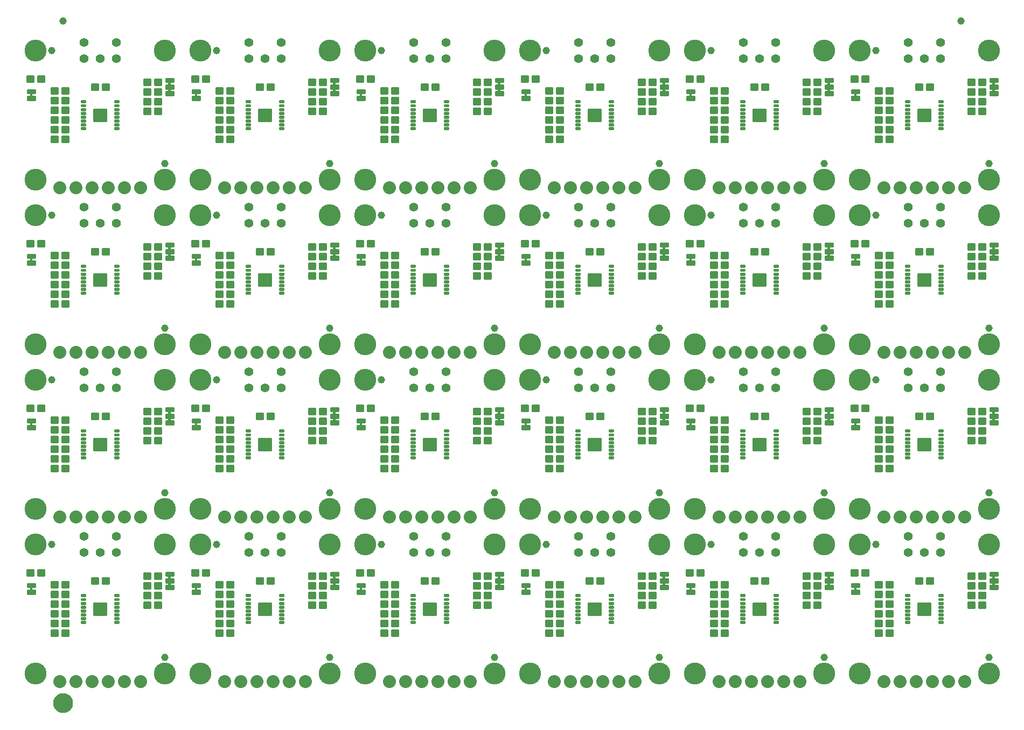
<source format=gbs>
G04 EAGLE Gerber RS-274X export*
G75*
%MOMM*%
%FSLAX34Y34*%
%LPD*%
%INSoldermask Bottom*%
%IPPOS*%
%AMOC8*
5,1,8,0,0,1.08239X$1,22.5*%
G01*
%ADD10C,3.454400*%
%ADD11C,2.032000*%
%ADD12C,0.256222*%
%ADD13C,0.258288*%
%ADD14C,1.152400*%
%ADD15C,0.253525*%
%ADD16C,0.251966*%
%ADD17C,1.422400*%
%ADD18C,1.270000*%
%ADD19C,1.652400*%

G36*
X1273875Y682002D02*
X1273875Y682002D01*
X1273941Y682004D01*
X1273984Y682022D01*
X1274031Y682030D01*
X1274088Y682064D01*
X1274148Y682089D01*
X1274183Y682120D01*
X1274224Y682145D01*
X1274266Y682196D01*
X1274314Y682240D01*
X1274336Y682282D01*
X1274365Y682319D01*
X1274386Y682381D01*
X1274417Y682440D01*
X1274425Y682494D01*
X1274437Y682531D01*
X1274436Y682571D01*
X1274444Y682625D01*
X1274444Y686435D01*
X1274433Y686500D01*
X1274431Y686566D01*
X1274413Y686609D01*
X1274405Y686656D01*
X1274371Y686713D01*
X1274346Y686773D01*
X1274315Y686808D01*
X1274290Y686849D01*
X1274239Y686891D01*
X1274195Y686939D01*
X1274153Y686961D01*
X1274116Y686990D01*
X1274054Y687011D01*
X1273995Y687042D01*
X1273941Y687050D01*
X1273904Y687062D01*
X1273864Y687061D01*
X1273810Y687069D01*
X1271270Y687069D01*
X1271205Y687058D01*
X1271139Y687056D01*
X1271096Y687038D01*
X1271049Y687030D01*
X1270992Y686996D01*
X1270932Y686971D01*
X1270897Y686940D01*
X1270856Y686915D01*
X1270815Y686864D01*
X1270766Y686820D01*
X1270744Y686778D01*
X1270715Y686741D01*
X1270694Y686679D01*
X1270663Y686620D01*
X1270655Y686566D01*
X1270643Y686529D01*
X1270643Y686525D01*
X1270643Y686524D01*
X1270644Y686489D01*
X1270636Y686435D01*
X1270636Y682625D01*
X1270647Y682560D01*
X1270649Y682494D01*
X1270667Y682451D01*
X1270675Y682404D01*
X1270709Y682347D01*
X1270734Y682287D01*
X1270765Y682252D01*
X1270790Y682211D01*
X1270841Y682170D01*
X1270885Y682121D01*
X1270927Y682099D01*
X1270964Y682070D01*
X1271026Y682049D01*
X1271085Y682018D01*
X1271139Y682010D01*
X1271176Y681998D01*
X1271216Y681999D01*
X1271270Y681991D01*
X1273810Y681991D01*
X1273875Y682002D01*
G37*
G36*
X237555Y682002D02*
X237555Y682002D01*
X237621Y682004D01*
X237664Y682022D01*
X237711Y682030D01*
X237768Y682064D01*
X237828Y682089D01*
X237863Y682120D01*
X237904Y682145D01*
X237946Y682196D01*
X237994Y682240D01*
X238016Y682282D01*
X238045Y682319D01*
X238066Y682381D01*
X238097Y682440D01*
X238105Y682494D01*
X238117Y682531D01*
X238116Y682571D01*
X238124Y682625D01*
X238124Y686435D01*
X238113Y686500D01*
X238111Y686566D01*
X238093Y686609D01*
X238085Y686656D01*
X238051Y686713D01*
X238026Y686773D01*
X237995Y686808D01*
X237970Y686849D01*
X237919Y686891D01*
X237875Y686939D01*
X237833Y686961D01*
X237796Y686990D01*
X237734Y687011D01*
X237675Y687042D01*
X237621Y687050D01*
X237584Y687062D01*
X237544Y687061D01*
X237490Y687069D01*
X234950Y687069D01*
X234885Y687058D01*
X234819Y687056D01*
X234776Y687038D01*
X234729Y687030D01*
X234672Y686996D01*
X234612Y686971D01*
X234577Y686940D01*
X234536Y686915D01*
X234495Y686864D01*
X234446Y686820D01*
X234424Y686778D01*
X234395Y686741D01*
X234374Y686679D01*
X234343Y686620D01*
X234335Y686566D01*
X234323Y686529D01*
X234323Y686525D01*
X234323Y686524D01*
X234324Y686489D01*
X234316Y686435D01*
X234316Y682625D01*
X234327Y682560D01*
X234329Y682494D01*
X234347Y682451D01*
X234355Y682404D01*
X234389Y682347D01*
X234414Y682287D01*
X234445Y682252D01*
X234470Y682211D01*
X234521Y682170D01*
X234565Y682121D01*
X234607Y682099D01*
X234644Y682070D01*
X234706Y682049D01*
X234765Y682018D01*
X234819Y682010D01*
X234856Y681998D01*
X234896Y681999D01*
X234950Y681991D01*
X237490Y681991D01*
X237555Y682002D01*
G37*
G36*
X1532955Y682002D02*
X1532955Y682002D01*
X1533021Y682004D01*
X1533064Y682022D01*
X1533111Y682030D01*
X1533168Y682064D01*
X1533228Y682089D01*
X1533263Y682120D01*
X1533304Y682145D01*
X1533346Y682196D01*
X1533394Y682240D01*
X1533416Y682282D01*
X1533445Y682319D01*
X1533466Y682381D01*
X1533497Y682440D01*
X1533505Y682494D01*
X1533517Y682531D01*
X1533516Y682571D01*
X1533524Y682625D01*
X1533524Y686435D01*
X1533513Y686500D01*
X1533511Y686566D01*
X1533493Y686609D01*
X1533485Y686656D01*
X1533451Y686713D01*
X1533426Y686773D01*
X1533395Y686808D01*
X1533370Y686849D01*
X1533319Y686891D01*
X1533275Y686939D01*
X1533233Y686961D01*
X1533196Y686990D01*
X1533134Y687011D01*
X1533075Y687042D01*
X1533021Y687050D01*
X1532984Y687062D01*
X1532944Y687061D01*
X1532890Y687069D01*
X1530350Y687069D01*
X1530285Y687058D01*
X1530219Y687056D01*
X1530176Y687038D01*
X1530129Y687030D01*
X1530072Y686996D01*
X1530012Y686971D01*
X1529977Y686940D01*
X1529936Y686915D01*
X1529895Y686864D01*
X1529846Y686820D01*
X1529824Y686778D01*
X1529795Y686741D01*
X1529774Y686679D01*
X1529743Y686620D01*
X1529735Y686566D01*
X1529723Y686529D01*
X1529723Y686525D01*
X1529723Y686524D01*
X1529724Y686489D01*
X1529716Y686435D01*
X1529716Y682625D01*
X1529727Y682560D01*
X1529729Y682494D01*
X1529747Y682451D01*
X1529755Y682404D01*
X1529789Y682347D01*
X1529814Y682287D01*
X1529845Y682252D01*
X1529870Y682211D01*
X1529921Y682170D01*
X1529965Y682121D01*
X1530007Y682099D01*
X1530044Y682070D01*
X1530106Y682049D01*
X1530165Y682018D01*
X1530219Y682010D01*
X1530256Y681998D01*
X1530296Y681999D01*
X1530350Y681991D01*
X1532890Y681991D01*
X1532955Y682002D01*
G37*
G36*
X1014795Y682002D02*
X1014795Y682002D01*
X1014861Y682004D01*
X1014904Y682022D01*
X1014951Y682030D01*
X1015008Y682064D01*
X1015068Y682089D01*
X1015103Y682120D01*
X1015144Y682145D01*
X1015186Y682196D01*
X1015234Y682240D01*
X1015256Y682282D01*
X1015285Y682319D01*
X1015306Y682381D01*
X1015337Y682440D01*
X1015345Y682494D01*
X1015357Y682531D01*
X1015356Y682571D01*
X1015364Y682625D01*
X1015364Y686435D01*
X1015353Y686500D01*
X1015351Y686566D01*
X1015333Y686609D01*
X1015325Y686656D01*
X1015291Y686713D01*
X1015266Y686773D01*
X1015235Y686808D01*
X1015210Y686849D01*
X1015159Y686891D01*
X1015115Y686939D01*
X1015073Y686961D01*
X1015036Y686990D01*
X1014974Y687011D01*
X1014915Y687042D01*
X1014861Y687050D01*
X1014824Y687062D01*
X1014784Y687061D01*
X1014730Y687069D01*
X1012190Y687069D01*
X1012125Y687058D01*
X1012059Y687056D01*
X1012016Y687038D01*
X1011969Y687030D01*
X1011912Y686996D01*
X1011852Y686971D01*
X1011817Y686940D01*
X1011776Y686915D01*
X1011735Y686864D01*
X1011686Y686820D01*
X1011664Y686778D01*
X1011635Y686741D01*
X1011614Y686679D01*
X1011583Y686620D01*
X1011575Y686566D01*
X1011563Y686529D01*
X1011563Y686525D01*
X1011563Y686524D01*
X1011564Y686489D01*
X1011556Y686435D01*
X1011556Y682625D01*
X1011567Y682560D01*
X1011569Y682494D01*
X1011587Y682451D01*
X1011595Y682404D01*
X1011629Y682347D01*
X1011654Y682287D01*
X1011685Y682252D01*
X1011710Y682211D01*
X1011761Y682170D01*
X1011805Y682121D01*
X1011847Y682099D01*
X1011884Y682070D01*
X1011946Y682049D01*
X1012005Y682018D01*
X1012059Y682010D01*
X1012096Y681998D01*
X1012136Y681999D01*
X1012190Y681991D01*
X1014730Y681991D01*
X1014795Y682002D01*
G37*
G36*
X496635Y682002D02*
X496635Y682002D01*
X496701Y682004D01*
X496744Y682022D01*
X496791Y682030D01*
X496848Y682064D01*
X496908Y682089D01*
X496943Y682120D01*
X496984Y682145D01*
X497026Y682196D01*
X497074Y682240D01*
X497096Y682282D01*
X497125Y682319D01*
X497146Y682381D01*
X497177Y682440D01*
X497185Y682494D01*
X497197Y682531D01*
X497196Y682571D01*
X497204Y682625D01*
X497204Y686435D01*
X497193Y686500D01*
X497191Y686566D01*
X497173Y686609D01*
X497165Y686656D01*
X497131Y686713D01*
X497106Y686773D01*
X497075Y686808D01*
X497050Y686849D01*
X496999Y686891D01*
X496955Y686939D01*
X496913Y686961D01*
X496876Y686990D01*
X496814Y687011D01*
X496755Y687042D01*
X496701Y687050D01*
X496664Y687062D01*
X496624Y687061D01*
X496570Y687069D01*
X494030Y687069D01*
X493965Y687058D01*
X493899Y687056D01*
X493856Y687038D01*
X493809Y687030D01*
X493752Y686996D01*
X493692Y686971D01*
X493657Y686940D01*
X493616Y686915D01*
X493575Y686864D01*
X493526Y686820D01*
X493504Y686778D01*
X493475Y686741D01*
X493454Y686679D01*
X493423Y686620D01*
X493415Y686566D01*
X493403Y686529D01*
X493403Y686525D01*
X493403Y686524D01*
X493404Y686489D01*
X493396Y686435D01*
X493396Y682625D01*
X493407Y682560D01*
X493409Y682494D01*
X493427Y682451D01*
X493435Y682404D01*
X493469Y682347D01*
X493494Y682287D01*
X493525Y682252D01*
X493550Y682211D01*
X493601Y682170D01*
X493645Y682121D01*
X493687Y682099D01*
X493724Y682070D01*
X493786Y682049D01*
X493845Y682018D01*
X493899Y682010D01*
X493936Y681998D01*
X493976Y681999D01*
X494030Y681991D01*
X496570Y681991D01*
X496635Y682002D01*
G37*
G36*
X755715Y682002D02*
X755715Y682002D01*
X755781Y682004D01*
X755824Y682022D01*
X755871Y682030D01*
X755928Y682064D01*
X755988Y682089D01*
X756023Y682120D01*
X756064Y682145D01*
X756106Y682196D01*
X756154Y682240D01*
X756176Y682282D01*
X756205Y682319D01*
X756226Y682381D01*
X756257Y682440D01*
X756265Y682494D01*
X756277Y682531D01*
X756276Y682571D01*
X756284Y682625D01*
X756284Y686435D01*
X756273Y686500D01*
X756271Y686566D01*
X756253Y686609D01*
X756245Y686656D01*
X756211Y686713D01*
X756186Y686773D01*
X756155Y686808D01*
X756130Y686849D01*
X756079Y686891D01*
X756035Y686939D01*
X755993Y686961D01*
X755956Y686990D01*
X755894Y687011D01*
X755835Y687042D01*
X755781Y687050D01*
X755744Y687062D01*
X755704Y687061D01*
X755650Y687069D01*
X753110Y687069D01*
X753045Y687058D01*
X752979Y687056D01*
X752936Y687038D01*
X752889Y687030D01*
X752832Y686996D01*
X752772Y686971D01*
X752737Y686940D01*
X752696Y686915D01*
X752655Y686864D01*
X752606Y686820D01*
X752584Y686778D01*
X752555Y686741D01*
X752534Y686679D01*
X752503Y686620D01*
X752495Y686566D01*
X752483Y686529D01*
X752483Y686525D01*
X752483Y686524D01*
X752484Y686489D01*
X752476Y686435D01*
X752476Y682625D01*
X752487Y682560D01*
X752489Y682494D01*
X752507Y682451D01*
X752515Y682404D01*
X752549Y682347D01*
X752574Y682287D01*
X752605Y682252D01*
X752630Y682211D01*
X752681Y682170D01*
X752725Y682121D01*
X752767Y682099D01*
X752804Y682070D01*
X752866Y682049D01*
X752925Y682018D01*
X752979Y682010D01*
X753016Y681998D01*
X753056Y681999D01*
X753110Y681991D01*
X755650Y681991D01*
X755715Y682002D01*
G37*
G36*
X237555Y951242D02*
X237555Y951242D01*
X237621Y951244D01*
X237664Y951262D01*
X237711Y951270D01*
X237768Y951304D01*
X237828Y951329D01*
X237863Y951360D01*
X237904Y951385D01*
X237946Y951436D01*
X237994Y951480D01*
X238016Y951522D01*
X238045Y951559D01*
X238066Y951621D01*
X238097Y951680D01*
X238105Y951734D01*
X238117Y951771D01*
X238116Y951811D01*
X238124Y951865D01*
X238124Y955675D01*
X238113Y955740D01*
X238111Y955806D01*
X238093Y955849D01*
X238085Y955896D01*
X238051Y955953D01*
X238026Y956013D01*
X237995Y956048D01*
X237970Y956089D01*
X237919Y956131D01*
X237875Y956179D01*
X237833Y956201D01*
X237796Y956230D01*
X237734Y956251D01*
X237675Y956282D01*
X237621Y956290D01*
X237584Y956302D01*
X237544Y956301D01*
X237490Y956309D01*
X234950Y956309D01*
X234885Y956298D01*
X234819Y956296D01*
X234776Y956278D01*
X234729Y956270D01*
X234672Y956236D01*
X234612Y956211D01*
X234577Y956180D01*
X234536Y956155D01*
X234495Y956104D01*
X234446Y956060D01*
X234424Y956018D01*
X234395Y955981D01*
X234374Y955919D01*
X234343Y955860D01*
X234335Y955806D01*
X234323Y955769D01*
X234323Y955765D01*
X234323Y955764D01*
X234324Y955729D01*
X234316Y955675D01*
X234316Y951865D01*
X234327Y951800D01*
X234329Y951734D01*
X234347Y951691D01*
X234355Y951644D01*
X234389Y951587D01*
X234414Y951527D01*
X234445Y951492D01*
X234470Y951451D01*
X234521Y951410D01*
X234565Y951361D01*
X234607Y951339D01*
X234644Y951310D01*
X234706Y951289D01*
X234765Y951258D01*
X234819Y951250D01*
X234856Y951238D01*
X234896Y951239D01*
X234950Y951231D01*
X237490Y951231D01*
X237555Y951242D01*
G37*
G36*
X755715Y951242D02*
X755715Y951242D01*
X755781Y951244D01*
X755824Y951262D01*
X755871Y951270D01*
X755928Y951304D01*
X755988Y951329D01*
X756023Y951360D01*
X756064Y951385D01*
X756106Y951436D01*
X756154Y951480D01*
X756176Y951522D01*
X756205Y951559D01*
X756226Y951621D01*
X756257Y951680D01*
X756265Y951734D01*
X756277Y951771D01*
X756276Y951811D01*
X756284Y951865D01*
X756284Y955675D01*
X756273Y955740D01*
X756271Y955806D01*
X756253Y955849D01*
X756245Y955896D01*
X756211Y955953D01*
X756186Y956013D01*
X756155Y956048D01*
X756130Y956089D01*
X756079Y956131D01*
X756035Y956179D01*
X755993Y956201D01*
X755956Y956230D01*
X755894Y956251D01*
X755835Y956282D01*
X755781Y956290D01*
X755744Y956302D01*
X755704Y956301D01*
X755650Y956309D01*
X753110Y956309D01*
X753045Y956298D01*
X752979Y956296D01*
X752936Y956278D01*
X752889Y956270D01*
X752832Y956236D01*
X752772Y956211D01*
X752737Y956180D01*
X752696Y956155D01*
X752655Y956104D01*
X752606Y956060D01*
X752584Y956018D01*
X752555Y955981D01*
X752534Y955919D01*
X752503Y955860D01*
X752495Y955806D01*
X752483Y955769D01*
X752483Y955765D01*
X752483Y955764D01*
X752484Y955729D01*
X752476Y955675D01*
X752476Y951865D01*
X752487Y951800D01*
X752489Y951734D01*
X752507Y951691D01*
X752515Y951644D01*
X752549Y951587D01*
X752574Y951527D01*
X752605Y951492D01*
X752630Y951451D01*
X752681Y951410D01*
X752725Y951361D01*
X752767Y951339D01*
X752804Y951310D01*
X752866Y951289D01*
X752925Y951258D01*
X752979Y951250D01*
X753016Y951238D01*
X753056Y951239D01*
X753110Y951231D01*
X755650Y951231D01*
X755715Y951242D01*
G37*
G36*
X496635Y951242D02*
X496635Y951242D01*
X496701Y951244D01*
X496744Y951262D01*
X496791Y951270D01*
X496848Y951304D01*
X496908Y951329D01*
X496943Y951360D01*
X496984Y951385D01*
X497026Y951436D01*
X497074Y951480D01*
X497096Y951522D01*
X497125Y951559D01*
X497146Y951621D01*
X497177Y951680D01*
X497185Y951734D01*
X497197Y951771D01*
X497196Y951811D01*
X497204Y951865D01*
X497204Y955675D01*
X497193Y955740D01*
X497191Y955806D01*
X497173Y955849D01*
X497165Y955896D01*
X497131Y955953D01*
X497106Y956013D01*
X497075Y956048D01*
X497050Y956089D01*
X496999Y956131D01*
X496955Y956179D01*
X496913Y956201D01*
X496876Y956230D01*
X496814Y956251D01*
X496755Y956282D01*
X496701Y956290D01*
X496664Y956302D01*
X496624Y956301D01*
X496570Y956309D01*
X494030Y956309D01*
X493965Y956298D01*
X493899Y956296D01*
X493856Y956278D01*
X493809Y956270D01*
X493752Y956236D01*
X493692Y956211D01*
X493657Y956180D01*
X493616Y956155D01*
X493575Y956104D01*
X493526Y956060D01*
X493504Y956018D01*
X493475Y955981D01*
X493454Y955919D01*
X493423Y955860D01*
X493415Y955806D01*
X493403Y955769D01*
X493403Y955765D01*
X493403Y955764D01*
X493404Y955729D01*
X493396Y955675D01*
X493396Y951865D01*
X493407Y951800D01*
X493409Y951734D01*
X493427Y951691D01*
X493435Y951644D01*
X493469Y951587D01*
X493494Y951527D01*
X493525Y951492D01*
X493550Y951451D01*
X493601Y951410D01*
X493645Y951361D01*
X493687Y951339D01*
X493724Y951310D01*
X493786Y951289D01*
X493845Y951258D01*
X493899Y951250D01*
X493936Y951238D01*
X493976Y951239D01*
X494030Y951231D01*
X496570Y951231D01*
X496635Y951242D01*
G37*
G36*
X1014795Y951242D02*
X1014795Y951242D01*
X1014861Y951244D01*
X1014904Y951262D01*
X1014951Y951270D01*
X1015008Y951304D01*
X1015068Y951329D01*
X1015103Y951360D01*
X1015144Y951385D01*
X1015186Y951436D01*
X1015234Y951480D01*
X1015256Y951522D01*
X1015285Y951559D01*
X1015306Y951621D01*
X1015337Y951680D01*
X1015345Y951734D01*
X1015357Y951771D01*
X1015356Y951811D01*
X1015364Y951865D01*
X1015364Y955675D01*
X1015353Y955740D01*
X1015351Y955806D01*
X1015333Y955849D01*
X1015325Y955896D01*
X1015291Y955953D01*
X1015266Y956013D01*
X1015235Y956048D01*
X1015210Y956089D01*
X1015159Y956131D01*
X1015115Y956179D01*
X1015073Y956201D01*
X1015036Y956230D01*
X1014974Y956251D01*
X1014915Y956282D01*
X1014861Y956290D01*
X1014824Y956302D01*
X1014784Y956301D01*
X1014730Y956309D01*
X1012190Y956309D01*
X1012125Y956298D01*
X1012059Y956296D01*
X1012016Y956278D01*
X1011969Y956270D01*
X1011912Y956236D01*
X1011852Y956211D01*
X1011817Y956180D01*
X1011776Y956155D01*
X1011735Y956104D01*
X1011686Y956060D01*
X1011664Y956018D01*
X1011635Y955981D01*
X1011614Y955919D01*
X1011583Y955860D01*
X1011575Y955806D01*
X1011563Y955769D01*
X1011563Y955765D01*
X1011563Y955764D01*
X1011564Y955729D01*
X1011556Y955675D01*
X1011556Y951865D01*
X1011567Y951800D01*
X1011569Y951734D01*
X1011587Y951691D01*
X1011595Y951644D01*
X1011629Y951587D01*
X1011654Y951527D01*
X1011685Y951492D01*
X1011710Y951451D01*
X1011761Y951410D01*
X1011805Y951361D01*
X1011847Y951339D01*
X1011884Y951310D01*
X1011946Y951289D01*
X1012005Y951258D01*
X1012059Y951250D01*
X1012096Y951238D01*
X1012136Y951239D01*
X1012190Y951231D01*
X1014730Y951231D01*
X1014795Y951242D01*
G37*
G36*
X1273875Y951242D02*
X1273875Y951242D01*
X1273941Y951244D01*
X1273984Y951262D01*
X1274031Y951270D01*
X1274088Y951304D01*
X1274148Y951329D01*
X1274183Y951360D01*
X1274224Y951385D01*
X1274266Y951436D01*
X1274314Y951480D01*
X1274336Y951522D01*
X1274365Y951559D01*
X1274386Y951621D01*
X1274417Y951680D01*
X1274425Y951734D01*
X1274437Y951771D01*
X1274436Y951811D01*
X1274444Y951865D01*
X1274444Y955675D01*
X1274433Y955740D01*
X1274431Y955806D01*
X1274413Y955849D01*
X1274405Y955896D01*
X1274371Y955953D01*
X1274346Y956013D01*
X1274315Y956048D01*
X1274290Y956089D01*
X1274239Y956131D01*
X1274195Y956179D01*
X1274153Y956201D01*
X1274116Y956230D01*
X1274054Y956251D01*
X1273995Y956282D01*
X1273941Y956290D01*
X1273904Y956302D01*
X1273864Y956301D01*
X1273810Y956309D01*
X1271270Y956309D01*
X1271205Y956298D01*
X1271139Y956296D01*
X1271096Y956278D01*
X1271049Y956270D01*
X1270992Y956236D01*
X1270932Y956211D01*
X1270897Y956180D01*
X1270856Y956155D01*
X1270815Y956104D01*
X1270766Y956060D01*
X1270744Y956018D01*
X1270715Y955981D01*
X1270694Y955919D01*
X1270663Y955860D01*
X1270655Y955806D01*
X1270643Y955769D01*
X1270643Y955765D01*
X1270643Y955764D01*
X1270644Y955729D01*
X1270636Y955675D01*
X1270636Y951865D01*
X1270647Y951800D01*
X1270649Y951734D01*
X1270667Y951691D01*
X1270675Y951644D01*
X1270709Y951587D01*
X1270734Y951527D01*
X1270765Y951492D01*
X1270790Y951451D01*
X1270841Y951410D01*
X1270885Y951361D01*
X1270927Y951339D01*
X1270964Y951310D01*
X1271026Y951289D01*
X1271085Y951258D01*
X1271139Y951250D01*
X1271176Y951238D01*
X1271216Y951239D01*
X1271270Y951231D01*
X1273810Y951231D01*
X1273875Y951242D01*
G37*
G36*
X1532955Y951242D02*
X1532955Y951242D01*
X1533021Y951244D01*
X1533064Y951262D01*
X1533111Y951270D01*
X1533168Y951304D01*
X1533228Y951329D01*
X1533263Y951360D01*
X1533304Y951385D01*
X1533346Y951436D01*
X1533394Y951480D01*
X1533416Y951522D01*
X1533445Y951559D01*
X1533466Y951621D01*
X1533497Y951680D01*
X1533505Y951734D01*
X1533517Y951771D01*
X1533516Y951811D01*
X1533524Y951865D01*
X1533524Y955675D01*
X1533513Y955740D01*
X1533511Y955806D01*
X1533493Y955849D01*
X1533485Y955896D01*
X1533451Y955953D01*
X1533426Y956013D01*
X1533395Y956048D01*
X1533370Y956089D01*
X1533319Y956131D01*
X1533275Y956179D01*
X1533233Y956201D01*
X1533196Y956230D01*
X1533134Y956251D01*
X1533075Y956282D01*
X1533021Y956290D01*
X1532984Y956302D01*
X1532944Y956301D01*
X1532890Y956309D01*
X1530350Y956309D01*
X1530285Y956298D01*
X1530219Y956296D01*
X1530176Y956278D01*
X1530129Y956270D01*
X1530072Y956236D01*
X1530012Y956211D01*
X1529977Y956180D01*
X1529936Y956155D01*
X1529895Y956104D01*
X1529846Y956060D01*
X1529824Y956018D01*
X1529795Y955981D01*
X1529774Y955919D01*
X1529743Y955860D01*
X1529735Y955806D01*
X1529723Y955769D01*
X1529723Y955765D01*
X1529723Y955764D01*
X1529724Y955729D01*
X1529716Y955675D01*
X1529716Y951865D01*
X1529727Y951800D01*
X1529729Y951734D01*
X1529747Y951691D01*
X1529755Y951644D01*
X1529789Y951587D01*
X1529814Y951527D01*
X1529845Y951492D01*
X1529870Y951451D01*
X1529921Y951410D01*
X1529965Y951361D01*
X1530007Y951339D01*
X1530044Y951310D01*
X1530106Y951289D01*
X1530165Y951258D01*
X1530219Y951250D01*
X1530256Y951238D01*
X1530296Y951239D01*
X1530350Y951231D01*
X1532890Y951231D01*
X1532955Y951242D01*
G37*
G36*
X1532955Y941082D02*
X1532955Y941082D01*
X1533021Y941084D01*
X1533064Y941102D01*
X1533111Y941110D01*
X1533168Y941144D01*
X1533228Y941169D01*
X1533263Y941200D01*
X1533304Y941225D01*
X1533346Y941276D01*
X1533394Y941320D01*
X1533416Y941362D01*
X1533445Y941399D01*
X1533466Y941461D01*
X1533497Y941520D01*
X1533505Y941574D01*
X1533517Y941611D01*
X1533516Y941651D01*
X1533524Y941705D01*
X1533524Y945515D01*
X1533513Y945580D01*
X1533511Y945646D01*
X1533493Y945689D01*
X1533485Y945736D01*
X1533451Y945793D01*
X1533426Y945853D01*
X1533395Y945888D01*
X1533370Y945929D01*
X1533319Y945971D01*
X1533275Y946019D01*
X1533233Y946041D01*
X1533196Y946070D01*
X1533134Y946091D01*
X1533075Y946122D01*
X1533021Y946130D01*
X1532984Y946142D01*
X1532944Y946141D01*
X1532890Y946149D01*
X1530350Y946149D01*
X1530285Y946138D01*
X1530219Y946136D01*
X1530176Y946118D01*
X1530129Y946110D01*
X1530072Y946076D01*
X1530012Y946051D01*
X1529977Y946020D01*
X1529936Y945995D01*
X1529895Y945944D01*
X1529846Y945900D01*
X1529824Y945858D01*
X1529795Y945821D01*
X1529774Y945759D01*
X1529743Y945700D01*
X1529735Y945646D01*
X1529723Y945609D01*
X1529723Y945605D01*
X1529723Y945604D01*
X1529724Y945569D01*
X1529716Y945515D01*
X1529716Y941705D01*
X1529727Y941640D01*
X1529729Y941574D01*
X1529747Y941531D01*
X1529755Y941484D01*
X1529789Y941427D01*
X1529814Y941367D01*
X1529845Y941332D01*
X1529870Y941291D01*
X1529921Y941250D01*
X1529965Y941201D01*
X1530007Y941179D01*
X1530044Y941150D01*
X1530106Y941129D01*
X1530165Y941098D01*
X1530219Y941090D01*
X1530256Y941078D01*
X1530296Y941079D01*
X1530350Y941071D01*
X1532890Y941071D01*
X1532955Y941082D01*
G37*
G36*
X496635Y941082D02*
X496635Y941082D01*
X496701Y941084D01*
X496744Y941102D01*
X496791Y941110D01*
X496848Y941144D01*
X496908Y941169D01*
X496943Y941200D01*
X496984Y941225D01*
X497026Y941276D01*
X497074Y941320D01*
X497096Y941362D01*
X497125Y941399D01*
X497146Y941461D01*
X497177Y941520D01*
X497185Y941574D01*
X497197Y941611D01*
X497196Y941651D01*
X497204Y941705D01*
X497204Y945515D01*
X497193Y945580D01*
X497191Y945646D01*
X497173Y945689D01*
X497165Y945736D01*
X497131Y945793D01*
X497106Y945853D01*
X497075Y945888D01*
X497050Y945929D01*
X496999Y945971D01*
X496955Y946019D01*
X496913Y946041D01*
X496876Y946070D01*
X496814Y946091D01*
X496755Y946122D01*
X496701Y946130D01*
X496664Y946142D01*
X496624Y946141D01*
X496570Y946149D01*
X494030Y946149D01*
X493965Y946138D01*
X493899Y946136D01*
X493856Y946118D01*
X493809Y946110D01*
X493752Y946076D01*
X493692Y946051D01*
X493657Y946020D01*
X493616Y945995D01*
X493575Y945944D01*
X493526Y945900D01*
X493504Y945858D01*
X493475Y945821D01*
X493454Y945759D01*
X493423Y945700D01*
X493415Y945646D01*
X493403Y945609D01*
X493403Y945605D01*
X493403Y945604D01*
X493404Y945569D01*
X493396Y945515D01*
X493396Y941705D01*
X493407Y941640D01*
X493409Y941574D01*
X493427Y941531D01*
X493435Y941484D01*
X493469Y941427D01*
X493494Y941367D01*
X493525Y941332D01*
X493550Y941291D01*
X493601Y941250D01*
X493645Y941201D01*
X493687Y941179D01*
X493724Y941150D01*
X493786Y941129D01*
X493845Y941098D01*
X493899Y941090D01*
X493936Y941078D01*
X493976Y941079D01*
X494030Y941071D01*
X496570Y941071D01*
X496635Y941082D01*
G37*
G36*
X1014795Y941082D02*
X1014795Y941082D01*
X1014861Y941084D01*
X1014904Y941102D01*
X1014951Y941110D01*
X1015008Y941144D01*
X1015068Y941169D01*
X1015103Y941200D01*
X1015144Y941225D01*
X1015186Y941276D01*
X1015234Y941320D01*
X1015256Y941362D01*
X1015285Y941399D01*
X1015306Y941461D01*
X1015337Y941520D01*
X1015345Y941574D01*
X1015357Y941611D01*
X1015356Y941651D01*
X1015364Y941705D01*
X1015364Y945515D01*
X1015353Y945580D01*
X1015351Y945646D01*
X1015333Y945689D01*
X1015325Y945736D01*
X1015291Y945793D01*
X1015266Y945853D01*
X1015235Y945888D01*
X1015210Y945929D01*
X1015159Y945971D01*
X1015115Y946019D01*
X1015073Y946041D01*
X1015036Y946070D01*
X1014974Y946091D01*
X1014915Y946122D01*
X1014861Y946130D01*
X1014824Y946142D01*
X1014784Y946141D01*
X1014730Y946149D01*
X1012190Y946149D01*
X1012125Y946138D01*
X1012059Y946136D01*
X1012016Y946118D01*
X1011969Y946110D01*
X1011912Y946076D01*
X1011852Y946051D01*
X1011817Y946020D01*
X1011776Y945995D01*
X1011735Y945944D01*
X1011686Y945900D01*
X1011664Y945858D01*
X1011635Y945821D01*
X1011614Y945759D01*
X1011583Y945700D01*
X1011575Y945646D01*
X1011563Y945609D01*
X1011563Y945605D01*
X1011563Y945604D01*
X1011564Y945569D01*
X1011556Y945515D01*
X1011556Y941705D01*
X1011567Y941640D01*
X1011569Y941574D01*
X1011587Y941531D01*
X1011595Y941484D01*
X1011629Y941427D01*
X1011654Y941367D01*
X1011685Y941332D01*
X1011710Y941291D01*
X1011761Y941250D01*
X1011805Y941201D01*
X1011847Y941179D01*
X1011884Y941150D01*
X1011946Y941129D01*
X1012005Y941098D01*
X1012059Y941090D01*
X1012096Y941078D01*
X1012136Y941079D01*
X1012190Y941071D01*
X1014730Y941071D01*
X1014795Y941082D01*
G37*
G36*
X1273875Y941082D02*
X1273875Y941082D01*
X1273941Y941084D01*
X1273984Y941102D01*
X1274031Y941110D01*
X1274088Y941144D01*
X1274148Y941169D01*
X1274183Y941200D01*
X1274224Y941225D01*
X1274266Y941276D01*
X1274314Y941320D01*
X1274336Y941362D01*
X1274365Y941399D01*
X1274386Y941461D01*
X1274417Y941520D01*
X1274425Y941574D01*
X1274437Y941611D01*
X1274436Y941651D01*
X1274444Y941705D01*
X1274444Y945515D01*
X1274433Y945580D01*
X1274431Y945646D01*
X1274413Y945689D01*
X1274405Y945736D01*
X1274371Y945793D01*
X1274346Y945853D01*
X1274315Y945888D01*
X1274290Y945929D01*
X1274239Y945971D01*
X1274195Y946019D01*
X1274153Y946041D01*
X1274116Y946070D01*
X1274054Y946091D01*
X1273995Y946122D01*
X1273941Y946130D01*
X1273904Y946142D01*
X1273864Y946141D01*
X1273810Y946149D01*
X1271270Y946149D01*
X1271205Y946138D01*
X1271139Y946136D01*
X1271096Y946118D01*
X1271049Y946110D01*
X1270992Y946076D01*
X1270932Y946051D01*
X1270897Y946020D01*
X1270856Y945995D01*
X1270815Y945944D01*
X1270766Y945900D01*
X1270744Y945858D01*
X1270715Y945821D01*
X1270694Y945759D01*
X1270663Y945700D01*
X1270655Y945646D01*
X1270643Y945609D01*
X1270643Y945605D01*
X1270643Y945604D01*
X1270644Y945569D01*
X1270636Y945515D01*
X1270636Y941705D01*
X1270647Y941640D01*
X1270649Y941574D01*
X1270667Y941531D01*
X1270675Y941484D01*
X1270709Y941427D01*
X1270734Y941367D01*
X1270765Y941332D01*
X1270790Y941291D01*
X1270841Y941250D01*
X1270885Y941201D01*
X1270927Y941179D01*
X1270964Y941150D01*
X1271026Y941129D01*
X1271085Y941098D01*
X1271139Y941090D01*
X1271176Y941078D01*
X1271216Y941079D01*
X1271270Y941071D01*
X1273810Y941071D01*
X1273875Y941082D01*
G37*
G36*
X237555Y941082D02*
X237555Y941082D01*
X237621Y941084D01*
X237664Y941102D01*
X237711Y941110D01*
X237768Y941144D01*
X237828Y941169D01*
X237863Y941200D01*
X237904Y941225D01*
X237946Y941276D01*
X237994Y941320D01*
X238016Y941362D01*
X238045Y941399D01*
X238066Y941461D01*
X238097Y941520D01*
X238105Y941574D01*
X238117Y941611D01*
X238116Y941651D01*
X238124Y941705D01*
X238124Y945515D01*
X238113Y945580D01*
X238111Y945646D01*
X238093Y945689D01*
X238085Y945736D01*
X238051Y945793D01*
X238026Y945853D01*
X237995Y945888D01*
X237970Y945929D01*
X237919Y945971D01*
X237875Y946019D01*
X237833Y946041D01*
X237796Y946070D01*
X237734Y946091D01*
X237675Y946122D01*
X237621Y946130D01*
X237584Y946142D01*
X237544Y946141D01*
X237490Y946149D01*
X234950Y946149D01*
X234885Y946138D01*
X234819Y946136D01*
X234776Y946118D01*
X234729Y946110D01*
X234672Y946076D01*
X234612Y946051D01*
X234577Y946020D01*
X234536Y945995D01*
X234495Y945944D01*
X234446Y945900D01*
X234424Y945858D01*
X234395Y945821D01*
X234374Y945759D01*
X234343Y945700D01*
X234335Y945646D01*
X234323Y945609D01*
X234323Y945605D01*
X234323Y945604D01*
X234324Y945569D01*
X234316Y945515D01*
X234316Y941705D01*
X234327Y941640D01*
X234329Y941574D01*
X234347Y941531D01*
X234355Y941484D01*
X234389Y941427D01*
X234414Y941367D01*
X234445Y941332D01*
X234470Y941291D01*
X234521Y941250D01*
X234565Y941201D01*
X234607Y941179D01*
X234644Y941150D01*
X234706Y941129D01*
X234765Y941098D01*
X234819Y941090D01*
X234856Y941078D01*
X234896Y941079D01*
X234950Y941071D01*
X237490Y941071D01*
X237555Y941082D01*
G37*
G36*
X755715Y941082D02*
X755715Y941082D01*
X755781Y941084D01*
X755824Y941102D01*
X755871Y941110D01*
X755928Y941144D01*
X755988Y941169D01*
X756023Y941200D01*
X756064Y941225D01*
X756106Y941276D01*
X756154Y941320D01*
X756176Y941362D01*
X756205Y941399D01*
X756226Y941461D01*
X756257Y941520D01*
X756265Y941574D01*
X756277Y941611D01*
X756276Y941651D01*
X756284Y941705D01*
X756284Y945515D01*
X756273Y945580D01*
X756271Y945646D01*
X756253Y945689D01*
X756245Y945736D01*
X756211Y945793D01*
X756186Y945853D01*
X756155Y945888D01*
X756130Y945929D01*
X756079Y945971D01*
X756035Y946019D01*
X755993Y946041D01*
X755956Y946070D01*
X755894Y946091D01*
X755835Y946122D01*
X755781Y946130D01*
X755744Y946142D01*
X755704Y946141D01*
X755650Y946149D01*
X753110Y946149D01*
X753045Y946138D01*
X752979Y946136D01*
X752936Y946118D01*
X752889Y946110D01*
X752832Y946076D01*
X752772Y946051D01*
X752737Y946020D01*
X752696Y945995D01*
X752655Y945944D01*
X752606Y945900D01*
X752584Y945858D01*
X752555Y945821D01*
X752534Y945759D01*
X752503Y945700D01*
X752495Y945646D01*
X752483Y945609D01*
X752483Y945605D01*
X752483Y945604D01*
X752484Y945569D01*
X752476Y945515D01*
X752476Y941705D01*
X752487Y941640D01*
X752489Y941574D01*
X752507Y941531D01*
X752515Y941484D01*
X752549Y941427D01*
X752574Y941367D01*
X752605Y941332D01*
X752630Y941291D01*
X752681Y941250D01*
X752725Y941201D01*
X752767Y941179D01*
X752804Y941150D01*
X752866Y941129D01*
X752925Y941098D01*
X752979Y941090D01*
X753016Y941078D01*
X753056Y941079D01*
X753110Y941071D01*
X755650Y941071D01*
X755715Y941082D01*
G37*
G36*
X1056705Y933462D02*
X1056705Y933462D01*
X1056771Y933464D01*
X1056814Y933482D01*
X1056861Y933490D01*
X1056918Y933524D01*
X1056978Y933549D01*
X1057013Y933580D01*
X1057054Y933605D01*
X1057096Y933656D01*
X1057144Y933700D01*
X1057166Y933742D01*
X1057195Y933779D01*
X1057216Y933841D01*
X1057247Y933900D01*
X1057255Y933954D01*
X1057267Y933991D01*
X1057266Y934031D01*
X1057274Y934085D01*
X1057274Y937895D01*
X1057263Y937960D01*
X1057261Y938026D01*
X1057243Y938069D01*
X1057235Y938116D01*
X1057201Y938173D01*
X1057176Y938233D01*
X1057145Y938268D01*
X1057120Y938309D01*
X1057069Y938351D01*
X1057025Y938399D01*
X1056983Y938421D01*
X1056946Y938450D01*
X1056884Y938471D01*
X1056825Y938502D01*
X1056771Y938510D01*
X1056734Y938522D01*
X1056694Y938521D01*
X1056640Y938529D01*
X1054100Y938529D01*
X1054035Y938518D01*
X1053969Y938516D01*
X1053926Y938498D01*
X1053879Y938490D01*
X1053822Y938456D01*
X1053762Y938431D01*
X1053727Y938400D01*
X1053686Y938375D01*
X1053645Y938324D01*
X1053596Y938280D01*
X1053574Y938238D01*
X1053545Y938201D01*
X1053524Y938139D01*
X1053493Y938080D01*
X1053485Y938026D01*
X1053473Y937989D01*
X1053473Y937985D01*
X1053473Y937984D01*
X1053474Y937949D01*
X1053466Y937895D01*
X1053466Y934085D01*
X1053477Y934020D01*
X1053479Y933954D01*
X1053497Y933911D01*
X1053505Y933864D01*
X1053539Y933807D01*
X1053564Y933747D01*
X1053595Y933712D01*
X1053620Y933671D01*
X1053671Y933630D01*
X1053715Y933581D01*
X1053757Y933559D01*
X1053794Y933530D01*
X1053856Y933509D01*
X1053915Y933478D01*
X1053969Y933470D01*
X1054006Y933458D01*
X1054046Y933459D01*
X1054100Y933451D01*
X1056640Y933451D01*
X1056705Y933462D01*
G37*
G36*
X20385Y933462D02*
X20385Y933462D01*
X20451Y933464D01*
X20494Y933482D01*
X20541Y933490D01*
X20598Y933524D01*
X20658Y933549D01*
X20693Y933580D01*
X20734Y933605D01*
X20776Y933656D01*
X20824Y933700D01*
X20846Y933742D01*
X20875Y933779D01*
X20896Y933841D01*
X20927Y933900D01*
X20935Y933954D01*
X20947Y933991D01*
X20946Y934031D01*
X20954Y934085D01*
X20954Y937895D01*
X20943Y937960D01*
X20941Y938026D01*
X20923Y938069D01*
X20915Y938116D01*
X20881Y938173D01*
X20856Y938233D01*
X20825Y938268D01*
X20800Y938309D01*
X20749Y938351D01*
X20705Y938399D01*
X20663Y938421D01*
X20626Y938450D01*
X20564Y938471D01*
X20505Y938502D01*
X20451Y938510D01*
X20414Y938522D01*
X20374Y938521D01*
X20320Y938529D01*
X17780Y938529D01*
X17715Y938518D01*
X17649Y938516D01*
X17606Y938498D01*
X17559Y938490D01*
X17502Y938456D01*
X17442Y938431D01*
X17407Y938400D01*
X17366Y938375D01*
X17325Y938324D01*
X17276Y938280D01*
X17254Y938238D01*
X17225Y938201D01*
X17204Y938139D01*
X17173Y938080D01*
X17165Y938026D01*
X17153Y937989D01*
X17153Y937985D01*
X17153Y937984D01*
X17154Y937949D01*
X17146Y937895D01*
X17146Y934085D01*
X17157Y934020D01*
X17159Y933954D01*
X17177Y933911D01*
X17185Y933864D01*
X17219Y933807D01*
X17244Y933747D01*
X17275Y933712D01*
X17300Y933671D01*
X17351Y933630D01*
X17395Y933581D01*
X17437Y933559D01*
X17474Y933530D01*
X17536Y933509D01*
X17595Y933478D01*
X17649Y933470D01*
X17686Y933458D01*
X17726Y933459D01*
X17780Y933451D01*
X20320Y933451D01*
X20385Y933462D01*
G37*
G36*
X797625Y933462D02*
X797625Y933462D01*
X797691Y933464D01*
X797734Y933482D01*
X797781Y933490D01*
X797838Y933524D01*
X797898Y933549D01*
X797933Y933580D01*
X797974Y933605D01*
X798016Y933656D01*
X798064Y933700D01*
X798086Y933742D01*
X798115Y933779D01*
X798136Y933841D01*
X798167Y933900D01*
X798175Y933954D01*
X798187Y933991D01*
X798186Y934031D01*
X798194Y934085D01*
X798194Y937895D01*
X798183Y937960D01*
X798181Y938026D01*
X798163Y938069D01*
X798155Y938116D01*
X798121Y938173D01*
X798096Y938233D01*
X798065Y938268D01*
X798040Y938309D01*
X797989Y938351D01*
X797945Y938399D01*
X797903Y938421D01*
X797866Y938450D01*
X797804Y938471D01*
X797745Y938502D01*
X797691Y938510D01*
X797654Y938522D01*
X797614Y938521D01*
X797560Y938529D01*
X795020Y938529D01*
X794955Y938518D01*
X794889Y938516D01*
X794846Y938498D01*
X794799Y938490D01*
X794742Y938456D01*
X794682Y938431D01*
X794647Y938400D01*
X794606Y938375D01*
X794565Y938324D01*
X794516Y938280D01*
X794494Y938238D01*
X794465Y938201D01*
X794444Y938139D01*
X794413Y938080D01*
X794405Y938026D01*
X794393Y937989D01*
X794393Y937985D01*
X794393Y937984D01*
X794394Y937949D01*
X794386Y937895D01*
X794386Y934085D01*
X794397Y934020D01*
X794399Y933954D01*
X794417Y933911D01*
X794425Y933864D01*
X794459Y933807D01*
X794484Y933747D01*
X794515Y933712D01*
X794540Y933671D01*
X794591Y933630D01*
X794635Y933581D01*
X794677Y933559D01*
X794714Y933530D01*
X794776Y933509D01*
X794835Y933478D01*
X794889Y933470D01*
X794926Y933458D01*
X794966Y933459D01*
X795020Y933451D01*
X797560Y933451D01*
X797625Y933462D01*
G37*
G36*
X538545Y933462D02*
X538545Y933462D01*
X538611Y933464D01*
X538654Y933482D01*
X538701Y933490D01*
X538758Y933524D01*
X538818Y933549D01*
X538853Y933580D01*
X538894Y933605D01*
X538936Y933656D01*
X538984Y933700D01*
X539006Y933742D01*
X539035Y933779D01*
X539056Y933841D01*
X539087Y933900D01*
X539095Y933954D01*
X539107Y933991D01*
X539106Y934031D01*
X539114Y934085D01*
X539114Y937895D01*
X539103Y937960D01*
X539101Y938026D01*
X539083Y938069D01*
X539075Y938116D01*
X539041Y938173D01*
X539016Y938233D01*
X538985Y938268D01*
X538960Y938309D01*
X538909Y938351D01*
X538865Y938399D01*
X538823Y938421D01*
X538786Y938450D01*
X538724Y938471D01*
X538665Y938502D01*
X538611Y938510D01*
X538574Y938522D01*
X538534Y938521D01*
X538480Y938529D01*
X535940Y938529D01*
X535875Y938518D01*
X535809Y938516D01*
X535766Y938498D01*
X535719Y938490D01*
X535662Y938456D01*
X535602Y938431D01*
X535567Y938400D01*
X535526Y938375D01*
X535485Y938324D01*
X535436Y938280D01*
X535414Y938238D01*
X535385Y938201D01*
X535364Y938139D01*
X535333Y938080D01*
X535325Y938026D01*
X535313Y937989D01*
X535313Y937985D01*
X535313Y937984D01*
X535314Y937949D01*
X535306Y937895D01*
X535306Y934085D01*
X535317Y934020D01*
X535319Y933954D01*
X535337Y933911D01*
X535345Y933864D01*
X535379Y933807D01*
X535404Y933747D01*
X535435Y933712D01*
X535460Y933671D01*
X535511Y933630D01*
X535555Y933581D01*
X535597Y933559D01*
X535634Y933530D01*
X535696Y933509D01*
X535755Y933478D01*
X535809Y933470D01*
X535846Y933458D01*
X535886Y933459D01*
X535940Y933451D01*
X538480Y933451D01*
X538545Y933462D01*
G37*
G36*
X1315785Y933462D02*
X1315785Y933462D01*
X1315851Y933464D01*
X1315894Y933482D01*
X1315941Y933490D01*
X1315998Y933524D01*
X1316058Y933549D01*
X1316093Y933580D01*
X1316134Y933605D01*
X1316176Y933656D01*
X1316224Y933700D01*
X1316246Y933742D01*
X1316275Y933779D01*
X1316296Y933841D01*
X1316327Y933900D01*
X1316335Y933954D01*
X1316347Y933991D01*
X1316346Y934031D01*
X1316354Y934085D01*
X1316354Y937895D01*
X1316343Y937960D01*
X1316341Y938026D01*
X1316323Y938069D01*
X1316315Y938116D01*
X1316281Y938173D01*
X1316256Y938233D01*
X1316225Y938268D01*
X1316200Y938309D01*
X1316149Y938351D01*
X1316105Y938399D01*
X1316063Y938421D01*
X1316026Y938450D01*
X1315964Y938471D01*
X1315905Y938502D01*
X1315851Y938510D01*
X1315814Y938522D01*
X1315774Y938521D01*
X1315720Y938529D01*
X1313180Y938529D01*
X1313115Y938518D01*
X1313049Y938516D01*
X1313006Y938498D01*
X1312959Y938490D01*
X1312902Y938456D01*
X1312842Y938431D01*
X1312807Y938400D01*
X1312766Y938375D01*
X1312725Y938324D01*
X1312676Y938280D01*
X1312654Y938238D01*
X1312625Y938201D01*
X1312604Y938139D01*
X1312573Y938080D01*
X1312565Y938026D01*
X1312553Y937989D01*
X1312553Y937985D01*
X1312553Y937984D01*
X1312554Y937949D01*
X1312546Y937895D01*
X1312546Y934085D01*
X1312557Y934020D01*
X1312559Y933954D01*
X1312577Y933911D01*
X1312585Y933864D01*
X1312619Y933807D01*
X1312644Y933747D01*
X1312675Y933712D01*
X1312700Y933671D01*
X1312751Y933630D01*
X1312795Y933581D01*
X1312837Y933559D01*
X1312874Y933530D01*
X1312936Y933509D01*
X1312995Y933478D01*
X1313049Y933470D01*
X1313086Y933458D01*
X1313126Y933459D01*
X1313180Y933451D01*
X1315720Y933451D01*
X1315785Y933462D01*
G37*
G36*
X279465Y933462D02*
X279465Y933462D01*
X279531Y933464D01*
X279574Y933482D01*
X279621Y933490D01*
X279678Y933524D01*
X279738Y933549D01*
X279773Y933580D01*
X279814Y933605D01*
X279856Y933656D01*
X279904Y933700D01*
X279926Y933742D01*
X279955Y933779D01*
X279976Y933841D01*
X280007Y933900D01*
X280015Y933954D01*
X280027Y933991D01*
X280026Y934031D01*
X280034Y934085D01*
X280034Y937895D01*
X280023Y937960D01*
X280021Y938026D01*
X280003Y938069D01*
X279995Y938116D01*
X279961Y938173D01*
X279936Y938233D01*
X279905Y938268D01*
X279880Y938309D01*
X279829Y938351D01*
X279785Y938399D01*
X279743Y938421D01*
X279706Y938450D01*
X279644Y938471D01*
X279585Y938502D01*
X279531Y938510D01*
X279494Y938522D01*
X279454Y938521D01*
X279400Y938529D01*
X276860Y938529D01*
X276795Y938518D01*
X276729Y938516D01*
X276686Y938498D01*
X276639Y938490D01*
X276582Y938456D01*
X276522Y938431D01*
X276487Y938400D01*
X276446Y938375D01*
X276405Y938324D01*
X276356Y938280D01*
X276334Y938238D01*
X276305Y938201D01*
X276284Y938139D01*
X276253Y938080D01*
X276245Y938026D01*
X276233Y937989D01*
X276233Y937985D01*
X276233Y937984D01*
X276234Y937949D01*
X276226Y937895D01*
X276226Y934085D01*
X276237Y934020D01*
X276239Y933954D01*
X276257Y933911D01*
X276265Y933864D01*
X276299Y933807D01*
X276324Y933747D01*
X276355Y933712D01*
X276380Y933671D01*
X276431Y933630D01*
X276475Y933581D01*
X276517Y933559D01*
X276554Y933530D01*
X276616Y933509D01*
X276675Y933478D01*
X276729Y933470D01*
X276766Y933458D01*
X276806Y933459D01*
X276860Y933451D01*
X279400Y933451D01*
X279465Y933462D01*
G37*
G36*
X496635Y692162D02*
X496635Y692162D01*
X496701Y692164D01*
X496744Y692182D01*
X496791Y692190D01*
X496848Y692224D01*
X496908Y692249D01*
X496943Y692280D01*
X496984Y692305D01*
X497026Y692356D01*
X497074Y692400D01*
X497096Y692442D01*
X497125Y692479D01*
X497146Y692541D01*
X497177Y692600D01*
X497185Y692654D01*
X497197Y692691D01*
X497196Y692731D01*
X497204Y692785D01*
X497204Y696595D01*
X497193Y696660D01*
X497191Y696726D01*
X497173Y696769D01*
X497165Y696816D01*
X497131Y696873D01*
X497106Y696933D01*
X497075Y696968D01*
X497050Y697009D01*
X496999Y697051D01*
X496955Y697099D01*
X496913Y697121D01*
X496876Y697150D01*
X496814Y697171D01*
X496755Y697202D01*
X496701Y697210D01*
X496664Y697222D01*
X496624Y697221D01*
X496570Y697229D01*
X494030Y697229D01*
X493965Y697218D01*
X493899Y697216D01*
X493856Y697198D01*
X493809Y697190D01*
X493752Y697156D01*
X493692Y697131D01*
X493657Y697100D01*
X493616Y697075D01*
X493575Y697024D01*
X493526Y696980D01*
X493504Y696938D01*
X493475Y696901D01*
X493454Y696839D01*
X493423Y696780D01*
X493415Y696726D01*
X493403Y696689D01*
X493403Y696685D01*
X493403Y696684D01*
X493404Y696649D01*
X493396Y696595D01*
X493396Y692785D01*
X493407Y692720D01*
X493409Y692654D01*
X493427Y692611D01*
X493435Y692564D01*
X493469Y692507D01*
X493494Y692447D01*
X493525Y692412D01*
X493550Y692371D01*
X493601Y692330D01*
X493645Y692281D01*
X493687Y692259D01*
X493724Y692230D01*
X493786Y692209D01*
X493845Y692178D01*
X493899Y692170D01*
X493936Y692158D01*
X493976Y692159D01*
X494030Y692151D01*
X496570Y692151D01*
X496635Y692162D01*
G37*
G36*
X1273875Y692162D02*
X1273875Y692162D01*
X1273941Y692164D01*
X1273984Y692182D01*
X1274031Y692190D01*
X1274088Y692224D01*
X1274148Y692249D01*
X1274183Y692280D01*
X1274224Y692305D01*
X1274266Y692356D01*
X1274314Y692400D01*
X1274336Y692442D01*
X1274365Y692479D01*
X1274386Y692541D01*
X1274417Y692600D01*
X1274425Y692654D01*
X1274437Y692691D01*
X1274436Y692731D01*
X1274444Y692785D01*
X1274444Y696595D01*
X1274433Y696660D01*
X1274431Y696726D01*
X1274413Y696769D01*
X1274405Y696816D01*
X1274371Y696873D01*
X1274346Y696933D01*
X1274315Y696968D01*
X1274290Y697009D01*
X1274239Y697051D01*
X1274195Y697099D01*
X1274153Y697121D01*
X1274116Y697150D01*
X1274054Y697171D01*
X1273995Y697202D01*
X1273941Y697210D01*
X1273904Y697222D01*
X1273864Y697221D01*
X1273810Y697229D01*
X1271270Y697229D01*
X1271205Y697218D01*
X1271139Y697216D01*
X1271096Y697198D01*
X1271049Y697190D01*
X1270992Y697156D01*
X1270932Y697131D01*
X1270897Y697100D01*
X1270856Y697075D01*
X1270815Y697024D01*
X1270766Y696980D01*
X1270744Y696938D01*
X1270715Y696901D01*
X1270694Y696839D01*
X1270663Y696780D01*
X1270655Y696726D01*
X1270643Y696689D01*
X1270643Y696685D01*
X1270643Y696684D01*
X1270644Y696649D01*
X1270636Y696595D01*
X1270636Y692785D01*
X1270647Y692720D01*
X1270649Y692654D01*
X1270667Y692611D01*
X1270675Y692564D01*
X1270709Y692507D01*
X1270734Y692447D01*
X1270765Y692412D01*
X1270790Y692371D01*
X1270841Y692330D01*
X1270885Y692281D01*
X1270927Y692259D01*
X1270964Y692230D01*
X1271026Y692209D01*
X1271085Y692178D01*
X1271139Y692170D01*
X1271176Y692158D01*
X1271216Y692159D01*
X1271270Y692151D01*
X1273810Y692151D01*
X1273875Y692162D01*
G37*
G36*
X237555Y692162D02*
X237555Y692162D01*
X237621Y692164D01*
X237664Y692182D01*
X237711Y692190D01*
X237768Y692224D01*
X237828Y692249D01*
X237863Y692280D01*
X237904Y692305D01*
X237946Y692356D01*
X237994Y692400D01*
X238016Y692442D01*
X238045Y692479D01*
X238066Y692541D01*
X238097Y692600D01*
X238105Y692654D01*
X238117Y692691D01*
X238116Y692731D01*
X238124Y692785D01*
X238124Y696595D01*
X238113Y696660D01*
X238111Y696726D01*
X238093Y696769D01*
X238085Y696816D01*
X238051Y696873D01*
X238026Y696933D01*
X237995Y696968D01*
X237970Y697009D01*
X237919Y697051D01*
X237875Y697099D01*
X237833Y697121D01*
X237796Y697150D01*
X237734Y697171D01*
X237675Y697202D01*
X237621Y697210D01*
X237584Y697222D01*
X237544Y697221D01*
X237490Y697229D01*
X234950Y697229D01*
X234885Y697218D01*
X234819Y697216D01*
X234776Y697198D01*
X234729Y697190D01*
X234672Y697156D01*
X234612Y697131D01*
X234577Y697100D01*
X234536Y697075D01*
X234495Y697024D01*
X234446Y696980D01*
X234424Y696938D01*
X234395Y696901D01*
X234374Y696839D01*
X234343Y696780D01*
X234335Y696726D01*
X234323Y696689D01*
X234323Y696685D01*
X234323Y696684D01*
X234324Y696649D01*
X234316Y696595D01*
X234316Y692785D01*
X234327Y692720D01*
X234329Y692654D01*
X234347Y692611D01*
X234355Y692564D01*
X234389Y692507D01*
X234414Y692447D01*
X234445Y692412D01*
X234470Y692371D01*
X234521Y692330D01*
X234565Y692281D01*
X234607Y692259D01*
X234644Y692230D01*
X234706Y692209D01*
X234765Y692178D01*
X234819Y692170D01*
X234856Y692158D01*
X234896Y692159D01*
X234950Y692151D01*
X237490Y692151D01*
X237555Y692162D01*
G37*
G36*
X1532955Y692162D02*
X1532955Y692162D01*
X1533021Y692164D01*
X1533064Y692182D01*
X1533111Y692190D01*
X1533168Y692224D01*
X1533228Y692249D01*
X1533263Y692280D01*
X1533304Y692305D01*
X1533346Y692356D01*
X1533394Y692400D01*
X1533416Y692442D01*
X1533445Y692479D01*
X1533466Y692541D01*
X1533497Y692600D01*
X1533505Y692654D01*
X1533517Y692691D01*
X1533516Y692731D01*
X1533524Y692785D01*
X1533524Y696595D01*
X1533513Y696660D01*
X1533511Y696726D01*
X1533493Y696769D01*
X1533485Y696816D01*
X1533451Y696873D01*
X1533426Y696933D01*
X1533395Y696968D01*
X1533370Y697009D01*
X1533319Y697051D01*
X1533275Y697099D01*
X1533233Y697121D01*
X1533196Y697150D01*
X1533134Y697171D01*
X1533075Y697202D01*
X1533021Y697210D01*
X1532984Y697222D01*
X1532944Y697221D01*
X1532890Y697229D01*
X1530350Y697229D01*
X1530285Y697218D01*
X1530219Y697216D01*
X1530176Y697198D01*
X1530129Y697190D01*
X1530072Y697156D01*
X1530012Y697131D01*
X1529977Y697100D01*
X1529936Y697075D01*
X1529895Y697024D01*
X1529846Y696980D01*
X1529824Y696938D01*
X1529795Y696901D01*
X1529774Y696839D01*
X1529743Y696780D01*
X1529735Y696726D01*
X1529723Y696689D01*
X1529723Y696685D01*
X1529723Y696684D01*
X1529724Y696649D01*
X1529716Y696595D01*
X1529716Y692785D01*
X1529727Y692720D01*
X1529729Y692654D01*
X1529747Y692611D01*
X1529755Y692564D01*
X1529789Y692507D01*
X1529814Y692447D01*
X1529845Y692412D01*
X1529870Y692371D01*
X1529921Y692330D01*
X1529965Y692281D01*
X1530007Y692259D01*
X1530044Y692230D01*
X1530106Y692209D01*
X1530165Y692178D01*
X1530219Y692170D01*
X1530256Y692158D01*
X1530296Y692159D01*
X1530350Y692151D01*
X1532890Y692151D01*
X1532955Y692162D01*
G37*
G36*
X755715Y692162D02*
X755715Y692162D01*
X755781Y692164D01*
X755824Y692182D01*
X755871Y692190D01*
X755928Y692224D01*
X755988Y692249D01*
X756023Y692280D01*
X756064Y692305D01*
X756106Y692356D01*
X756154Y692400D01*
X756176Y692442D01*
X756205Y692479D01*
X756226Y692541D01*
X756257Y692600D01*
X756265Y692654D01*
X756277Y692691D01*
X756276Y692731D01*
X756284Y692785D01*
X756284Y696595D01*
X756273Y696660D01*
X756271Y696726D01*
X756253Y696769D01*
X756245Y696816D01*
X756211Y696873D01*
X756186Y696933D01*
X756155Y696968D01*
X756130Y697009D01*
X756079Y697051D01*
X756035Y697099D01*
X755993Y697121D01*
X755956Y697150D01*
X755894Y697171D01*
X755835Y697202D01*
X755781Y697210D01*
X755744Y697222D01*
X755704Y697221D01*
X755650Y697229D01*
X753110Y697229D01*
X753045Y697218D01*
X752979Y697216D01*
X752936Y697198D01*
X752889Y697190D01*
X752832Y697156D01*
X752772Y697131D01*
X752737Y697100D01*
X752696Y697075D01*
X752655Y697024D01*
X752606Y696980D01*
X752584Y696938D01*
X752555Y696901D01*
X752534Y696839D01*
X752503Y696780D01*
X752495Y696726D01*
X752483Y696689D01*
X752483Y696685D01*
X752483Y696684D01*
X752484Y696649D01*
X752476Y696595D01*
X752476Y692785D01*
X752487Y692720D01*
X752489Y692654D01*
X752507Y692611D01*
X752515Y692564D01*
X752549Y692507D01*
X752574Y692447D01*
X752605Y692412D01*
X752630Y692371D01*
X752681Y692330D01*
X752725Y692281D01*
X752767Y692259D01*
X752804Y692230D01*
X752866Y692209D01*
X752925Y692178D01*
X752979Y692170D01*
X753016Y692158D01*
X753056Y692159D01*
X753110Y692151D01*
X755650Y692151D01*
X755715Y692162D01*
G37*
G36*
X1014795Y692162D02*
X1014795Y692162D01*
X1014861Y692164D01*
X1014904Y692182D01*
X1014951Y692190D01*
X1015008Y692224D01*
X1015068Y692249D01*
X1015103Y692280D01*
X1015144Y692305D01*
X1015186Y692356D01*
X1015234Y692400D01*
X1015256Y692442D01*
X1015285Y692479D01*
X1015306Y692541D01*
X1015337Y692600D01*
X1015345Y692654D01*
X1015357Y692691D01*
X1015356Y692731D01*
X1015364Y692785D01*
X1015364Y696595D01*
X1015353Y696660D01*
X1015351Y696726D01*
X1015333Y696769D01*
X1015325Y696816D01*
X1015291Y696873D01*
X1015266Y696933D01*
X1015235Y696968D01*
X1015210Y697009D01*
X1015159Y697051D01*
X1015115Y697099D01*
X1015073Y697121D01*
X1015036Y697150D01*
X1014974Y697171D01*
X1014915Y697202D01*
X1014861Y697210D01*
X1014824Y697222D01*
X1014784Y697221D01*
X1014730Y697229D01*
X1012190Y697229D01*
X1012125Y697218D01*
X1012059Y697216D01*
X1012016Y697198D01*
X1011969Y697190D01*
X1011912Y697156D01*
X1011852Y697131D01*
X1011817Y697100D01*
X1011776Y697075D01*
X1011735Y697024D01*
X1011686Y696980D01*
X1011664Y696938D01*
X1011635Y696901D01*
X1011614Y696839D01*
X1011583Y696780D01*
X1011575Y696726D01*
X1011563Y696689D01*
X1011563Y696685D01*
X1011563Y696684D01*
X1011564Y696649D01*
X1011556Y696595D01*
X1011556Y692785D01*
X1011567Y692720D01*
X1011569Y692654D01*
X1011587Y692611D01*
X1011595Y692564D01*
X1011629Y692507D01*
X1011654Y692447D01*
X1011685Y692412D01*
X1011710Y692371D01*
X1011761Y692330D01*
X1011805Y692281D01*
X1011847Y692259D01*
X1011884Y692230D01*
X1011946Y692209D01*
X1012005Y692178D01*
X1012059Y692170D01*
X1012096Y692158D01*
X1012136Y692159D01*
X1012190Y692151D01*
X1014730Y692151D01*
X1014795Y692162D01*
G37*
G36*
X797625Y674382D02*
X797625Y674382D01*
X797691Y674384D01*
X797734Y674402D01*
X797781Y674410D01*
X797838Y674444D01*
X797898Y674469D01*
X797933Y674500D01*
X797974Y674525D01*
X798016Y674576D01*
X798064Y674620D01*
X798086Y674662D01*
X798115Y674699D01*
X798136Y674761D01*
X798167Y674820D01*
X798175Y674874D01*
X798187Y674911D01*
X798186Y674951D01*
X798194Y675005D01*
X798194Y678815D01*
X798183Y678880D01*
X798181Y678946D01*
X798163Y678989D01*
X798155Y679036D01*
X798121Y679093D01*
X798096Y679153D01*
X798065Y679188D01*
X798040Y679229D01*
X797989Y679271D01*
X797945Y679319D01*
X797903Y679341D01*
X797866Y679370D01*
X797804Y679391D01*
X797745Y679422D01*
X797691Y679430D01*
X797654Y679442D01*
X797614Y679441D01*
X797560Y679449D01*
X795020Y679449D01*
X794955Y679438D01*
X794889Y679436D01*
X794846Y679418D01*
X794799Y679410D01*
X794742Y679376D01*
X794682Y679351D01*
X794647Y679320D01*
X794606Y679295D01*
X794565Y679244D01*
X794516Y679200D01*
X794494Y679158D01*
X794465Y679121D01*
X794444Y679059D01*
X794413Y679000D01*
X794405Y678946D01*
X794393Y678909D01*
X794393Y678905D01*
X794393Y678904D01*
X794394Y678869D01*
X794386Y678815D01*
X794386Y675005D01*
X794397Y674940D01*
X794399Y674874D01*
X794417Y674831D01*
X794425Y674784D01*
X794459Y674727D01*
X794484Y674667D01*
X794515Y674632D01*
X794540Y674591D01*
X794591Y674550D01*
X794635Y674501D01*
X794677Y674479D01*
X794714Y674450D01*
X794776Y674429D01*
X794835Y674398D01*
X794889Y674390D01*
X794926Y674378D01*
X794966Y674379D01*
X795020Y674371D01*
X797560Y674371D01*
X797625Y674382D01*
G37*
G36*
X538545Y674382D02*
X538545Y674382D01*
X538611Y674384D01*
X538654Y674402D01*
X538701Y674410D01*
X538758Y674444D01*
X538818Y674469D01*
X538853Y674500D01*
X538894Y674525D01*
X538936Y674576D01*
X538984Y674620D01*
X539006Y674662D01*
X539035Y674699D01*
X539056Y674761D01*
X539087Y674820D01*
X539095Y674874D01*
X539107Y674911D01*
X539106Y674951D01*
X539114Y675005D01*
X539114Y678815D01*
X539103Y678880D01*
X539101Y678946D01*
X539083Y678989D01*
X539075Y679036D01*
X539041Y679093D01*
X539016Y679153D01*
X538985Y679188D01*
X538960Y679229D01*
X538909Y679271D01*
X538865Y679319D01*
X538823Y679341D01*
X538786Y679370D01*
X538724Y679391D01*
X538665Y679422D01*
X538611Y679430D01*
X538574Y679442D01*
X538534Y679441D01*
X538480Y679449D01*
X535940Y679449D01*
X535875Y679438D01*
X535809Y679436D01*
X535766Y679418D01*
X535719Y679410D01*
X535662Y679376D01*
X535602Y679351D01*
X535567Y679320D01*
X535526Y679295D01*
X535485Y679244D01*
X535436Y679200D01*
X535414Y679158D01*
X535385Y679121D01*
X535364Y679059D01*
X535333Y679000D01*
X535325Y678946D01*
X535313Y678909D01*
X535313Y678905D01*
X535313Y678904D01*
X535314Y678869D01*
X535306Y678815D01*
X535306Y675005D01*
X535317Y674940D01*
X535319Y674874D01*
X535337Y674831D01*
X535345Y674784D01*
X535379Y674727D01*
X535404Y674667D01*
X535435Y674632D01*
X535460Y674591D01*
X535511Y674550D01*
X535555Y674501D01*
X535597Y674479D01*
X535634Y674450D01*
X535696Y674429D01*
X535755Y674398D01*
X535809Y674390D01*
X535846Y674378D01*
X535886Y674379D01*
X535940Y674371D01*
X538480Y674371D01*
X538545Y674382D01*
G37*
G36*
X1315785Y674382D02*
X1315785Y674382D01*
X1315851Y674384D01*
X1315894Y674402D01*
X1315941Y674410D01*
X1315998Y674444D01*
X1316058Y674469D01*
X1316093Y674500D01*
X1316134Y674525D01*
X1316176Y674576D01*
X1316224Y674620D01*
X1316246Y674662D01*
X1316275Y674699D01*
X1316296Y674761D01*
X1316327Y674820D01*
X1316335Y674874D01*
X1316347Y674911D01*
X1316346Y674951D01*
X1316354Y675005D01*
X1316354Y678815D01*
X1316343Y678880D01*
X1316341Y678946D01*
X1316323Y678989D01*
X1316315Y679036D01*
X1316281Y679093D01*
X1316256Y679153D01*
X1316225Y679188D01*
X1316200Y679229D01*
X1316149Y679271D01*
X1316105Y679319D01*
X1316063Y679341D01*
X1316026Y679370D01*
X1315964Y679391D01*
X1315905Y679422D01*
X1315851Y679430D01*
X1315814Y679442D01*
X1315774Y679441D01*
X1315720Y679449D01*
X1313180Y679449D01*
X1313115Y679438D01*
X1313049Y679436D01*
X1313006Y679418D01*
X1312959Y679410D01*
X1312902Y679376D01*
X1312842Y679351D01*
X1312807Y679320D01*
X1312766Y679295D01*
X1312725Y679244D01*
X1312676Y679200D01*
X1312654Y679158D01*
X1312625Y679121D01*
X1312604Y679059D01*
X1312573Y679000D01*
X1312565Y678946D01*
X1312553Y678909D01*
X1312553Y678905D01*
X1312553Y678904D01*
X1312554Y678869D01*
X1312546Y678815D01*
X1312546Y675005D01*
X1312557Y674940D01*
X1312559Y674874D01*
X1312577Y674831D01*
X1312585Y674784D01*
X1312619Y674727D01*
X1312644Y674667D01*
X1312675Y674632D01*
X1312700Y674591D01*
X1312751Y674550D01*
X1312795Y674501D01*
X1312837Y674479D01*
X1312874Y674450D01*
X1312936Y674429D01*
X1312995Y674398D01*
X1313049Y674390D01*
X1313086Y674378D01*
X1313126Y674379D01*
X1313180Y674371D01*
X1315720Y674371D01*
X1315785Y674382D01*
G37*
G36*
X279465Y674382D02*
X279465Y674382D01*
X279531Y674384D01*
X279574Y674402D01*
X279621Y674410D01*
X279678Y674444D01*
X279738Y674469D01*
X279773Y674500D01*
X279814Y674525D01*
X279856Y674576D01*
X279904Y674620D01*
X279926Y674662D01*
X279955Y674699D01*
X279976Y674761D01*
X280007Y674820D01*
X280015Y674874D01*
X280027Y674911D01*
X280026Y674951D01*
X280034Y675005D01*
X280034Y678815D01*
X280023Y678880D01*
X280021Y678946D01*
X280003Y678989D01*
X279995Y679036D01*
X279961Y679093D01*
X279936Y679153D01*
X279905Y679188D01*
X279880Y679229D01*
X279829Y679271D01*
X279785Y679319D01*
X279743Y679341D01*
X279706Y679370D01*
X279644Y679391D01*
X279585Y679422D01*
X279531Y679430D01*
X279494Y679442D01*
X279454Y679441D01*
X279400Y679449D01*
X276860Y679449D01*
X276795Y679438D01*
X276729Y679436D01*
X276686Y679418D01*
X276639Y679410D01*
X276582Y679376D01*
X276522Y679351D01*
X276487Y679320D01*
X276446Y679295D01*
X276405Y679244D01*
X276356Y679200D01*
X276334Y679158D01*
X276305Y679121D01*
X276284Y679059D01*
X276253Y679000D01*
X276245Y678946D01*
X276233Y678909D01*
X276233Y678905D01*
X276233Y678904D01*
X276234Y678869D01*
X276226Y678815D01*
X276226Y675005D01*
X276237Y674940D01*
X276239Y674874D01*
X276257Y674831D01*
X276265Y674784D01*
X276299Y674727D01*
X276324Y674667D01*
X276355Y674632D01*
X276380Y674591D01*
X276431Y674550D01*
X276475Y674501D01*
X276517Y674479D01*
X276554Y674450D01*
X276616Y674429D01*
X276675Y674398D01*
X276729Y674390D01*
X276766Y674378D01*
X276806Y674379D01*
X276860Y674371D01*
X279400Y674371D01*
X279465Y674382D01*
G37*
G36*
X20385Y674382D02*
X20385Y674382D01*
X20451Y674384D01*
X20494Y674402D01*
X20541Y674410D01*
X20598Y674444D01*
X20658Y674469D01*
X20693Y674500D01*
X20734Y674525D01*
X20776Y674576D01*
X20824Y674620D01*
X20846Y674662D01*
X20875Y674699D01*
X20896Y674761D01*
X20927Y674820D01*
X20935Y674874D01*
X20947Y674911D01*
X20946Y674951D01*
X20954Y675005D01*
X20954Y678815D01*
X20943Y678880D01*
X20941Y678946D01*
X20923Y678989D01*
X20915Y679036D01*
X20881Y679093D01*
X20856Y679153D01*
X20825Y679188D01*
X20800Y679229D01*
X20749Y679271D01*
X20705Y679319D01*
X20663Y679341D01*
X20626Y679370D01*
X20564Y679391D01*
X20505Y679422D01*
X20451Y679430D01*
X20414Y679442D01*
X20374Y679441D01*
X20320Y679449D01*
X17780Y679449D01*
X17715Y679438D01*
X17649Y679436D01*
X17606Y679418D01*
X17559Y679410D01*
X17502Y679376D01*
X17442Y679351D01*
X17407Y679320D01*
X17366Y679295D01*
X17325Y679244D01*
X17276Y679200D01*
X17254Y679158D01*
X17225Y679121D01*
X17204Y679059D01*
X17173Y679000D01*
X17165Y678946D01*
X17153Y678909D01*
X17153Y678905D01*
X17153Y678904D01*
X17154Y678869D01*
X17146Y678815D01*
X17146Y675005D01*
X17157Y674940D01*
X17159Y674874D01*
X17177Y674831D01*
X17185Y674784D01*
X17219Y674727D01*
X17244Y674667D01*
X17275Y674632D01*
X17300Y674591D01*
X17351Y674550D01*
X17395Y674501D01*
X17437Y674479D01*
X17474Y674450D01*
X17536Y674429D01*
X17595Y674398D01*
X17649Y674390D01*
X17686Y674378D01*
X17726Y674379D01*
X17780Y674371D01*
X20320Y674371D01*
X20385Y674382D01*
G37*
G36*
X1056705Y674382D02*
X1056705Y674382D01*
X1056771Y674384D01*
X1056814Y674402D01*
X1056861Y674410D01*
X1056918Y674444D01*
X1056978Y674469D01*
X1057013Y674500D01*
X1057054Y674525D01*
X1057096Y674576D01*
X1057144Y674620D01*
X1057166Y674662D01*
X1057195Y674699D01*
X1057216Y674761D01*
X1057247Y674820D01*
X1057255Y674874D01*
X1057267Y674911D01*
X1057266Y674951D01*
X1057274Y675005D01*
X1057274Y678815D01*
X1057263Y678880D01*
X1057261Y678946D01*
X1057243Y678989D01*
X1057235Y679036D01*
X1057201Y679093D01*
X1057176Y679153D01*
X1057145Y679188D01*
X1057120Y679229D01*
X1057069Y679271D01*
X1057025Y679319D01*
X1056983Y679341D01*
X1056946Y679370D01*
X1056884Y679391D01*
X1056825Y679422D01*
X1056771Y679430D01*
X1056734Y679442D01*
X1056694Y679441D01*
X1056640Y679449D01*
X1054100Y679449D01*
X1054035Y679438D01*
X1053969Y679436D01*
X1053926Y679418D01*
X1053879Y679410D01*
X1053822Y679376D01*
X1053762Y679351D01*
X1053727Y679320D01*
X1053686Y679295D01*
X1053645Y679244D01*
X1053596Y679200D01*
X1053574Y679158D01*
X1053545Y679121D01*
X1053524Y679059D01*
X1053493Y679000D01*
X1053485Y678946D01*
X1053473Y678909D01*
X1053473Y678905D01*
X1053473Y678904D01*
X1053474Y678869D01*
X1053466Y678815D01*
X1053466Y675005D01*
X1053477Y674940D01*
X1053479Y674874D01*
X1053497Y674831D01*
X1053505Y674784D01*
X1053539Y674727D01*
X1053564Y674667D01*
X1053595Y674632D01*
X1053620Y674591D01*
X1053671Y674550D01*
X1053715Y674501D01*
X1053757Y674479D01*
X1053794Y674450D01*
X1053856Y674429D01*
X1053915Y674398D01*
X1053969Y674390D01*
X1054006Y674378D01*
X1054046Y674379D01*
X1054100Y674371D01*
X1056640Y674371D01*
X1056705Y674382D01*
G37*
G36*
X1532955Y433082D02*
X1532955Y433082D01*
X1533021Y433084D01*
X1533064Y433102D01*
X1533111Y433110D01*
X1533168Y433144D01*
X1533228Y433169D01*
X1533263Y433200D01*
X1533304Y433225D01*
X1533346Y433276D01*
X1533394Y433320D01*
X1533416Y433362D01*
X1533445Y433399D01*
X1533466Y433461D01*
X1533497Y433520D01*
X1533505Y433574D01*
X1533517Y433611D01*
X1533516Y433651D01*
X1533524Y433705D01*
X1533524Y437515D01*
X1533513Y437580D01*
X1533511Y437646D01*
X1533493Y437689D01*
X1533485Y437736D01*
X1533451Y437793D01*
X1533426Y437853D01*
X1533395Y437888D01*
X1533370Y437929D01*
X1533319Y437971D01*
X1533275Y438019D01*
X1533233Y438041D01*
X1533196Y438070D01*
X1533134Y438091D01*
X1533075Y438122D01*
X1533021Y438130D01*
X1532984Y438142D01*
X1532944Y438141D01*
X1532890Y438149D01*
X1530350Y438149D01*
X1530285Y438138D01*
X1530219Y438136D01*
X1530176Y438118D01*
X1530129Y438110D01*
X1530072Y438076D01*
X1530012Y438051D01*
X1529977Y438020D01*
X1529936Y437995D01*
X1529895Y437944D01*
X1529846Y437900D01*
X1529824Y437858D01*
X1529795Y437821D01*
X1529774Y437759D01*
X1529743Y437700D01*
X1529735Y437646D01*
X1529723Y437609D01*
X1529723Y437605D01*
X1529723Y437604D01*
X1529724Y437569D01*
X1529716Y437515D01*
X1529716Y433705D01*
X1529727Y433640D01*
X1529729Y433574D01*
X1529747Y433531D01*
X1529755Y433484D01*
X1529789Y433427D01*
X1529814Y433367D01*
X1529845Y433332D01*
X1529870Y433291D01*
X1529921Y433250D01*
X1529965Y433201D01*
X1530007Y433179D01*
X1530044Y433150D01*
X1530106Y433129D01*
X1530165Y433098D01*
X1530219Y433090D01*
X1530256Y433078D01*
X1530296Y433079D01*
X1530350Y433071D01*
X1532890Y433071D01*
X1532955Y433082D01*
G37*
G36*
X496635Y433082D02*
X496635Y433082D01*
X496701Y433084D01*
X496744Y433102D01*
X496791Y433110D01*
X496848Y433144D01*
X496908Y433169D01*
X496943Y433200D01*
X496984Y433225D01*
X497026Y433276D01*
X497074Y433320D01*
X497096Y433362D01*
X497125Y433399D01*
X497146Y433461D01*
X497177Y433520D01*
X497185Y433574D01*
X497197Y433611D01*
X497196Y433651D01*
X497204Y433705D01*
X497204Y437515D01*
X497193Y437580D01*
X497191Y437646D01*
X497173Y437689D01*
X497165Y437736D01*
X497131Y437793D01*
X497106Y437853D01*
X497075Y437888D01*
X497050Y437929D01*
X496999Y437971D01*
X496955Y438019D01*
X496913Y438041D01*
X496876Y438070D01*
X496814Y438091D01*
X496755Y438122D01*
X496701Y438130D01*
X496664Y438142D01*
X496624Y438141D01*
X496570Y438149D01*
X494030Y438149D01*
X493965Y438138D01*
X493899Y438136D01*
X493856Y438118D01*
X493809Y438110D01*
X493752Y438076D01*
X493692Y438051D01*
X493657Y438020D01*
X493616Y437995D01*
X493575Y437944D01*
X493526Y437900D01*
X493504Y437858D01*
X493475Y437821D01*
X493454Y437759D01*
X493423Y437700D01*
X493415Y437646D01*
X493403Y437609D01*
X493403Y437605D01*
X493403Y437604D01*
X493404Y437569D01*
X493396Y437515D01*
X493396Y433705D01*
X493407Y433640D01*
X493409Y433574D01*
X493427Y433531D01*
X493435Y433484D01*
X493469Y433427D01*
X493494Y433367D01*
X493525Y433332D01*
X493550Y433291D01*
X493601Y433250D01*
X493645Y433201D01*
X493687Y433179D01*
X493724Y433150D01*
X493786Y433129D01*
X493845Y433098D01*
X493899Y433090D01*
X493936Y433078D01*
X493976Y433079D01*
X494030Y433071D01*
X496570Y433071D01*
X496635Y433082D01*
G37*
G36*
X1273875Y433082D02*
X1273875Y433082D01*
X1273941Y433084D01*
X1273984Y433102D01*
X1274031Y433110D01*
X1274088Y433144D01*
X1274148Y433169D01*
X1274183Y433200D01*
X1274224Y433225D01*
X1274266Y433276D01*
X1274314Y433320D01*
X1274336Y433362D01*
X1274365Y433399D01*
X1274386Y433461D01*
X1274417Y433520D01*
X1274425Y433574D01*
X1274437Y433611D01*
X1274436Y433651D01*
X1274444Y433705D01*
X1274444Y437515D01*
X1274433Y437580D01*
X1274431Y437646D01*
X1274413Y437689D01*
X1274405Y437736D01*
X1274371Y437793D01*
X1274346Y437853D01*
X1274315Y437888D01*
X1274290Y437929D01*
X1274239Y437971D01*
X1274195Y438019D01*
X1274153Y438041D01*
X1274116Y438070D01*
X1274054Y438091D01*
X1273995Y438122D01*
X1273941Y438130D01*
X1273904Y438142D01*
X1273864Y438141D01*
X1273810Y438149D01*
X1271270Y438149D01*
X1271205Y438138D01*
X1271139Y438136D01*
X1271096Y438118D01*
X1271049Y438110D01*
X1270992Y438076D01*
X1270932Y438051D01*
X1270897Y438020D01*
X1270856Y437995D01*
X1270815Y437944D01*
X1270766Y437900D01*
X1270744Y437858D01*
X1270715Y437821D01*
X1270694Y437759D01*
X1270663Y437700D01*
X1270655Y437646D01*
X1270643Y437609D01*
X1270643Y437605D01*
X1270643Y437604D01*
X1270644Y437569D01*
X1270636Y437515D01*
X1270636Y433705D01*
X1270647Y433640D01*
X1270649Y433574D01*
X1270667Y433531D01*
X1270675Y433484D01*
X1270709Y433427D01*
X1270734Y433367D01*
X1270765Y433332D01*
X1270790Y433291D01*
X1270841Y433250D01*
X1270885Y433201D01*
X1270927Y433179D01*
X1270964Y433150D01*
X1271026Y433129D01*
X1271085Y433098D01*
X1271139Y433090D01*
X1271176Y433078D01*
X1271216Y433079D01*
X1271270Y433071D01*
X1273810Y433071D01*
X1273875Y433082D01*
G37*
G36*
X237555Y433082D02*
X237555Y433082D01*
X237621Y433084D01*
X237664Y433102D01*
X237711Y433110D01*
X237768Y433144D01*
X237828Y433169D01*
X237863Y433200D01*
X237904Y433225D01*
X237946Y433276D01*
X237994Y433320D01*
X238016Y433362D01*
X238045Y433399D01*
X238066Y433461D01*
X238097Y433520D01*
X238105Y433574D01*
X238117Y433611D01*
X238116Y433651D01*
X238124Y433705D01*
X238124Y437515D01*
X238113Y437580D01*
X238111Y437646D01*
X238093Y437689D01*
X238085Y437736D01*
X238051Y437793D01*
X238026Y437853D01*
X237995Y437888D01*
X237970Y437929D01*
X237919Y437971D01*
X237875Y438019D01*
X237833Y438041D01*
X237796Y438070D01*
X237734Y438091D01*
X237675Y438122D01*
X237621Y438130D01*
X237584Y438142D01*
X237544Y438141D01*
X237490Y438149D01*
X234950Y438149D01*
X234885Y438138D01*
X234819Y438136D01*
X234776Y438118D01*
X234729Y438110D01*
X234672Y438076D01*
X234612Y438051D01*
X234577Y438020D01*
X234536Y437995D01*
X234495Y437944D01*
X234446Y437900D01*
X234424Y437858D01*
X234395Y437821D01*
X234374Y437759D01*
X234343Y437700D01*
X234335Y437646D01*
X234323Y437609D01*
X234323Y437605D01*
X234323Y437604D01*
X234324Y437569D01*
X234316Y437515D01*
X234316Y433705D01*
X234327Y433640D01*
X234329Y433574D01*
X234347Y433531D01*
X234355Y433484D01*
X234389Y433427D01*
X234414Y433367D01*
X234445Y433332D01*
X234470Y433291D01*
X234521Y433250D01*
X234565Y433201D01*
X234607Y433179D01*
X234644Y433150D01*
X234706Y433129D01*
X234765Y433098D01*
X234819Y433090D01*
X234856Y433078D01*
X234896Y433079D01*
X234950Y433071D01*
X237490Y433071D01*
X237555Y433082D01*
G37*
G36*
X1014795Y433082D02*
X1014795Y433082D01*
X1014861Y433084D01*
X1014904Y433102D01*
X1014951Y433110D01*
X1015008Y433144D01*
X1015068Y433169D01*
X1015103Y433200D01*
X1015144Y433225D01*
X1015186Y433276D01*
X1015234Y433320D01*
X1015256Y433362D01*
X1015285Y433399D01*
X1015306Y433461D01*
X1015337Y433520D01*
X1015345Y433574D01*
X1015357Y433611D01*
X1015356Y433651D01*
X1015364Y433705D01*
X1015364Y437515D01*
X1015353Y437580D01*
X1015351Y437646D01*
X1015333Y437689D01*
X1015325Y437736D01*
X1015291Y437793D01*
X1015266Y437853D01*
X1015235Y437888D01*
X1015210Y437929D01*
X1015159Y437971D01*
X1015115Y438019D01*
X1015073Y438041D01*
X1015036Y438070D01*
X1014974Y438091D01*
X1014915Y438122D01*
X1014861Y438130D01*
X1014824Y438142D01*
X1014784Y438141D01*
X1014730Y438149D01*
X1012190Y438149D01*
X1012125Y438138D01*
X1012059Y438136D01*
X1012016Y438118D01*
X1011969Y438110D01*
X1011912Y438076D01*
X1011852Y438051D01*
X1011817Y438020D01*
X1011776Y437995D01*
X1011735Y437944D01*
X1011686Y437900D01*
X1011664Y437858D01*
X1011635Y437821D01*
X1011614Y437759D01*
X1011583Y437700D01*
X1011575Y437646D01*
X1011563Y437609D01*
X1011563Y437605D01*
X1011563Y437604D01*
X1011564Y437569D01*
X1011556Y437515D01*
X1011556Y433705D01*
X1011567Y433640D01*
X1011569Y433574D01*
X1011587Y433531D01*
X1011595Y433484D01*
X1011629Y433427D01*
X1011654Y433367D01*
X1011685Y433332D01*
X1011710Y433291D01*
X1011761Y433250D01*
X1011805Y433201D01*
X1011847Y433179D01*
X1011884Y433150D01*
X1011946Y433129D01*
X1012005Y433098D01*
X1012059Y433090D01*
X1012096Y433078D01*
X1012136Y433079D01*
X1012190Y433071D01*
X1014730Y433071D01*
X1014795Y433082D01*
G37*
G36*
X755715Y433082D02*
X755715Y433082D01*
X755781Y433084D01*
X755824Y433102D01*
X755871Y433110D01*
X755928Y433144D01*
X755988Y433169D01*
X756023Y433200D01*
X756064Y433225D01*
X756106Y433276D01*
X756154Y433320D01*
X756176Y433362D01*
X756205Y433399D01*
X756226Y433461D01*
X756257Y433520D01*
X756265Y433574D01*
X756277Y433611D01*
X756276Y433651D01*
X756284Y433705D01*
X756284Y437515D01*
X756273Y437580D01*
X756271Y437646D01*
X756253Y437689D01*
X756245Y437736D01*
X756211Y437793D01*
X756186Y437853D01*
X756155Y437888D01*
X756130Y437929D01*
X756079Y437971D01*
X756035Y438019D01*
X755993Y438041D01*
X755956Y438070D01*
X755894Y438091D01*
X755835Y438122D01*
X755781Y438130D01*
X755744Y438142D01*
X755704Y438141D01*
X755650Y438149D01*
X753110Y438149D01*
X753045Y438138D01*
X752979Y438136D01*
X752936Y438118D01*
X752889Y438110D01*
X752832Y438076D01*
X752772Y438051D01*
X752737Y438020D01*
X752696Y437995D01*
X752655Y437944D01*
X752606Y437900D01*
X752584Y437858D01*
X752555Y437821D01*
X752534Y437759D01*
X752503Y437700D01*
X752495Y437646D01*
X752483Y437609D01*
X752483Y437605D01*
X752483Y437604D01*
X752484Y437569D01*
X752476Y437515D01*
X752476Y433705D01*
X752487Y433640D01*
X752489Y433574D01*
X752507Y433531D01*
X752515Y433484D01*
X752549Y433427D01*
X752574Y433367D01*
X752605Y433332D01*
X752630Y433291D01*
X752681Y433250D01*
X752725Y433201D01*
X752767Y433179D01*
X752804Y433150D01*
X752866Y433129D01*
X752925Y433098D01*
X752979Y433090D01*
X753016Y433078D01*
X753056Y433079D01*
X753110Y433071D01*
X755650Y433071D01*
X755715Y433082D01*
G37*
G36*
X1273875Y422922D02*
X1273875Y422922D01*
X1273941Y422924D01*
X1273984Y422942D01*
X1274031Y422950D01*
X1274088Y422984D01*
X1274148Y423009D01*
X1274183Y423040D01*
X1274224Y423065D01*
X1274266Y423116D01*
X1274314Y423160D01*
X1274336Y423202D01*
X1274365Y423239D01*
X1274386Y423301D01*
X1274417Y423360D01*
X1274425Y423414D01*
X1274437Y423451D01*
X1274436Y423491D01*
X1274444Y423545D01*
X1274444Y427355D01*
X1274433Y427420D01*
X1274431Y427486D01*
X1274413Y427529D01*
X1274405Y427576D01*
X1274371Y427633D01*
X1274346Y427693D01*
X1274315Y427728D01*
X1274290Y427769D01*
X1274239Y427811D01*
X1274195Y427859D01*
X1274153Y427881D01*
X1274116Y427910D01*
X1274054Y427931D01*
X1273995Y427962D01*
X1273941Y427970D01*
X1273904Y427982D01*
X1273864Y427981D01*
X1273810Y427989D01*
X1271270Y427989D01*
X1271205Y427978D01*
X1271139Y427976D01*
X1271096Y427958D01*
X1271049Y427950D01*
X1270992Y427916D01*
X1270932Y427891D01*
X1270897Y427860D01*
X1270856Y427835D01*
X1270815Y427784D01*
X1270766Y427740D01*
X1270744Y427698D01*
X1270715Y427661D01*
X1270694Y427599D01*
X1270663Y427540D01*
X1270655Y427486D01*
X1270643Y427449D01*
X1270643Y427445D01*
X1270643Y427444D01*
X1270644Y427409D01*
X1270636Y427355D01*
X1270636Y423545D01*
X1270647Y423480D01*
X1270649Y423414D01*
X1270667Y423371D01*
X1270675Y423324D01*
X1270709Y423267D01*
X1270734Y423207D01*
X1270765Y423172D01*
X1270790Y423131D01*
X1270841Y423090D01*
X1270885Y423041D01*
X1270927Y423019D01*
X1270964Y422990D01*
X1271026Y422969D01*
X1271085Y422938D01*
X1271139Y422930D01*
X1271176Y422918D01*
X1271216Y422919D01*
X1271270Y422911D01*
X1273810Y422911D01*
X1273875Y422922D01*
G37*
G36*
X1014795Y422922D02*
X1014795Y422922D01*
X1014861Y422924D01*
X1014904Y422942D01*
X1014951Y422950D01*
X1015008Y422984D01*
X1015068Y423009D01*
X1015103Y423040D01*
X1015144Y423065D01*
X1015186Y423116D01*
X1015234Y423160D01*
X1015256Y423202D01*
X1015285Y423239D01*
X1015306Y423301D01*
X1015337Y423360D01*
X1015345Y423414D01*
X1015357Y423451D01*
X1015356Y423491D01*
X1015364Y423545D01*
X1015364Y427355D01*
X1015353Y427420D01*
X1015351Y427486D01*
X1015333Y427529D01*
X1015325Y427576D01*
X1015291Y427633D01*
X1015266Y427693D01*
X1015235Y427728D01*
X1015210Y427769D01*
X1015159Y427811D01*
X1015115Y427859D01*
X1015073Y427881D01*
X1015036Y427910D01*
X1014974Y427931D01*
X1014915Y427962D01*
X1014861Y427970D01*
X1014824Y427982D01*
X1014784Y427981D01*
X1014730Y427989D01*
X1012190Y427989D01*
X1012125Y427978D01*
X1012059Y427976D01*
X1012016Y427958D01*
X1011969Y427950D01*
X1011912Y427916D01*
X1011852Y427891D01*
X1011817Y427860D01*
X1011776Y427835D01*
X1011735Y427784D01*
X1011686Y427740D01*
X1011664Y427698D01*
X1011635Y427661D01*
X1011614Y427599D01*
X1011583Y427540D01*
X1011575Y427486D01*
X1011563Y427449D01*
X1011563Y427445D01*
X1011563Y427444D01*
X1011564Y427409D01*
X1011556Y427355D01*
X1011556Y423545D01*
X1011567Y423480D01*
X1011569Y423414D01*
X1011587Y423371D01*
X1011595Y423324D01*
X1011629Y423267D01*
X1011654Y423207D01*
X1011685Y423172D01*
X1011710Y423131D01*
X1011761Y423090D01*
X1011805Y423041D01*
X1011847Y423019D01*
X1011884Y422990D01*
X1011946Y422969D01*
X1012005Y422938D01*
X1012059Y422930D01*
X1012096Y422918D01*
X1012136Y422919D01*
X1012190Y422911D01*
X1014730Y422911D01*
X1014795Y422922D01*
G37*
G36*
X1532955Y422922D02*
X1532955Y422922D01*
X1533021Y422924D01*
X1533064Y422942D01*
X1533111Y422950D01*
X1533168Y422984D01*
X1533228Y423009D01*
X1533263Y423040D01*
X1533304Y423065D01*
X1533346Y423116D01*
X1533394Y423160D01*
X1533416Y423202D01*
X1533445Y423239D01*
X1533466Y423301D01*
X1533497Y423360D01*
X1533505Y423414D01*
X1533517Y423451D01*
X1533516Y423491D01*
X1533524Y423545D01*
X1533524Y427355D01*
X1533513Y427420D01*
X1533511Y427486D01*
X1533493Y427529D01*
X1533485Y427576D01*
X1533451Y427633D01*
X1533426Y427693D01*
X1533395Y427728D01*
X1533370Y427769D01*
X1533319Y427811D01*
X1533275Y427859D01*
X1533233Y427881D01*
X1533196Y427910D01*
X1533134Y427931D01*
X1533075Y427962D01*
X1533021Y427970D01*
X1532984Y427982D01*
X1532944Y427981D01*
X1532890Y427989D01*
X1530350Y427989D01*
X1530285Y427978D01*
X1530219Y427976D01*
X1530176Y427958D01*
X1530129Y427950D01*
X1530072Y427916D01*
X1530012Y427891D01*
X1529977Y427860D01*
X1529936Y427835D01*
X1529895Y427784D01*
X1529846Y427740D01*
X1529824Y427698D01*
X1529795Y427661D01*
X1529774Y427599D01*
X1529743Y427540D01*
X1529735Y427486D01*
X1529723Y427449D01*
X1529723Y427445D01*
X1529723Y427444D01*
X1529724Y427409D01*
X1529716Y427355D01*
X1529716Y423545D01*
X1529727Y423480D01*
X1529729Y423414D01*
X1529747Y423371D01*
X1529755Y423324D01*
X1529789Y423267D01*
X1529814Y423207D01*
X1529845Y423172D01*
X1529870Y423131D01*
X1529921Y423090D01*
X1529965Y423041D01*
X1530007Y423019D01*
X1530044Y422990D01*
X1530106Y422969D01*
X1530165Y422938D01*
X1530219Y422930D01*
X1530256Y422918D01*
X1530296Y422919D01*
X1530350Y422911D01*
X1532890Y422911D01*
X1532955Y422922D01*
G37*
G36*
X755715Y422922D02*
X755715Y422922D01*
X755781Y422924D01*
X755824Y422942D01*
X755871Y422950D01*
X755928Y422984D01*
X755988Y423009D01*
X756023Y423040D01*
X756064Y423065D01*
X756106Y423116D01*
X756154Y423160D01*
X756176Y423202D01*
X756205Y423239D01*
X756226Y423301D01*
X756257Y423360D01*
X756265Y423414D01*
X756277Y423451D01*
X756276Y423491D01*
X756284Y423545D01*
X756284Y427355D01*
X756273Y427420D01*
X756271Y427486D01*
X756253Y427529D01*
X756245Y427576D01*
X756211Y427633D01*
X756186Y427693D01*
X756155Y427728D01*
X756130Y427769D01*
X756079Y427811D01*
X756035Y427859D01*
X755993Y427881D01*
X755956Y427910D01*
X755894Y427931D01*
X755835Y427962D01*
X755781Y427970D01*
X755744Y427982D01*
X755704Y427981D01*
X755650Y427989D01*
X753110Y427989D01*
X753045Y427978D01*
X752979Y427976D01*
X752936Y427958D01*
X752889Y427950D01*
X752832Y427916D01*
X752772Y427891D01*
X752737Y427860D01*
X752696Y427835D01*
X752655Y427784D01*
X752606Y427740D01*
X752584Y427698D01*
X752555Y427661D01*
X752534Y427599D01*
X752503Y427540D01*
X752495Y427486D01*
X752483Y427449D01*
X752483Y427445D01*
X752483Y427444D01*
X752484Y427409D01*
X752476Y427355D01*
X752476Y423545D01*
X752487Y423480D01*
X752489Y423414D01*
X752507Y423371D01*
X752515Y423324D01*
X752549Y423267D01*
X752574Y423207D01*
X752605Y423172D01*
X752630Y423131D01*
X752681Y423090D01*
X752725Y423041D01*
X752767Y423019D01*
X752804Y422990D01*
X752866Y422969D01*
X752925Y422938D01*
X752979Y422930D01*
X753016Y422918D01*
X753056Y422919D01*
X753110Y422911D01*
X755650Y422911D01*
X755715Y422922D01*
G37*
G36*
X237555Y422922D02*
X237555Y422922D01*
X237621Y422924D01*
X237664Y422942D01*
X237711Y422950D01*
X237768Y422984D01*
X237828Y423009D01*
X237863Y423040D01*
X237904Y423065D01*
X237946Y423116D01*
X237994Y423160D01*
X238016Y423202D01*
X238045Y423239D01*
X238066Y423301D01*
X238097Y423360D01*
X238105Y423414D01*
X238117Y423451D01*
X238116Y423491D01*
X238124Y423545D01*
X238124Y427355D01*
X238113Y427420D01*
X238111Y427486D01*
X238093Y427529D01*
X238085Y427576D01*
X238051Y427633D01*
X238026Y427693D01*
X237995Y427728D01*
X237970Y427769D01*
X237919Y427811D01*
X237875Y427859D01*
X237833Y427881D01*
X237796Y427910D01*
X237734Y427931D01*
X237675Y427962D01*
X237621Y427970D01*
X237584Y427982D01*
X237544Y427981D01*
X237490Y427989D01*
X234950Y427989D01*
X234885Y427978D01*
X234819Y427976D01*
X234776Y427958D01*
X234729Y427950D01*
X234672Y427916D01*
X234612Y427891D01*
X234577Y427860D01*
X234536Y427835D01*
X234495Y427784D01*
X234446Y427740D01*
X234424Y427698D01*
X234395Y427661D01*
X234374Y427599D01*
X234343Y427540D01*
X234335Y427486D01*
X234323Y427449D01*
X234323Y427445D01*
X234323Y427444D01*
X234324Y427409D01*
X234316Y427355D01*
X234316Y423545D01*
X234327Y423480D01*
X234329Y423414D01*
X234347Y423371D01*
X234355Y423324D01*
X234389Y423267D01*
X234414Y423207D01*
X234445Y423172D01*
X234470Y423131D01*
X234521Y423090D01*
X234565Y423041D01*
X234607Y423019D01*
X234644Y422990D01*
X234706Y422969D01*
X234765Y422938D01*
X234819Y422930D01*
X234856Y422918D01*
X234896Y422919D01*
X234950Y422911D01*
X237490Y422911D01*
X237555Y422922D01*
G37*
G36*
X496635Y422922D02*
X496635Y422922D01*
X496701Y422924D01*
X496744Y422942D01*
X496791Y422950D01*
X496848Y422984D01*
X496908Y423009D01*
X496943Y423040D01*
X496984Y423065D01*
X497026Y423116D01*
X497074Y423160D01*
X497096Y423202D01*
X497125Y423239D01*
X497146Y423301D01*
X497177Y423360D01*
X497185Y423414D01*
X497197Y423451D01*
X497196Y423491D01*
X497204Y423545D01*
X497204Y427355D01*
X497193Y427420D01*
X497191Y427486D01*
X497173Y427529D01*
X497165Y427576D01*
X497131Y427633D01*
X497106Y427693D01*
X497075Y427728D01*
X497050Y427769D01*
X496999Y427811D01*
X496955Y427859D01*
X496913Y427881D01*
X496876Y427910D01*
X496814Y427931D01*
X496755Y427962D01*
X496701Y427970D01*
X496664Y427982D01*
X496624Y427981D01*
X496570Y427989D01*
X494030Y427989D01*
X493965Y427978D01*
X493899Y427976D01*
X493856Y427958D01*
X493809Y427950D01*
X493752Y427916D01*
X493692Y427891D01*
X493657Y427860D01*
X493616Y427835D01*
X493575Y427784D01*
X493526Y427740D01*
X493504Y427698D01*
X493475Y427661D01*
X493454Y427599D01*
X493423Y427540D01*
X493415Y427486D01*
X493403Y427449D01*
X493403Y427445D01*
X493403Y427444D01*
X493404Y427409D01*
X493396Y427355D01*
X493396Y423545D01*
X493407Y423480D01*
X493409Y423414D01*
X493427Y423371D01*
X493435Y423324D01*
X493469Y423267D01*
X493494Y423207D01*
X493525Y423172D01*
X493550Y423131D01*
X493601Y423090D01*
X493645Y423041D01*
X493687Y423019D01*
X493724Y422990D01*
X493786Y422969D01*
X493845Y422938D01*
X493899Y422930D01*
X493936Y422918D01*
X493976Y422919D01*
X494030Y422911D01*
X496570Y422911D01*
X496635Y422922D01*
G37*
G36*
X1315785Y415302D02*
X1315785Y415302D01*
X1315851Y415304D01*
X1315894Y415322D01*
X1315941Y415330D01*
X1315998Y415364D01*
X1316058Y415389D01*
X1316093Y415420D01*
X1316134Y415445D01*
X1316176Y415496D01*
X1316224Y415540D01*
X1316246Y415582D01*
X1316275Y415619D01*
X1316296Y415681D01*
X1316327Y415740D01*
X1316335Y415794D01*
X1316347Y415831D01*
X1316346Y415871D01*
X1316354Y415925D01*
X1316354Y419735D01*
X1316343Y419800D01*
X1316341Y419866D01*
X1316323Y419909D01*
X1316315Y419956D01*
X1316281Y420013D01*
X1316256Y420073D01*
X1316225Y420108D01*
X1316200Y420149D01*
X1316149Y420191D01*
X1316105Y420239D01*
X1316063Y420261D01*
X1316026Y420290D01*
X1315964Y420311D01*
X1315905Y420342D01*
X1315851Y420350D01*
X1315814Y420362D01*
X1315774Y420361D01*
X1315720Y420369D01*
X1313180Y420369D01*
X1313115Y420358D01*
X1313049Y420356D01*
X1313006Y420338D01*
X1312959Y420330D01*
X1312902Y420296D01*
X1312842Y420271D01*
X1312807Y420240D01*
X1312766Y420215D01*
X1312725Y420164D01*
X1312676Y420120D01*
X1312654Y420078D01*
X1312625Y420041D01*
X1312604Y419979D01*
X1312573Y419920D01*
X1312565Y419866D01*
X1312553Y419829D01*
X1312553Y419825D01*
X1312553Y419824D01*
X1312554Y419789D01*
X1312546Y419735D01*
X1312546Y415925D01*
X1312557Y415860D01*
X1312559Y415794D01*
X1312577Y415751D01*
X1312585Y415704D01*
X1312619Y415647D01*
X1312644Y415587D01*
X1312675Y415552D01*
X1312700Y415511D01*
X1312751Y415470D01*
X1312795Y415421D01*
X1312837Y415399D01*
X1312874Y415370D01*
X1312936Y415349D01*
X1312995Y415318D01*
X1313049Y415310D01*
X1313086Y415298D01*
X1313126Y415299D01*
X1313180Y415291D01*
X1315720Y415291D01*
X1315785Y415302D01*
G37*
G36*
X279465Y415302D02*
X279465Y415302D01*
X279531Y415304D01*
X279574Y415322D01*
X279621Y415330D01*
X279678Y415364D01*
X279738Y415389D01*
X279773Y415420D01*
X279814Y415445D01*
X279856Y415496D01*
X279904Y415540D01*
X279926Y415582D01*
X279955Y415619D01*
X279976Y415681D01*
X280007Y415740D01*
X280015Y415794D01*
X280027Y415831D01*
X280026Y415871D01*
X280034Y415925D01*
X280034Y419735D01*
X280023Y419800D01*
X280021Y419866D01*
X280003Y419909D01*
X279995Y419956D01*
X279961Y420013D01*
X279936Y420073D01*
X279905Y420108D01*
X279880Y420149D01*
X279829Y420191D01*
X279785Y420239D01*
X279743Y420261D01*
X279706Y420290D01*
X279644Y420311D01*
X279585Y420342D01*
X279531Y420350D01*
X279494Y420362D01*
X279454Y420361D01*
X279400Y420369D01*
X276860Y420369D01*
X276795Y420358D01*
X276729Y420356D01*
X276686Y420338D01*
X276639Y420330D01*
X276582Y420296D01*
X276522Y420271D01*
X276487Y420240D01*
X276446Y420215D01*
X276405Y420164D01*
X276356Y420120D01*
X276334Y420078D01*
X276305Y420041D01*
X276284Y419979D01*
X276253Y419920D01*
X276245Y419866D01*
X276233Y419829D01*
X276233Y419825D01*
X276233Y419824D01*
X276234Y419789D01*
X276226Y419735D01*
X276226Y415925D01*
X276237Y415860D01*
X276239Y415794D01*
X276257Y415751D01*
X276265Y415704D01*
X276299Y415647D01*
X276324Y415587D01*
X276355Y415552D01*
X276380Y415511D01*
X276431Y415470D01*
X276475Y415421D01*
X276517Y415399D01*
X276554Y415370D01*
X276616Y415349D01*
X276675Y415318D01*
X276729Y415310D01*
X276766Y415298D01*
X276806Y415299D01*
X276860Y415291D01*
X279400Y415291D01*
X279465Y415302D01*
G37*
G36*
X797625Y415302D02*
X797625Y415302D01*
X797691Y415304D01*
X797734Y415322D01*
X797781Y415330D01*
X797838Y415364D01*
X797898Y415389D01*
X797933Y415420D01*
X797974Y415445D01*
X798016Y415496D01*
X798064Y415540D01*
X798086Y415582D01*
X798115Y415619D01*
X798136Y415681D01*
X798167Y415740D01*
X798175Y415794D01*
X798187Y415831D01*
X798186Y415871D01*
X798194Y415925D01*
X798194Y419735D01*
X798183Y419800D01*
X798181Y419866D01*
X798163Y419909D01*
X798155Y419956D01*
X798121Y420013D01*
X798096Y420073D01*
X798065Y420108D01*
X798040Y420149D01*
X797989Y420191D01*
X797945Y420239D01*
X797903Y420261D01*
X797866Y420290D01*
X797804Y420311D01*
X797745Y420342D01*
X797691Y420350D01*
X797654Y420362D01*
X797614Y420361D01*
X797560Y420369D01*
X795020Y420369D01*
X794955Y420358D01*
X794889Y420356D01*
X794846Y420338D01*
X794799Y420330D01*
X794742Y420296D01*
X794682Y420271D01*
X794647Y420240D01*
X794606Y420215D01*
X794565Y420164D01*
X794516Y420120D01*
X794494Y420078D01*
X794465Y420041D01*
X794444Y419979D01*
X794413Y419920D01*
X794405Y419866D01*
X794393Y419829D01*
X794393Y419825D01*
X794393Y419824D01*
X794394Y419789D01*
X794386Y419735D01*
X794386Y415925D01*
X794397Y415860D01*
X794399Y415794D01*
X794417Y415751D01*
X794425Y415704D01*
X794459Y415647D01*
X794484Y415587D01*
X794515Y415552D01*
X794540Y415511D01*
X794591Y415470D01*
X794635Y415421D01*
X794677Y415399D01*
X794714Y415370D01*
X794776Y415349D01*
X794835Y415318D01*
X794889Y415310D01*
X794926Y415298D01*
X794966Y415299D01*
X795020Y415291D01*
X797560Y415291D01*
X797625Y415302D01*
G37*
G36*
X538545Y415302D02*
X538545Y415302D01*
X538611Y415304D01*
X538654Y415322D01*
X538701Y415330D01*
X538758Y415364D01*
X538818Y415389D01*
X538853Y415420D01*
X538894Y415445D01*
X538936Y415496D01*
X538984Y415540D01*
X539006Y415582D01*
X539035Y415619D01*
X539056Y415681D01*
X539087Y415740D01*
X539095Y415794D01*
X539107Y415831D01*
X539106Y415871D01*
X539114Y415925D01*
X539114Y419735D01*
X539103Y419800D01*
X539101Y419866D01*
X539083Y419909D01*
X539075Y419956D01*
X539041Y420013D01*
X539016Y420073D01*
X538985Y420108D01*
X538960Y420149D01*
X538909Y420191D01*
X538865Y420239D01*
X538823Y420261D01*
X538786Y420290D01*
X538724Y420311D01*
X538665Y420342D01*
X538611Y420350D01*
X538574Y420362D01*
X538534Y420361D01*
X538480Y420369D01*
X535940Y420369D01*
X535875Y420358D01*
X535809Y420356D01*
X535766Y420338D01*
X535719Y420330D01*
X535662Y420296D01*
X535602Y420271D01*
X535567Y420240D01*
X535526Y420215D01*
X535485Y420164D01*
X535436Y420120D01*
X535414Y420078D01*
X535385Y420041D01*
X535364Y419979D01*
X535333Y419920D01*
X535325Y419866D01*
X535313Y419829D01*
X535313Y419825D01*
X535313Y419824D01*
X535314Y419789D01*
X535306Y419735D01*
X535306Y415925D01*
X535317Y415860D01*
X535319Y415794D01*
X535337Y415751D01*
X535345Y415704D01*
X535379Y415647D01*
X535404Y415587D01*
X535435Y415552D01*
X535460Y415511D01*
X535511Y415470D01*
X535555Y415421D01*
X535597Y415399D01*
X535634Y415370D01*
X535696Y415349D01*
X535755Y415318D01*
X535809Y415310D01*
X535846Y415298D01*
X535886Y415299D01*
X535940Y415291D01*
X538480Y415291D01*
X538545Y415302D01*
G37*
G36*
X1056705Y415302D02*
X1056705Y415302D01*
X1056771Y415304D01*
X1056814Y415322D01*
X1056861Y415330D01*
X1056918Y415364D01*
X1056978Y415389D01*
X1057013Y415420D01*
X1057054Y415445D01*
X1057096Y415496D01*
X1057144Y415540D01*
X1057166Y415582D01*
X1057195Y415619D01*
X1057216Y415681D01*
X1057247Y415740D01*
X1057255Y415794D01*
X1057267Y415831D01*
X1057266Y415871D01*
X1057274Y415925D01*
X1057274Y419735D01*
X1057263Y419800D01*
X1057261Y419866D01*
X1057243Y419909D01*
X1057235Y419956D01*
X1057201Y420013D01*
X1057176Y420073D01*
X1057145Y420108D01*
X1057120Y420149D01*
X1057069Y420191D01*
X1057025Y420239D01*
X1056983Y420261D01*
X1056946Y420290D01*
X1056884Y420311D01*
X1056825Y420342D01*
X1056771Y420350D01*
X1056734Y420362D01*
X1056694Y420361D01*
X1056640Y420369D01*
X1054100Y420369D01*
X1054035Y420358D01*
X1053969Y420356D01*
X1053926Y420338D01*
X1053879Y420330D01*
X1053822Y420296D01*
X1053762Y420271D01*
X1053727Y420240D01*
X1053686Y420215D01*
X1053645Y420164D01*
X1053596Y420120D01*
X1053574Y420078D01*
X1053545Y420041D01*
X1053524Y419979D01*
X1053493Y419920D01*
X1053485Y419866D01*
X1053473Y419829D01*
X1053473Y419825D01*
X1053473Y419824D01*
X1053474Y419789D01*
X1053466Y419735D01*
X1053466Y415925D01*
X1053477Y415860D01*
X1053479Y415794D01*
X1053497Y415751D01*
X1053505Y415704D01*
X1053539Y415647D01*
X1053564Y415587D01*
X1053595Y415552D01*
X1053620Y415511D01*
X1053671Y415470D01*
X1053715Y415421D01*
X1053757Y415399D01*
X1053794Y415370D01*
X1053856Y415349D01*
X1053915Y415318D01*
X1053969Y415310D01*
X1054006Y415298D01*
X1054046Y415299D01*
X1054100Y415291D01*
X1056640Y415291D01*
X1056705Y415302D01*
G37*
G36*
X20385Y415302D02*
X20385Y415302D01*
X20451Y415304D01*
X20494Y415322D01*
X20541Y415330D01*
X20598Y415364D01*
X20658Y415389D01*
X20693Y415420D01*
X20734Y415445D01*
X20776Y415496D01*
X20824Y415540D01*
X20846Y415582D01*
X20875Y415619D01*
X20896Y415681D01*
X20927Y415740D01*
X20935Y415794D01*
X20947Y415831D01*
X20946Y415871D01*
X20954Y415925D01*
X20954Y419735D01*
X20943Y419800D01*
X20941Y419866D01*
X20923Y419909D01*
X20915Y419956D01*
X20881Y420013D01*
X20856Y420073D01*
X20825Y420108D01*
X20800Y420149D01*
X20749Y420191D01*
X20705Y420239D01*
X20663Y420261D01*
X20626Y420290D01*
X20564Y420311D01*
X20505Y420342D01*
X20451Y420350D01*
X20414Y420362D01*
X20374Y420361D01*
X20320Y420369D01*
X17780Y420369D01*
X17715Y420358D01*
X17649Y420356D01*
X17606Y420338D01*
X17559Y420330D01*
X17502Y420296D01*
X17442Y420271D01*
X17407Y420240D01*
X17366Y420215D01*
X17325Y420164D01*
X17276Y420120D01*
X17254Y420078D01*
X17225Y420041D01*
X17204Y419979D01*
X17173Y419920D01*
X17165Y419866D01*
X17153Y419829D01*
X17153Y419825D01*
X17153Y419824D01*
X17154Y419789D01*
X17146Y419735D01*
X17146Y415925D01*
X17157Y415860D01*
X17159Y415794D01*
X17177Y415751D01*
X17185Y415704D01*
X17219Y415647D01*
X17244Y415587D01*
X17275Y415552D01*
X17300Y415511D01*
X17351Y415470D01*
X17395Y415421D01*
X17437Y415399D01*
X17474Y415370D01*
X17536Y415349D01*
X17595Y415318D01*
X17649Y415310D01*
X17686Y415298D01*
X17726Y415299D01*
X17780Y415291D01*
X20320Y415291D01*
X20385Y415302D01*
G37*
G36*
X1532955Y174002D02*
X1532955Y174002D01*
X1533021Y174004D01*
X1533064Y174022D01*
X1533111Y174030D01*
X1533168Y174064D01*
X1533228Y174089D01*
X1533263Y174120D01*
X1533304Y174145D01*
X1533346Y174196D01*
X1533394Y174240D01*
X1533416Y174282D01*
X1533445Y174319D01*
X1533466Y174381D01*
X1533497Y174440D01*
X1533505Y174494D01*
X1533517Y174531D01*
X1533516Y174571D01*
X1533524Y174625D01*
X1533524Y178435D01*
X1533513Y178500D01*
X1533511Y178566D01*
X1533493Y178609D01*
X1533485Y178656D01*
X1533451Y178713D01*
X1533426Y178773D01*
X1533395Y178808D01*
X1533370Y178849D01*
X1533319Y178891D01*
X1533275Y178939D01*
X1533233Y178961D01*
X1533196Y178990D01*
X1533134Y179011D01*
X1533075Y179042D01*
X1533021Y179050D01*
X1532984Y179062D01*
X1532944Y179061D01*
X1532890Y179069D01*
X1530350Y179069D01*
X1530285Y179058D01*
X1530219Y179056D01*
X1530176Y179038D01*
X1530129Y179030D01*
X1530072Y178996D01*
X1530012Y178971D01*
X1529977Y178940D01*
X1529936Y178915D01*
X1529895Y178864D01*
X1529846Y178820D01*
X1529824Y178778D01*
X1529795Y178741D01*
X1529774Y178679D01*
X1529743Y178620D01*
X1529735Y178566D01*
X1529723Y178529D01*
X1529723Y178525D01*
X1529723Y178524D01*
X1529724Y178489D01*
X1529716Y178435D01*
X1529716Y174625D01*
X1529727Y174560D01*
X1529729Y174494D01*
X1529747Y174451D01*
X1529755Y174404D01*
X1529789Y174347D01*
X1529814Y174287D01*
X1529845Y174252D01*
X1529870Y174211D01*
X1529921Y174170D01*
X1529965Y174121D01*
X1530007Y174099D01*
X1530044Y174070D01*
X1530106Y174049D01*
X1530165Y174018D01*
X1530219Y174010D01*
X1530256Y173998D01*
X1530296Y173999D01*
X1530350Y173991D01*
X1532890Y173991D01*
X1532955Y174002D01*
G37*
G36*
X1014795Y174002D02*
X1014795Y174002D01*
X1014861Y174004D01*
X1014904Y174022D01*
X1014951Y174030D01*
X1015008Y174064D01*
X1015068Y174089D01*
X1015103Y174120D01*
X1015144Y174145D01*
X1015186Y174196D01*
X1015234Y174240D01*
X1015256Y174282D01*
X1015285Y174319D01*
X1015306Y174381D01*
X1015337Y174440D01*
X1015345Y174494D01*
X1015357Y174531D01*
X1015356Y174571D01*
X1015364Y174625D01*
X1015364Y178435D01*
X1015353Y178500D01*
X1015351Y178566D01*
X1015333Y178609D01*
X1015325Y178656D01*
X1015291Y178713D01*
X1015266Y178773D01*
X1015235Y178808D01*
X1015210Y178849D01*
X1015159Y178891D01*
X1015115Y178939D01*
X1015073Y178961D01*
X1015036Y178990D01*
X1014974Y179011D01*
X1014915Y179042D01*
X1014861Y179050D01*
X1014824Y179062D01*
X1014784Y179061D01*
X1014730Y179069D01*
X1012190Y179069D01*
X1012125Y179058D01*
X1012059Y179056D01*
X1012016Y179038D01*
X1011969Y179030D01*
X1011912Y178996D01*
X1011852Y178971D01*
X1011817Y178940D01*
X1011776Y178915D01*
X1011735Y178864D01*
X1011686Y178820D01*
X1011664Y178778D01*
X1011635Y178741D01*
X1011614Y178679D01*
X1011583Y178620D01*
X1011575Y178566D01*
X1011563Y178529D01*
X1011563Y178525D01*
X1011563Y178524D01*
X1011564Y178489D01*
X1011556Y178435D01*
X1011556Y174625D01*
X1011567Y174560D01*
X1011569Y174494D01*
X1011587Y174451D01*
X1011595Y174404D01*
X1011629Y174347D01*
X1011654Y174287D01*
X1011685Y174252D01*
X1011710Y174211D01*
X1011761Y174170D01*
X1011805Y174121D01*
X1011847Y174099D01*
X1011884Y174070D01*
X1011946Y174049D01*
X1012005Y174018D01*
X1012059Y174010D01*
X1012096Y173998D01*
X1012136Y173999D01*
X1012190Y173991D01*
X1014730Y173991D01*
X1014795Y174002D01*
G37*
G36*
X755715Y174002D02*
X755715Y174002D01*
X755781Y174004D01*
X755824Y174022D01*
X755871Y174030D01*
X755928Y174064D01*
X755988Y174089D01*
X756023Y174120D01*
X756064Y174145D01*
X756106Y174196D01*
X756154Y174240D01*
X756176Y174282D01*
X756205Y174319D01*
X756226Y174381D01*
X756257Y174440D01*
X756265Y174494D01*
X756277Y174531D01*
X756276Y174571D01*
X756284Y174625D01*
X756284Y178435D01*
X756273Y178500D01*
X756271Y178566D01*
X756253Y178609D01*
X756245Y178656D01*
X756211Y178713D01*
X756186Y178773D01*
X756155Y178808D01*
X756130Y178849D01*
X756079Y178891D01*
X756035Y178939D01*
X755993Y178961D01*
X755956Y178990D01*
X755894Y179011D01*
X755835Y179042D01*
X755781Y179050D01*
X755744Y179062D01*
X755704Y179061D01*
X755650Y179069D01*
X753110Y179069D01*
X753045Y179058D01*
X752979Y179056D01*
X752936Y179038D01*
X752889Y179030D01*
X752832Y178996D01*
X752772Y178971D01*
X752737Y178940D01*
X752696Y178915D01*
X752655Y178864D01*
X752606Y178820D01*
X752584Y178778D01*
X752555Y178741D01*
X752534Y178679D01*
X752503Y178620D01*
X752495Y178566D01*
X752483Y178529D01*
X752483Y178525D01*
X752483Y178524D01*
X752484Y178489D01*
X752476Y178435D01*
X752476Y174625D01*
X752487Y174560D01*
X752489Y174494D01*
X752507Y174451D01*
X752515Y174404D01*
X752549Y174347D01*
X752574Y174287D01*
X752605Y174252D01*
X752630Y174211D01*
X752681Y174170D01*
X752725Y174121D01*
X752767Y174099D01*
X752804Y174070D01*
X752866Y174049D01*
X752925Y174018D01*
X752979Y174010D01*
X753016Y173998D01*
X753056Y173999D01*
X753110Y173991D01*
X755650Y173991D01*
X755715Y174002D01*
G37*
G36*
X1273875Y174002D02*
X1273875Y174002D01*
X1273941Y174004D01*
X1273984Y174022D01*
X1274031Y174030D01*
X1274088Y174064D01*
X1274148Y174089D01*
X1274183Y174120D01*
X1274224Y174145D01*
X1274266Y174196D01*
X1274314Y174240D01*
X1274336Y174282D01*
X1274365Y174319D01*
X1274386Y174381D01*
X1274417Y174440D01*
X1274425Y174494D01*
X1274437Y174531D01*
X1274436Y174571D01*
X1274444Y174625D01*
X1274444Y178435D01*
X1274433Y178500D01*
X1274431Y178566D01*
X1274413Y178609D01*
X1274405Y178656D01*
X1274371Y178713D01*
X1274346Y178773D01*
X1274315Y178808D01*
X1274290Y178849D01*
X1274239Y178891D01*
X1274195Y178939D01*
X1274153Y178961D01*
X1274116Y178990D01*
X1274054Y179011D01*
X1273995Y179042D01*
X1273941Y179050D01*
X1273904Y179062D01*
X1273864Y179061D01*
X1273810Y179069D01*
X1271270Y179069D01*
X1271205Y179058D01*
X1271139Y179056D01*
X1271096Y179038D01*
X1271049Y179030D01*
X1270992Y178996D01*
X1270932Y178971D01*
X1270897Y178940D01*
X1270856Y178915D01*
X1270815Y178864D01*
X1270766Y178820D01*
X1270744Y178778D01*
X1270715Y178741D01*
X1270694Y178679D01*
X1270663Y178620D01*
X1270655Y178566D01*
X1270643Y178529D01*
X1270643Y178525D01*
X1270643Y178524D01*
X1270644Y178489D01*
X1270636Y178435D01*
X1270636Y174625D01*
X1270647Y174560D01*
X1270649Y174494D01*
X1270667Y174451D01*
X1270675Y174404D01*
X1270709Y174347D01*
X1270734Y174287D01*
X1270765Y174252D01*
X1270790Y174211D01*
X1270841Y174170D01*
X1270885Y174121D01*
X1270927Y174099D01*
X1270964Y174070D01*
X1271026Y174049D01*
X1271085Y174018D01*
X1271139Y174010D01*
X1271176Y173998D01*
X1271216Y173999D01*
X1271270Y173991D01*
X1273810Y173991D01*
X1273875Y174002D01*
G37*
G36*
X496635Y174002D02*
X496635Y174002D01*
X496701Y174004D01*
X496744Y174022D01*
X496791Y174030D01*
X496848Y174064D01*
X496908Y174089D01*
X496943Y174120D01*
X496984Y174145D01*
X497026Y174196D01*
X497074Y174240D01*
X497096Y174282D01*
X497125Y174319D01*
X497146Y174381D01*
X497177Y174440D01*
X497185Y174494D01*
X497197Y174531D01*
X497196Y174571D01*
X497204Y174625D01*
X497204Y178435D01*
X497193Y178500D01*
X497191Y178566D01*
X497173Y178609D01*
X497165Y178656D01*
X497131Y178713D01*
X497106Y178773D01*
X497075Y178808D01*
X497050Y178849D01*
X496999Y178891D01*
X496955Y178939D01*
X496913Y178961D01*
X496876Y178990D01*
X496814Y179011D01*
X496755Y179042D01*
X496701Y179050D01*
X496664Y179062D01*
X496624Y179061D01*
X496570Y179069D01*
X494030Y179069D01*
X493965Y179058D01*
X493899Y179056D01*
X493856Y179038D01*
X493809Y179030D01*
X493752Y178996D01*
X493692Y178971D01*
X493657Y178940D01*
X493616Y178915D01*
X493575Y178864D01*
X493526Y178820D01*
X493504Y178778D01*
X493475Y178741D01*
X493454Y178679D01*
X493423Y178620D01*
X493415Y178566D01*
X493403Y178529D01*
X493403Y178525D01*
X493403Y178524D01*
X493404Y178489D01*
X493396Y178435D01*
X493396Y174625D01*
X493407Y174560D01*
X493409Y174494D01*
X493427Y174451D01*
X493435Y174404D01*
X493469Y174347D01*
X493494Y174287D01*
X493525Y174252D01*
X493550Y174211D01*
X493601Y174170D01*
X493645Y174121D01*
X493687Y174099D01*
X493724Y174070D01*
X493786Y174049D01*
X493845Y174018D01*
X493899Y174010D01*
X493936Y173998D01*
X493976Y173999D01*
X494030Y173991D01*
X496570Y173991D01*
X496635Y174002D01*
G37*
G36*
X237555Y174002D02*
X237555Y174002D01*
X237621Y174004D01*
X237664Y174022D01*
X237711Y174030D01*
X237768Y174064D01*
X237828Y174089D01*
X237863Y174120D01*
X237904Y174145D01*
X237946Y174196D01*
X237994Y174240D01*
X238016Y174282D01*
X238045Y174319D01*
X238066Y174381D01*
X238097Y174440D01*
X238105Y174494D01*
X238117Y174531D01*
X238116Y174571D01*
X238124Y174625D01*
X238124Y178435D01*
X238113Y178500D01*
X238111Y178566D01*
X238093Y178609D01*
X238085Y178656D01*
X238051Y178713D01*
X238026Y178773D01*
X237995Y178808D01*
X237970Y178849D01*
X237919Y178891D01*
X237875Y178939D01*
X237833Y178961D01*
X237796Y178990D01*
X237734Y179011D01*
X237675Y179042D01*
X237621Y179050D01*
X237584Y179062D01*
X237544Y179061D01*
X237490Y179069D01*
X234950Y179069D01*
X234885Y179058D01*
X234819Y179056D01*
X234776Y179038D01*
X234729Y179030D01*
X234672Y178996D01*
X234612Y178971D01*
X234577Y178940D01*
X234536Y178915D01*
X234495Y178864D01*
X234446Y178820D01*
X234424Y178778D01*
X234395Y178741D01*
X234374Y178679D01*
X234343Y178620D01*
X234335Y178566D01*
X234323Y178529D01*
X234323Y178525D01*
X234323Y178524D01*
X234324Y178489D01*
X234316Y178435D01*
X234316Y174625D01*
X234327Y174560D01*
X234329Y174494D01*
X234347Y174451D01*
X234355Y174404D01*
X234389Y174347D01*
X234414Y174287D01*
X234445Y174252D01*
X234470Y174211D01*
X234521Y174170D01*
X234565Y174121D01*
X234607Y174099D01*
X234644Y174070D01*
X234706Y174049D01*
X234765Y174018D01*
X234819Y174010D01*
X234856Y173998D01*
X234896Y173999D01*
X234950Y173991D01*
X237490Y173991D01*
X237555Y174002D01*
G37*
G36*
X1532955Y163842D02*
X1532955Y163842D01*
X1533021Y163844D01*
X1533064Y163862D01*
X1533111Y163870D01*
X1533168Y163904D01*
X1533228Y163929D01*
X1533263Y163960D01*
X1533304Y163985D01*
X1533346Y164036D01*
X1533394Y164080D01*
X1533416Y164122D01*
X1533445Y164159D01*
X1533466Y164221D01*
X1533497Y164280D01*
X1533505Y164334D01*
X1533517Y164371D01*
X1533516Y164411D01*
X1533524Y164465D01*
X1533524Y168275D01*
X1533513Y168340D01*
X1533511Y168406D01*
X1533493Y168449D01*
X1533485Y168496D01*
X1533451Y168553D01*
X1533426Y168613D01*
X1533395Y168648D01*
X1533370Y168689D01*
X1533319Y168731D01*
X1533275Y168779D01*
X1533233Y168801D01*
X1533196Y168830D01*
X1533134Y168851D01*
X1533075Y168882D01*
X1533021Y168890D01*
X1532984Y168902D01*
X1532944Y168901D01*
X1532890Y168909D01*
X1530350Y168909D01*
X1530285Y168898D01*
X1530219Y168896D01*
X1530176Y168878D01*
X1530129Y168870D01*
X1530072Y168836D01*
X1530012Y168811D01*
X1529977Y168780D01*
X1529936Y168755D01*
X1529895Y168704D01*
X1529846Y168660D01*
X1529824Y168618D01*
X1529795Y168581D01*
X1529774Y168519D01*
X1529743Y168460D01*
X1529735Y168406D01*
X1529723Y168369D01*
X1529723Y168365D01*
X1529723Y168364D01*
X1529724Y168329D01*
X1529716Y168275D01*
X1529716Y164465D01*
X1529727Y164400D01*
X1529729Y164334D01*
X1529747Y164291D01*
X1529755Y164244D01*
X1529789Y164187D01*
X1529814Y164127D01*
X1529845Y164092D01*
X1529870Y164051D01*
X1529921Y164010D01*
X1529965Y163961D01*
X1530007Y163939D01*
X1530044Y163910D01*
X1530106Y163889D01*
X1530165Y163858D01*
X1530219Y163850D01*
X1530256Y163838D01*
X1530296Y163839D01*
X1530350Y163831D01*
X1532890Y163831D01*
X1532955Y163842D01*
G37*
G36*
X496635Y163842D02*
X496635Y163842D01*
X496701Y163844D01*
X496744Y163862D01*
X496791Y163870D01*
X496848Y163904D01*
X496908Y163929D01*
X496943Y163960D01*
X496984Y163985D01*
X497026Y164036D01*
X497074Y164080D01*
X497096Y164122D01*
X497125Y164159D01*
X497146Y164221D01*
X497177Y164280D01*
X497185Y164334D01*
X497197Y164371D01*
X497196Y164411D01*
X497204Y164465D01*
X497204Y168275D01*
X497193Y168340D01*
X497191Y168406D01*
X497173Y168449D01*
X497165Y168496D01*
X497131Y168553D01*
X497106Y168613D01*
X497075Y168648D01*
X497050Y168689D01*
X496999Y168731D01*
X496955Y168779D01*
X496913Y168801D01*
X496876Y168830D01*
X496814Y168851D01*
X496755Y168882D01*
X496701Y168890D01*
X496664Y168902D01*
X496624Y168901D01*
X496570Y168909D01*
X494030Y168909D01*
X493965Y168898D01*
X493899Y168896D01*
X493856Y168878D01*
X493809Y168870D01*
X493752Y168836D01*
X493692Y168811D01*
X493657Y168780D01*
X493616Y168755D01*
X493575Y168704D01*
X493526Y168660D01*
X493504Y168618D01*
X493475Y168581D01*
X493454Y168519D01*
X493423Y168460D01*
X493415Y168406D01*
X493403Y168369D01*
X493403Y168365D01*
X493403Y168364D01*
X493404Y168329D01*
X493396Y168275D01*
X493396Y164465D01*
X493407Y164400D01*
X493409Y164334D01*
X493427Y164291D01*
X493435Y164244D01*
X493469Y164187D01*
X493494Y164127D01*
X493525Y164092D01*
X493550Y164051D01*
X493601Y164010D01*
X493645Y163961D01*
X493687Y163939D01*
X493724Y163910D01*
X493786Y163889D01*
X493845Y163858D01*
X493899Y163850D01*
X493936Y163838D01*
X493976Y163839D01*
X494030Y163831D01*
X496570Y163831D01*
X496635Y163842D01*
G37*
G36*
X755715Y163842D02*
X755715Y163842D01*
X755781Y163844D01*
X755824Y163862D01*
X755871Y163870D01*
X755928Y163904D01*
X755988Y163929D01*
X756023Y163960D01*
X756064Y163985D01*
X756106Y164036D01*
X756154Y164080D01*
X756176Y164122D01*
X756205Y164159D01*
X756226Y164221D01*
X756257Y164280D01*
X756265Y164334D01*
X756277Y164371D01*
X756276Y164411D01*
X756284Y164465D01*
X756284Y168275D01*
X756273Y168340D01*
X756271Y168406D01*
X756253Y168449D01*
X756245Y168496D01*
X756211Y168553D01*
X756186Y168613D01*
X756155Y168648D01*
X756130Y168689D01*
X756079Y168731D01*
X756035Y168779D01*
X755993Y168801D01*
X755956Y168830D01*
X755894Y168851D01*
X755835Y168882D01*
X755781Y168890D01*
X755744Y168902D01*
X755704Y168901D01*
X755650Y168909D01*
X753110Y168909D01*
X753045Y168898D01*
X752979Y168896D01*
X752936Y168878D01*
X752889Y168870D01*
X752832Y168836D01*
X752772Y168811D01*
X752737Y168780D01*
X752696Y168755D01*
X752655Y168704D01*
X752606Y168660D01*
X752584Y168618D01*
X752555Y168581D01*
X752534Y168519D01*
X752503Y168460D01*
X752495Y168406D01*
X752483Y168369D01*
X752483Y168365D01*
X752483Y168364D01*
X752484Y168329D01*
X752476Y168275D01*
X752476Y164465D01*
X752487Y164400D01*
X752489Y164334D01*
X752507Y164291D01*
X752515Y164244D01*
X752549Y164187D01*
X752574Y164127D01*
X752605Y164092D01*
X752630Y164051D01*
X752681Y164010D01*
X752725Y163961D01*
X752767Y163939D01*
X752804Y163910D01*
X752866Y163889D01*
X752925Y163858D01*
X752979Y163850D01*
X753016Y163838D01*
X753056Y163839D01*
X753110Y163831D01*
X755650Y163831D01*
X755715Y163842D01*
G37*
G36*
X1273875Y163842D02*
X1273875Y163842D01*
X1273941Y163844D01*
X1273984Y163862D01*
X1274031Y163870D01*
X1274088Y163904D01*
X1274148Y163929D01*
X1274183Y163960D01*
X1274224Y163985D01*
X1274266Y164036D01*
X1274314Y164080D01*
X1274336Y164122D01*
X1274365Y164159D01*
X1274386Y164221D01*
X1274417Y164280D01*
X1274425Y164334D01*
X1274437Y164371D01*
X1274436Y164411D01*
X1274444Y164465D01*
X1274444Y168275D01*
X1274433Y168340D01*
X1274431Y168406D01*
X1274413Y168449D01*
X1274405Y168496D01*
X1274371Y168553D01*
X1274346Y168613D01*
X1274315Y168648D01*
X1274290Y168689D01*
X1274239Y168731D01*
X1274195Y168779D01*
X1274153Y168801D01*
X1274116Y168830D01*
X1274054Y168851D01*
X1273995Y168882D01*
X1273941Y168890D01*
X1273904Y168902D01*
X1273864Y168901D01*
X1273810Y168909D01*
X1271270Y168909D01*
X1271205Y168898D01*
X1271139Y168896D01*
X1271096Y168878D01*
X1271049Y168870D01*
X1270992Y168836D01*
X1270932Y168811D01*
X1270897Y168780D01*
X1270856Y168755D01*
X1270815Y168704D01*
X1270766Y168660D01*
X1270744Y168618D01*
X1270715Y168581D01*
X1270694Y168519D01*
X1270663Y168460D01*
X1270655Y168406D01*
X1270643Y168369D01*
X1270643Y168365D01*
X1270643Y168364D01*
X1270644Y168329D01*
X1270636Y168275D01*
X1270636Y164465D01*
X1270647Y164400D01*
X1270649Y164334D01*
X1270667Y164291D01*
X1270675Y164244D01*
X1270709Y164187D01*
X1270734Y164127D01*
X1270765Y164092D01*
X1270790Y164051D01*
X1270841Y164010D01*
X1270885Y163961D01*
X1270927Y163939D01*
X1270964Y163910D01*
X1271026Y163889D01*
X1271085Y163858D01*
X1271139Y163850D01*
X1271176Y163838D01*
X1271216Y163839D01*
X1271270Y163831D01*
X1273810Y163831D01*
X1273875Y163842D01*
G37*
G36*
X1014795Y163842D02*
X1014795Y163842D01*
X1014861Y163844D01*
X1014904Y163862D01*
X1014951Y163870D01*
X1015008Y163904D01*
X1015068Y163929D01*
X1015103Y163960D01*
X1015144Y163985D01*
X1015186Y164036D01*
X1015234Y164080D01*
X1015256Y164122D01*
X1015285Y164159D01*
X1015306Y164221D01*
X1015337Y164280D01*
X1015345Y164334D01*
X1015357Y164371D01*
X1015356Y164411D01*
X1015364Y164465D01*
X1015364Y168275D01*
X1015353Y168340D01*
X1015351Y168406D01*
X1015333Y168449D01*
X1015325Y168496D01*
X1015291Y168553D01*
X1015266Y168613D01*
X1015235Y168648D01*
X1015210Y168689D01*
X1015159Y168731D01*
X1015115Y168779D01*
X1015073Y168801D01*
X1015036Y168830D01*
X1014974Y168851D01*
X1014915Y168882D01*
X1014861Y168890D01*
X1014824Y168902D01*
X1014784Y168901D01*
X1014730Y168909D01*
X1012190Y168909D01*
X1012125Y168898D01*
X1012059Y168896D01*
X1012016Y168878D01*
X1011969Y168870D01*
X1011912Y168836D01*
X1011852Y168811D01*
X1011817Y168780D01*
X1011776Y168755D01*
X1011735Y168704D01*
X1011686Y168660D01*
X1011664Y168618D01*
X1011635Y168581D01*
X1011614Y168519D01*
X1011583Y168460D01*
X1011575Y168406D01*
X1011563Y168369D01*
X1011563Y168365D01*
X1011563Y168364D01*
X1011564Y168329D01*
X1011556Y168275D01*
X1011556Y164465D01*
X1011567Y164400D01*
X1011569Y164334D01*
X1011587Y164291D01*
X1011595Y164244D01*
X1011629Y164187D01*
X1011654Y164127D01*
X1011685Y164092D01*
X1011710Y164051D01*
X1011761Y164010D01*
X1011805Y163961D01*
X1011847Y163939D01*
X1011884Y163910D01*
X1011946Y163889D01*
X1012005Y163858D01*
X1012059Y163850D01*
X1012096Y163838D01*
X1012136Y163839D01*
X1012190Y163831D01*
X1014730Y163831D01*
X1014795Y163842D01*
G37*
G36*
X237555Y163842D02*
X237555Y163842D01*
X237621Y163844D01*
X237664Y163862D01*
X237711Y163870D01*
X237768Y163904D01*
X237828Y163929D01*
X237863Y163960D01*
X237904Y163985D01*
X237946Y164036D01*
X237994Y164080D01*
X238016Y164122D01*
X238045Y164159D01*
X238066Y164221D01*
X238097Y164280D01*
X238105Y164334D01*
X238117Y164371D01*
X238116Y164411D01*
X238124Y164465D01*
X238124Y168275D01*
X238113Y168340D01*
X238111Y168406D01*
X238093Y168449D01*
X238085Y168496D01*
X238051Y168553D01*
X238026Y168613D01*
X237995Y168648D01*
X237970Y168689D01*
X237919Y168731D01*
X237875Y168779D01*
X237833Y168801D01*
X237796Y168830D01*
X237734Y168851D01*
X237675Y168882D01*
X237621Y168890D01*
X237584Y168902D01*
X237544Y168901D01*
X237490Y168909D01*
X234950Y168909D01*
X234885Y168898D01*
X234819Y168896D01*
X234776Y168878D01*
X234729Y168870D01*
X234672Y168836D01*
X234612Y168811D01*
X234577Y168780D01*
X234536Y168755D01*
X234495Y168704D01*
X234446Y168660D01*
X234424Y168618D01*
X234395Y168581D01*
X234374Y168519D01*
X234343Y168460D01*
X234335Y168406D01*
X234323Y168369D01*
X234323Y168365D01*
X234323Y168364D01*
X234324Y168329D01*
X234316Y168275D01*
X234316Y164465D01*
X234327Y164400D01*
X234329Y164334D01*
X234347Y164291D01*
X234355Y164244D01*
X234389Y164187D01*
X234414Y164127D01*
X234445Y164092D01*
X234470Y164051D01*
X234521Y164010D01*
X234565Y163961D01*
X234607Y163939D01*
X234644Y163910D01*
X234706Y163889D01*
X234765Y163858D01*
X234819Y163850D01*
X234856Y163838D01*
X234896Y163839D01*
X234950Y163831D01*
X237490Y163831D01*
X237555Y163842D01*
G37*
G36*
X797625Y156222D02*
X797625Y156222D01*
X797691Y156224D01*
X797734Y156242D01*
X797781Y156250D01*
X797838Y156284D01*
X797898Y156309D01*
X797933Y156340D01*
X797974Y156365D01*
X798016Y156416D01*
X798064Y156460D01*
X798086Y156502D01*
X798115Y156539D01*
X798136Y156601D01*
X798167Y156660D01*
X798175Y156714D01*
X798187Y156751D01*
X798186Y156791D01*
X798194Y156845D01*
X798194Y160655D01*
X798183Y160720D01*
X798181Y160786D01*
X798163Y160829D01*
X798155Y160876D01*
X798121Y160933D01*
X798096Y160993D01*
X798065Y161028D01*
X798040Y161069D01*
X797989Y161111D01*
X797945Y161159D01*
X797903Y161181D01*
X797866Y161210D01*
X797804Y161231D01*
X797745Y161262D01*
X797691Y161270D01*
X797654Y161282D01*
X797614Y161281D01*
X797560Y161289D01*
X795020Y161289D01*
X794955Y161278D01*
X794889Y161276D01*
X794846Y161258D01*
X794799Y161250D01*
X794742Y161216D01*
X794682Y161191D01*
X794647Y161160D01*
X794606Y161135D01*
X794565Y161084D01*
X794516Y161040D01*
X794494Y160998D01*
X794465Y160961D01*
X794444Y160899D01*
X794413Y160840D01*
X794405Y160786D01*
X794393Y160749D01*
X794393Y160745D01*
X794393Y160744D01*
X794394Y160709D01*
X794386Y160655D01*
X794386Y156845D01*
X794397Y156780D01*
X794399Y156714D01*
X794417Y156671D01*
X794425Y156624D01*
X794459Y156567D01*
X794484Y156507D01*
X794515Y156472D01*
X794540Y156431D01*
X794591Y156390D01*
X794635Y156341D01*
X794677Y156319D01*
X794714Y156290D01*
X794776Y156269D01*
X794835Y156238D01*
X794889Y156230D01*
X794926Y156218D01*
X794966Y156219D01*
X795020Y156211D01*
X797560Y156211D01*
X797625Y156222D01*
G37*
G36*
X1056705Y156222D02*
X1056705Y156222D01*
X1056771Y156224D01*
X1056814Y156242D01*
X1056861Y156250D01*
X1056918Y156284D01*
X1056978Y156309D01*
X1057013Y156340D01*
X1057054Y156365D01*
X1057096Y156416D01*
X1057144Y156460D01*
X1057166Y156502D01*
X1057195Y156539D01*
X1057216Y156601D01*
X1057247Y156660D01*
X1057255Y156714D01*
X1057267Y156751D01*
X1057266Y156791D01*
X1057274Y156845D01*
X1057274Y160655D01*
X1057263Y160720D01*
X1057261Y160786D01*
X1057243Y160829D01*
X1057235Y160876D01*
X1057201Y160933D01*
X1057176Y160993D01*
X1057145Y161028D01*
X1057120Y161069D01*
X1057069Y161111D01*
X1057025Y161159D01*
X1056983Y161181D01*
X1056946Y161210D01*
X1056884Y161231D01*
X1056825Y161262D01*
X1056771Y161270D01*
X1056734Y161282D01*
X1056694Y161281D01*
X1056640Y161289D01*
X1054100Y161289D01*
X1054035Y161278D01*
X1053969Y161276D01*
X1053926Y161258D01*
X1053879Y161250D01*
X1053822Y161216D01*
X1053762Y161191D01*
X1053727Y161160D01*
X1053686Y161135D01*
X1053645Y161084D01*
X1053596Y161040D01*
X1053574Y160998D01*
X1053545Y160961D01*
X1053524Y160899D01*
X1053493Y160840D01*
X1053485Y160786D01*
X1053473Y160749D01*
X1053473Y160745D01*
X1053473Y160744D01*
X1053474Y160709D01*
X1053466Y160655D01*
X1053466Y156845D01*
X1053477Y156780D01*
X1053479Y156714D01*
X1053497Y156671D01*
X1053505Y156624D01*
X1053539Y156567D01*
X1053564Y156507D01*
X1053595Y156472D01*
X1053620Y156431D01*
X1053671Y156390D01*
X1053715Y156341D01*
X1053757Y156319D01*
X1053794Y156290D01*
X1053856Y156269D01*
X1053915Y156238D01*
X1053969Y156230D01*
X1054006Y156218D01*
X1054046Y156219D01*
X1054100Y156211D01*
X1056640Y156211D01*
X1056705Y156222D01*
G37*
G36*
X1315785Y156222D02*
X1315785Y156222D01*
X1315851Y156224D01*
X1315894Y156242D01*
X1315941Y156250D01*
X1315998Y156284D01*
X1316058Y156309D01*
X1316093Y156340D01*
X1316134Y156365D01*
X1316176Y156416D01*
X1316224Y156460D01*
X1316246Y156502D01*
X1316275Y156539D01*
X1316296Y156601D01*
X1316327Y156660D01*
X1316335Y156714D01*
X1316347Y156751D01*
X1316346Y156791D01*
X1316354Y156845D01*
X1316354Y160655D01*
X1316343Y160720D01*
X1316341Y160786D01*
X1316323Y160829D01*
X1316315Y160876D01*
X1316281Y160933D01*
X1316256Y160993D01*
X1316225Y161028D01*
X1316200Y161069D01*
X1316149Y161111D01*
X1316105Y161159D01*
X1316063Y161181D01*
X1316026Y161210D01*
X1315964Y161231D01*
X1315905Y161262D01*
X1315851Y161270D01*
X1315814Y161282D01*
X1315774Y161281D01*
X1315720Y161289D01*
X1313180Y161289D01*
X1313115Y161278D01*
X1313049Y161276D01*
X1313006Y161258D01*
X1312959Y161250D01*
X1312902Y161216D01*
X1312842Y161191D01*
X1312807Y161160D01*
X1312766Y161135D01*
X1312725Y161084D01*
X1312676Y161040D01*
X1312654Y160998D01*
X1312625Y160961D01*
X1312604Y160899D01*
X1312573Y160840D01*
X1312565Y160786D01*
X1312553Y160749D01*
X1312553Y160745D01*
X1312553Y160744D01*
X1312554Y160709D01*
X1312546Y160655D01*
X1312546Y156845D01*
X1312557Y156780D01*
X1312559Y156714D01*
X1312577Y156671D01*
X1312585Y156624D01*
X1312619Y156567D01*
X1312644Y156507D01*
X1312675Y156472D01*
X1312700Y156431D01*
X1312751Y156390D01*
X1312795Y156341D01*
X1312837Y156319D01*
X1312874Y156290D01*
X1312936Y156269D01*
X1312995Y156238D01*
X1313049Y156230D01*
X1313086Y156218D01*
X1313126Y156219D01*
X1313180Y156211D01*
X1315720Y156211D01*
X1315785Y156222D01*
G37*
G36*
X538545Y156222D02*
X538545Y156222D01*
X538611Y156224D01*
X538654Y156242D01*
X538701Y156250D01*
X538758Y156284D01*
X538818Y156309D01*
X538853Y156340D01*
X538894Y156365D01*
X538936Y156416D01*
X538984Y156460D01*
X539006Y156502D01*
X539035Y156539D01*
X539056Y156601D01*
X539087Y156660D01*
X539095Y156714D01*
X539107Y156751D01*
X539106Y156791D01*
X539114Y156845D01*
X539114Y160655D01*
X539103Y160720D01*
X539101Y160786D01*
X539083Y160829D01*
X539075Y160876D01*
X539041Y160933D01*
X539016Y160993D01*
X538985Y161028D01*
X538960Y161069D01*
X538909Y161111D01*
X538865Y161159D01*
X538823Y161181D01*
X538786Y161210D01*
X538724Y161231D01*
X538665Y161262D01*
X538611Y161270D01*
X538574Y161282D01*
X538534Y161281D01*
X538480Y161289D01*
X535940Y161289D01*
X535875Y161278D01*
X535809Y161276D01*
X535766Y161258D01*
X535719Y161250D01*
X535662Y161216D01*
X535602Y161191D01*
X535567Y161160D01*
X535526Y161135D01*
X535485Y161084D01*
X535436Y161040D01*
X535414Y160998D01*
X535385Y160961D01*
X535364Y160899D01*
X535333Y160840D01*
X535325Y160786D01*
X535313Y160749D01*
X535313Y160745D01*
X535313Y160744D01*
X535314Y160709D01*
X535306Y160655D01*
X535306Y156845D01*
X535317Y156780D01*
X535319Y156714D01*
X535337Y156671D01*
X535345Y156624D01*
X535379Y156567D01*
X535404Y156507D01*
X535435Y156472D01*
X535460Y156431D01*
X535511Y156390D01*
X535555Y156341D01*
X535597Y156319D01*
X535634Y156290D01*
X535696Y156269D01*
X535755Y156238D01*
X535809Y156230D01*
X535846Y156218D01*
X535886Y156219D01*
X535940Y156211D01*
X538480Y156211D01*
X538545Y156222D01*
G37*
G36*
X279465Y156222D02*
X279465Y156222D01*
X279531Y156224D01*
X279574Y156242D01*
X279621Y156250D01*
X279678Y156284D01*
X279738Y156309D01*
X279773Y156340D01*
X279814Y156365D01*
X279856Y156416D01*
X279904Y156460D01*
X279926Y156502D01*
X279955Y156539D01*
X279976Y156601D01*
X280007Y156660D01*
X280015Y156714D01*
X280027Y156751D01*
X280026Y156791D01*
X280034Y156845D01*
X280034Y160655D01*
X280023Y160720D01*
X280021Y160786D01*
X280003Y160829D01*
X279995Y160876D01*
X279961Y160933D01*
X279936Y160993D01*
X279905Y161028D01*
X279880Y161069D01*
X279829Y161111D01*
X279785Y161159D01*
X279743Y161181D01*
X279706Y161210D01*
X279644Y161231D01*
X279585Y161262D01*
X279531Y161270D01*
X279494Y161282D01*
X279454Y161281D01*
X279400Y161289D01*
X276860Y161289D01*
X276795Y161278D01*
X276729Y161276D01*
X276686Y161258D01*
X276639Y161250D01*
X276582Y161216D01*
X276522Y161191D01*
X276487Y161160D01*
X276446Y161135D01*
X276405Y161084D01*
X276356Y161040D01*
X276334Y160998D01*
X276305Y160961D01*
X276284Y160899D01*
X276253Y160840D01*
X276245Y160786D01*
X276233Y160749D01*
X276233Y160745D01*
X276233Y160744D01*
X276234Y160709D01*
X276226Y160655D01*
X276226Y156845D01*
X276237Y156780D01*
X276239Y156714D01*
X276257Y156671D01*
X276265Y156624D01*
X276299Y156567D01*
X276324Y156507D01*
X276355Y156472D01*
X276380Y156431D01*
X276431Y156390D01*
X276475Y156341D01*
X276517Y156319D01*
X276554Y156290D01*
X276616Y156269D01*
X276675Y156238D01*
X276729Y156230D01*
X276766Y156218D01*
X276806Y156219D01*
X276860Y156211D01*
X279400Y156211D01*
X279465Y156222D01*
G37*
G36*
X20385Y156222D02*
X20385Y156222D01*
X20451Y156224D01*
X20494Y156242D01*
X20541Y156250D01*
X20598Y156284D01*
X20658Y156309D01*
X20693Y156340D01*
X20734Y156365D01*
X20776Y156416D01*
X20824Y156460D01*
X20846Y156502D01*
X20875Y156539D01*
X20896Y156601D01*
X20927Y156660D01*
X20935Y156714D01*
X20947Y156751D01*
X20946Y156791D01*
X20954Y156845D01*
X20954Y160655D01*
X20943Y160720D01*
X20941Y160786D01*
X20923Y160829D01*
X20915Y160876D01*
X20881Y160933D01*
X20856Y160993D01*
X20825Y161028D01*
X20800Y161069D01*
X20749Y161111D01*
X20705Y161159D01*
X20663Y161181D01*
X20626Y161210D01*
X20564Y161231D01*
X20505Y161262D01*
X20451Y161270D01*
X20414Y161282D01*
X20374Y161281D01*
X20320Y161289D01*
X17780Y161289D01*
X17715Y161278D01*
X17649Y161276D01*
X17606Y161258D01*
X17559Y161250D01*
X17502Y161216D01*
X17442Y161191D01*
X17407Y161160D01*
X17366Y161135D01*
X17325Y161084D01*
X17276Y161040D01*
X17254Y160998D01*
X17225Y160961D01*
X17204Y160899D01*
X17173Y160840D01*
X17165Y160786D01*
X17153Y160749D01*
X17153Y160745D01*
X17153Y160744D01*
X17154Y160709D01*
X17146Y160655D01*
X17146Y156845D01*
X17157Y156780D01*
X17159Y156714D01*
X17177Y156671D01*
X17185Y156624D01*
X17219Y156567D01*
X17244Y156507D01*
X17275Y156472D01*
X17300Y156431D01*
X17351Y156390D01*
X17395Y156341D01*
X17437Y156319D01*
X17474Y156290D01*
X17536Y156269D01*
X17595Y156238D01*
X17649Y156230D01*
X17686Y156218D01*
X17726Y156219D01*
X17780Y156211D01*
X20320Y156211D01*
X20385Y156222D01*
G37*
D10*
X25400Y25400D03*
X25400Y228600D03*
X228600Y228600D03*
X228600Y25400D03*
D11*
X63500Y12700D03*
X88900Y12700D03*
X114300Y12700D03*
X139700Y12700D03*
X165100Y12700D03*
X190500Y12700D03*
D12*
X156481Y149231D02*
X150219Y149231D01*
X156481Y149231D02*
X156481Y146769D01*
X150219Y146769D01*
X150219Y149231D01*
X150219Y149203D02*
X156481Y149203D01*
X156481Y143231D02*
X150219Y143231D01*
X156481Y143231D02*
X156481Y140769D01*
X150219Y140769D01*
X150219Y143231D01*
X150219Y143203D02*
X156481Y143203D01*
X156481Y137231D02*
X150219Y137231D01*
X156481Y137231D02*
X156481Y134769D01*
X150219Y134769D01*
X150219Y137231D01*
X150219Y137203D02*
X156481Y137203D01*
X156481Y131231D02*
X150219Y131231D01*
X156481Y131231D02*
X156481Y128769D01*
X150219Y128769D01*
X150219Y131231D01*
X150219Y131203D02*
X156481Y131203D01*
X156481Y125231D02*
X150219Y125231D01*
X156481Y125231D02*
X156481Y122769D01*
X150219Y122769D01*
X150219Y125231D01*
X150219Y125203D02*
X156481Y125203D01*
X156481Y119231D02*
X150219Y119231D01*
X156481Y119231D02*
X156481Y116769D01*
X150219Y116769D01*
X150219Y119231D01*
X150219Y119203D02*
X156481Y119203D01*
X156481Y113231D02*
X150219Y113231D01*
X156481Y113231D02*
X156481Y110769D01*
X150219Y110769D01*
X150219Y113231D01*
X150219Y113203D02*
X156481Y113203D01*
X156481Y107231D02*
X150219Y107231D01*
X156481Y107231D02*
X156481Y104769D01*
X150219Y104769D01*
X150219Y107231D01*
X150219Y107203D02*
X156481Y107203D01*
X103781Y107231D02*
X97519Y107231D01*
X103781Y107231D02*
X103781Y104769D01*
X97519Y104769D01*
X97519Y107231D01*
X97519Y107203D02*
X103781Y107203D01*
X103781Y113231D02*
X97519Y113231D01*
X103781Y113231D02*
X103781Y110769D01*
X97519Y110769D01*
X97519Y113231D01*
X97519Y113203D02*
X103781Y113203D01*
X103781Y119231D02*
X97519Y119231D01*
X103781Y119231D02*
X103781Y116769D01*
X97519Y116769D01*
X97519Y119231D01*
X97519Y119203D02*
X103781Y119203D01*
X103781Y125231D02*
X97519Y125231D01*
X103781Y125231D02*
X103781Y122769D01*
X97519Y122769D01*
X97519Y125231D01*
X97519Y125203D02*
X103781Y125203D01*
X103781Y131231D02*
X97519Y131231D01*
X103781Y131231D02*
X103781Y128769D01*
X97519Y128769D01*
X97519Y131231D01*
X97519Y131203D02*
X103781Y131203D01*
X103781Y137231D02*
X97519Y137231D01*
X103781Y137231D02*
X103781Y134769D01*
X97519Y134769D01*
X97519Y137231D01*
X97519Y137203D02*
X103781Y137203D01*
X103781Y143231D02*
X97519Y143231D01*
X103781Y143231D02*
X103781Y140769D01*
X97519Y140769D01*
X97519Y143231D01*
X97519Y143203D02*
X103781Y143203D01*
X103781Y149231D02*
X97519Y149231D01*
X103781Y149231D02*
X103781Y146769D01*
X97519Y146769D01*
X97519Y149231D01*
X97519Y149203D02*
X103781Y149203D01*
D13*
X117529Y136471D02*
X136471Y136471D01*
X136471Y117529D01*
X117529Y117529D01*
X117529Y136471D01*
X117529Y119983D02*
X136471Y119983D01*
X136471Y122437D02*
X117529Y122437D01*
X117529Y124891D02*
X136471Y124891D01*
X136471Y127345D02*
X117529Y127345D01*
X117529Y129799D02*
X136471Y129799D01*
X136471Y132253D02*
X117529Y132253D01*
X117529Y134707D02*
X136471Y134707D01*
D14*
X50800Y228600D03*
X228600Y50800D03*
D15*
X21895Y179655D02*
X11905Y179655D01*
X11905Y188645D01*
X21895Y188645D01*
X21895Y179655D01*
X21895Y182063D02*
X11905Y182063D01*
X11905Y184471D02*
X21895Y184471D01*
X21895Y186879D02*
X11905Y186879D01*
X28905Y179655D02*
X38895Y179655D01*
X28905Y179655D02*
X28905Y188645D01*
X38895Y188645D01*
X38895Y179655D01*
X38895Y182063D02*
X28905Y182063D01*
X28905Y184471D02*
X38895Y184471D01*
X38895Y186879D02*
X28905Y186879D01*
D16*
X13198Y166761D02*
X13198Y161153D01*
X13198Y166761D02*
X24902Y166761D01*
X24902Y161153D01*
X13198Y161153D01*
X13198Y163547D02*
X24902Y163547D01*
X24902Y165941D02*
X13198Y165941D01*
X13198Y156347D02*
X13198Y150739D01*
X13198Y156347D02*
X24902Y156347D01*
X24902Y150739D01*
X13198Y150739D01*
X13198Y153133D02*
X24902Y153133D01*
X24902Y155527D02*
X13198Y155527D01*
D17*
X152400Y215900D03*
X152400Y241300D03*
X127000Y215900D03*
X101600Y215900D03*
X101600Y241300D03*
D15*
X130505Y175945D02*
X140495Y175945D01*
X140495Y166955D01*
X130505Y166955D01*
X130505Y175945D01*
X130505Y169363D02*
X140495Y169363D01*
X140495Y171771D02*
X130505Y171771D01*
X130505Y174179D02*
X140495Y174179D01*
X123495Y175945D02*
X113505Y175945D01*
X123495Y175945D02*
X123495Y166955D01*
X113505Y166955D01*
X113505Y175945D01*
X113505Y169363D02*
X123495Y169363D01*
X123495Y171771D02*
X113505Y171771D01*
X113505Y174179D02*
X123495Y174179D01*
X76995Y154355D02*
X67005Y154355D01*
X76995Y154355D02*
X76995Y145365D01*
X67005Y145365D01*
X67005Y154355D01*
X67005Y147773D02*
X76995Y147773D01*
X76995Y150181D02*
X67005Y150181D01*
X67005Y152589D02*
X76995Y152589D01*
X59995Y154355D02*
X50005Y154355D01*
X59995Y154355D02*
X59995Y145365D01*
X50005Y145365D01*
X50005Y154355D01*
X50005Y147773D02*
X59995Y147773D01*
X59995Y150181D02*
X50005Y150181D01*
X50005Y152589D02*
X59995Y152589D01*
X67005Y139115D02*
X76995Y139115D01*
X76995Y130125D01*
X67005Y130125D01*
X67005Y139115D01*
X67005Y132533D02*
X76995Y132533D01*
X76995Y134941D02*
X67005Y134941D01*
X67005Y137349D02*
X76995Y137349D01*
X59995Y139115D02*
X50005Y139115D01*
X59995Y139115D02*
X59995Y130125D01*
X50005Y130125D01*
X50005Y139115D01*
X50005Y132533D02*
X59995Y132533D01*
X59995Y134941D02*
X50005Y134941D01*
X50005Y137349D02*
X59995Y137349D01*
D16*
X242072Y158232D02*
X242072Y163840D01*
X242072Y158232D02*
X230368Y158232D01*
X230368Y163840D01*
X242072Y163840D01*
X242072Y160626D02*
X230368Y160626D01*
X230368Y163020D02*
X242072Y163020D01*
X242072Y168646D02*
X242072Y174254D01*
X242072Y168646D02*
X230368Y168646D01*
X230368Y174254D01*
X242072Y174254D01*
X242072Y171040D02*
X230368Y171040D01*
X230368Y173434D02*
X242072Y173434D01*
X242072Y179060D02*
X242072Y184668D01*
X242072Y179060D02*
X230368Y179060D01*
X230368Y184668D01*
X242072Y184668D01*
X242072Y181454D02*
X230368Y181454D01*
X230368Y183848D02*
X242072Y183848D01*
D15*
X206045Y174575D02*
X196055Y174575D01*
X196055Y183565D01*
X206045Y183565D01*
X206045Y174575D01*
X206045Y176983D02*
X196055Y176983D01*
X196055Y179391D02*
X206045Y179391D01*
X206045Y181799D02*
X196055Y181799D01*
X213055Y174575D02*
X223045Y174575D01*
X213055Y174575D02*
X213055Y183565D01*
X223045Y183565D01*
X223045Y174575D01*
X223045Y176983D02*
X213055Y176983D01*
X213055Y179391D02*
X223045Y179391D01*
X223045Y181799D02*
X213055Y181799D01*
X206045Y159335D02*
X196055Y159335D01*
X196055Y168325D01*
X206045Y168325D01*
X206045Y159335D01*
X206045Y161743D02*
X196055Y161743D01*
X196055Y164151D02*
X206045Y164151D01*
X206045Y166559D02*
X196055Y166559D01*
X213055Y159335D02*
X223045Y159335D01*
X213055Y159335D02*
X213055Y168325D01*
X223045Y168325D01*
X223045Y159335D01*
X223045Y161743D02*
X213055Y161743D01*
X213055Y164151D02*
X223045Y164151D01*
X223045Y166559D02*
X213055Y166559D01*
X213055Y153085D02*
X223045Y153085D01*
X223045Y144095D01*
X213055Y144095D01*
X213055Y153085D01*
X213055Y146503D02*
X223045Y146503D01*
X223045Y148911D02*
X213055Y148911D01*
X213055Y151319D02*
X223045Y151319D01*
X206045Y153085D02*
X196055Y153085D01*
X206045Y153085D02*
X206045Y144095D01*
X196055Y144095D01*
X196055Y153085D01*
X196055Y146503D02*
X206045Y146503D01*
X206045Y148911D02*
X196055Y148911D01*
X196055Y151319D02*
X206045Y151319D01*
X213055Y137845D02*
X223045Y137845D01*
X223045Y128855D01*
X213055Y128855D01*
X213055Y137845D01*
X213055Y131263D02*
X223045Y131263D01*
X223045Y133671D02*
X213055Y133671D01*
X213055Y136079D02*
X223045Y136079D01*
X206045Y137845D02*
X196055Y137845D01*
X206045Y137845D02*
X206045Y128855D01*
X196055Y128855D01*
X196055Y137845D01*
X196055Y131263D02*
X206045Y131263D01*
X206045Y133671D02*
X196055Y133671D01*
X196055Y136079D02*
X206045Y136079D01*
X76995Y123875D02*
X67005Y123875D01*
X76995Y123875D02*
X76995Y114885D01*
X67005Y114885D01*
X67005Y123875D01*
X67005Y117293D02*
X76995Y117293D01*
X76995Y119701D02*
X67005Y119701D01*
X67005Y122109D02*
X76995Y122109D01*
X59995Y123875D02*
X50005Y123875D01*
X59995Y123875D02*
X59995Y114885D01*
X50005Y114885D01*
X50005Y123875D01*
X50005Y117293D02*
X59995Y117293D01*
X59995Y119701D02*
X50005Y119701D01*
X50005Y122109D02*
X59995Y122109D01*
X67005Y169595D02*
X76995Y169595D01*
X76995Y160605D01*
X67005Y160605D01*
X67005Y169595D01*
X67005Y163013D02*
X76995Y163013D01*
X76995Y165421D02*
X67005Y165421D01*
X67005Y167829D02*
X76995Y167829D01*
X59995Y169595D02*
X50005Y169595D01*
X59995Y169595D02*
X59995Y160605D01*
X50005Y160605D01*
X50005Y169595D01*
X50005Y163013D02*
X59995Y163013D01*
X59995Y165421D02*
X50005Y165421D01*
X50005Y167829D02*
X59995Y167829D01*
X67005Y93395D02*
X76995Y93395D01*
X76995Y84405D01*
X67005Y84405D01*
X67005Y93395D01*
X67005Y86813D02*
X76995Y86813D01*
X76995Y89221D02*
X67005Y89221D01*
X67005Y91629D02*
X76995Y91629D01*
X59995Y93395D02*
X50005Y93395D01*
X59995Y93395D02*
X59995Y84405D01*
X50005Y84405D01*
X50005Y93395D01*
X50005Y86813D02*
X59995Y86813D01*
X59995Y89221D02*
X50005Y89221D01*
X50005Y91629D02*
X59995Y91629D01*
X67005Y108635D02*
X76995Y108635D01*
X76995Y99645D01*
X67005Y99645D01*
X67005Y108635D01*
X67005Y102053D02*
X76995Y102053D01*
X76995Y104461D02*
X67005Y104461D01*
X67005Y106869D02*
X76995Y106869D01*
X59995Y108635D02*
X50005Y108635D01*
X59995Y108635D02*
X59995Y99645D01*
X50005Y99645D01*
X50005Y108635D01*
X50005Y102053D02*
X59995Y102053D01*
X59995Y104461D02*
X50005Y104461D01*
X50005Y106869D02*
X59995Y106869D01*
D10*
X284480Y25400D03*
X284480Y228600D03*
X487680Y228600D03*
X487680Y25400D03*
D11*
X322580Y12700D03*
X347980Y12700D03*
X373380Y12700D03*
X398780Y12700D03*
X424180Y12700D03*
X449580Y12700D03*
D12*
X415561Y149231D02*
X409299Y149231D01*
X415561Y149231D02*
X415561Y146769D01*
X409299Y146769D01*
X409299Y149231D01*
X409299Y149203D02*
X415561Y149203D01*
X415561Y143231D02*
X409299Y143231D01*
X415561Y143231D02*
X415561Y140769D01*
X409299Y140769D01*
X409299Y143231D01*
X409299Y143203D02*
X415561Y143203D01*
X415561Y137231D02*
X409299Y137231D01*
X415561Y137231D02*
X415561Y134769D01*
X409299Y134769D01*
X409299Y137231D01*
X409299Y137203D02*
X415561Y137203D01*
X415561Y131231D02*
X409299Y131231D01*
X415561Y131231D02*
X415561Y128769D01*
X409299Y128769D01*
X409299Y131231D01*
X409299Y131203D02*
X415561Y131203D01*
X415561Y125231D02*
X409299Y125231D01*
X415561Y125231D02*
X415561Y122769D01*
X409299Y122769D01*
X409299Y125231D01*
X409299Y125203D02*
X415561Y125203D01*
X415561Y119231D02*
X409299Y119231D01*
X415561Y119231D02*
X415561Y116769D01*
X409299Y116769D01*
X409299Y119231D01*
X409299Y119203D02*
X415561Y119203D01*
X415561Y113231D02*
X409299Y113231D01*
X415561Y113231D02*
X415561Y110769D01*
X409299Y110769D01*
X409299Y113231D01*
X409299Y113203D02*
X415561Y113203D01*
X415561Y107231D02*
X409299Y107231D01*
X415561Y107231D02*
X415561Y104769D01*
X409299Y104769D01*
X409299Y107231D01*
X409299Y107203D02*
X415561Y107203D01*
X362861Y107231D02*
X356599Y107231D01*
X362861Y107231D02*
X362861Y104769D01*
X356599Y104769D01*
X356599Y107231D01*
X356599Y107203D02*
X362861Y107203D01*
X362861Y113231D02*
X356599Y113231D01*
X362861Y113231D02*
X362861Y110769D01*
X356599Y110769D01*
X356599Y113231D01*
X356599Y113203D02*
X362861Y113203D01*
X362861Y119231D02*
X356599Y119231D01*
X362861Y119231D02*
X362861Y116769D01*
X356599Y116769D01*
X356599Y119231D01*
X356599Y119203D02*
X362861Y119203D01*
X362861Y125231D02*
X356599Y125231D01*
X362861Y125231D02*
X362861Y122769D01*
X356599Y122769D01*
X356599Y125231D01*
X356599Y125203D02*
X362861Y125203D01*
X362861Y131231D02*
X356599Y131231D01*
X362861Y131231D02*
X362861Y128769D01*
X356599Y128769D01*
X356599Y131231D01*
X356599Y131203D02*
X362861Y131203D01*
X362861Y137231D02*
X356599Y137231D01*
X362861Y137231D02*
X362861Y134769D01*
X356599Y134769D01*
X356599Y137231D01*
X356599Y137203D02*
X362861Y137203D01*
X362861Y143231D02*
X356599Y143231D01*
X362861Y143231D02*
X362861Y140769D01*
X356599Y140769D01*
X356599Y143231D01*
X356599Y143203D02*
X362861Y143203D01*
X362861Y149231D02*
X356599Y149231D01*
X362861Y149231D02*
X362861Y146769D01*
X356599Y146769D01*
X356599Y149231D01*
X356599Y149203D02*
X362861Y149203D01*
D13*
X376609Y136471D02*
X395551Y136471D01*
X395551Y117529D01*
X376609Y117529D01*
X376609Y136471D01*
X376609Y119983D02*
X395551Y119983D01*
X395551Y122437D02*
X376609Y122437D01*
X376609Y124891D02*
X395551Y124891D01*
X395551Y127345D02*
X376609Y127345D01*
X376609Y129799D02*
X395551Y129799D01*
X395551Y132253D02*
X376609Y132253D01*
X376609Y134707D02*
X395551Y134707D01*
D14*
X309880Y228600D03*
X487680Y50800D03*
D15*
X280975Y179655D02*
X270985Y179655D01*
X270985Y188645D01*
X280975Y188645D01*
X280975Y179655D01*
X280975Y182063D02*
X270985Y182063D01*
X270985Y184471D02*
X280975Y184471D01*
X280975Y186879D02*
X270985Y186879D01*
X287985Y179655D02*
X297975Y179655D01*
X287985Y179655D02*
X287985Y188645D01*
X297975Y188645D01*
X297975Y179655D01*
X297975Y182063D02*
X287985Y182063D01*
X287985Y184471D02*
X297975Y184471D01*
X297975Y186879D02*
X287985Y186879D01*
D16*
X272278Y166761D02*
X272278Y161153D01*
X272278Y166761D02*
X283982Y166761D01*
X283982Y161153D01*
X272278Y161153D01*
X272278Y163547D02*
X283982Y163547D01*
X283982Y165941D02*
X272278Y165941D01*
X272278Y156347D02*
X272278Y150739D01*
X272278Y156347D02*
X283982Y156347D01*
X283982Y150739D01*
X272278Y150739D01*
X272278Y153133D02*
X283982Y153133D01*
X283982Y155527D02*
X272278Y155527D01*
D17*
X411480Y215900D03*
X411480Y241300D03*
X386080Y215900D03*
X360680Y215900D03*
X360680Y241300D03*
D15*
X389585Y175945D02*
X399575Y175945D01*
X399575Y166955D01*
X389585Y166955D01*
X389585Y175945D01*
X389585Y169363D02*
X399575Y169363D01*
X399575Y171771D02*
X389585Y171771D01*
X389585Y174179D02*
X399575Y174179D01*
X382575Y175945D02*
X372585Y175945D01*
X382575Y175945D02*
X382575Y166955D01*
X372585Y166955D01*
X372585Y175945D01*
X372585Y169363D02*
X382575Y169363D01*
X382575Y171771D02*
X372585Y171771D01*
X372585Y174179D02*
X382575Y174179D01*
X336075Y154355D02*
X326085Y154355D01*
X336075Y154355D02*
X336075Y145365D01*
X326085Y145365D01*
X326085Y154355D01*
X326085Y147773D02*
X336075Y147773D01*
X336075Y150181D02*
X326085Y150181D01*
X326085Y152589D02*
X336075Y152589D01*
X319075Y154355D02*
X309085Y154355D01*
X319075Y154355D02*
X319075Y145365D01*
X309085Y145365D01*
X309085Y154355D01*
X309085Y147773D02*
X319075Y147773D01*
X319075Y150181D02*
X309085Y150181D01*
X309085Y152589D02*
X319075Y152589D01*
X326085Y139115D02*
X336075Y139115D01*
X336075Y130125D01*
X326085Y130125D01*
X326085Y139115D01*
X326085Y132533D02*
X336075Y132533D01*
X336075Y134941D02*
X326085Y134941D01*
X326085Y137349D02*
X336075Y137349D01*
X319075Y139115D02*
X309085Y139115D01*
X319075Y139115D02*
X319075Y130125D01*
X309085Y130125D01*
X309085Y139115D01*
X309085Y132533D02*
X319075Y132533D01*
X319075Y134941D02*
X309085Y134941D01*
X309085Y137349D02*
X319075Y137349D01*
D16*
X501152Y158232D02*
X501152Y163840D01*
X501152Y158232D02*
X489448Y158232D01*
X489448Y163840D01*
X501152Y163840D01*
X501152Y160626D02*
X489448Y160626D01*
X489448Y163020D02*
X501152Y163020D01*
X501152Y168646D02*
X501152Y174254D01*
X501152Y168646D02*
X489448Y168646D01*
X489448Y174254D01*
X501152Y174254D01*
X501152Y171040D02*
X489448Y171040D01*
X489448Y173434D02*
X501152Y173434D01*
X501152Y179060D02*
X501152Y184668D01*
X501152Y179060D02*
X489448Y179060D01*
X489448Y184668D01*
X501152Y184668D01*
X501152Y181454D02*
X489448Y181454D01*
X489448Y183848D02*
X501152Y183848D01*
D15*
X465125Y174575D02*
X455135Y174575D01*
X455135Y183565D01*
X465125Y183565D01*
X465125Y174575D01*
X465125Y176983D02*
X455135Y176983D01*
X455135Y179391D02*
X465125Y179391D01*
X465125Y181799D02*
X455135Y181799D01*
X472135Y174575D02*
X482125Y174575D01*
X472135Y174575D02*
X472135Y183565D01*
X482125Y183565D01*
X482125Y174575D01*
X482125Y176983D02*
X472135Y176983D01*
X472135Y179391D02*
X482125Y179391D01*
X482125Y181799D02*
X472135Y181799D01*
X465125Y159335D02*
X455135Y159335D01*
X455135Y168325D01*
X465125Y168325D01*
X465125Y159335D01*
X465125Y161743D02*
X455135Y161743D01*
X455135Y164151D02*
X465125Y164151D01*
X465125Y166559D02*
X455135Y166559D01*
X472135Y159335D02*
X482125Y159335D01*
X472135Y159335D02*
X472135Y168325D01*
X482125Y168325D01*
X482125Y159335D01*
X482125Y161743D02*
X472135Y161743D01*
X472135Y164151D02*
X482125Y164151D01*
X482125Y166559D02*
X472135Y166559D01*
X472135Y153085D02*
X482125Y153085D01*
X482125Y144095D01*
X472135Y144095D01*
X472135Y153085D01*
X472135Y146503D02*
X482125Y146503D01*
X482125Y148911D02*
X472135Y148911D01*
X472135Y151319D02*
X482125Y151319D01*
X465125Y153085D02*
X455135Y153085D01*
X465125Y153085D02*
X465125Y144095D01*
X455135Y144095D01*
X455135Y153085D01*
X455135Y146503D02*
X465125Y146503D01*
X465125Y148911D02*
X455135Y148911D01*
X455135Y151319D02*
X465125Y151319D01*
X472135Y137845D02*
X482125Y137845D01*
X482125Y128855D01*
X472135Y128855D01*
X472135Y137845D01*
X472135Y131263D02*
X482125Y131263D01*
X482125Y133671D02*
X472135Y133671D01*
X472135Y136079D02*
X482125Y136079D01*
X465125Y137845D02*
X455135Y137845D01*
X465125Y137845D02*
X465125Y128855D01*
X455135Y128855D01*
X455135Y137845D01*
X455135Y131263D02*
X465125Y131263D01*
X465125Y133671D02*
X455135Y133671D01*
X455135Y136079D02*
X465125Y136079D01*
X336075Y123875D02*
X326085Y123875D01*
X336075Y123875D02*
X336075Y114885D01*
X326085Y114885D01*
X326085Y123875D01*
X326085Y117293D02*
X336075Y117293D01*
X336075Y119701D02*
X326085Y119701D01*
X326085Y122109D02*
X336075Y122109D01*
X319075Y123875D02*
X309085Y123875D01*
X319075Y123875D02*
X319075Y114885D01*
X309085Y114885D01*
X309085Y123875D01*
X309085Y117293D02*
X319075Y117293D01*
X319075Y119701D02*
X309085Y119701D01*
X309085Y122109D02*
X319075Y122109D01*
X326085Y169595D02*
X336075Y169595D01*
X336075Y160605D01*
X326085Y160605D01*
X326085Y169595D01*
X326085Y163013D02*
X336075Y163013D01*
X336075Y165421D02*
X326085Y165421D01*
X326085Y167829D02*
X336075Y167829D01*
X319075Y169595D02*
X309085Y169595D01*
X319075Y169595D02*
X319075Y160605D01*
X309085Y160605D01*
X309085Y169595D01*
X309085Y163013D02*
X319075Y163013D01*
X319075Y165421D02*
X309085Y165421D01*
X309085Y167829D02*
X319075Y167829D01*
X326085Y93395D02*
X336075Y93395D01*
X336075Y84405D01*
X326085Y84405D01*
X326085Y93395D01*
X326085Y86813D02*
X336075Y86813D01*
X336075Y89221D02*
X326085Y89221D01*
X326085Y91629D02*
X336075Y91629D01*
X319075Y93395D02*
X309085Y93395D01*
X319075Y93395D02*
X319075Y84405D01*
X309085Y84405D01*
X309085Y93395D01*
X309085Y86813D02*
X319075Y86813D01*
X319075Y89221D02*
X309085Y89221D01*
X309085Y91629D02*
X319075Y91629D01*
X326085Y108635D02*
X336075Y108635D01*
X336075Y99645D01*
X326085Y99645D01*
X326085Y108635D01*
X326085Y102053D02*
X336075Y102053D01*
X336075Y104461D02*
X326085Y104461D01*
X326085Y106869D02*
X336075Y106869D01*
X319075Y108635D02*
X309085Y108635D01*
X319075Y108635D02*
X319075Y99645D01*
X309085Y99645D01*
X309085Y108635D01*
X309085Y102053D02*
X319075Y102053D01*
X319075Y104461D02*
X309085Y104461D01*
X309085Y106869D02*
X319075Y106869D01*
D10*
X543560Y25400D03*
X543560Y228600D03*
X746760Y228600D03*
X746760Y25400D03*
D11*
X581660Y12700D03*
X607060Y12700D03*
X632460Y12700D03*
X657860Y12700D03*
X683260Y12700D03*
X708660Y12700D03*
D12*
X674641Y149231D02*
X668379Y149231D01*
X674641Y149231D02*
X674641Y146769D01*
X668379Y146769D01*
X668379Y149231D01*
X668379Y149203D02*
X674641Y149203D01*
X674641Y143231D02*
X668379Y143231D01*
X674641Y143231D02*
X674641Y140769D01*
X668379Y140769D01*
X668379Y143231D01*
X668379Y143203D02*
X674641Y143203D01*
X674641Y137231D02*
X668379Y137231D01*
X674641Y137231D02*
X674641Y134769D01*
X668379Y134769D01*
X668379Y137231D01*
X668379Y137203D02*
X674641Y137203D01*
X674641Y131231D02*
X668379Y131231D01*
X674641Y131231D02*
X674641Y128769D01*
X668379Y128769D01*
X668379Y131231D01*
X668379Y131203D02*
X674641Y131203D01*
X674641Y125231D02*
X668379Y125231D01*
X674641Y125231D02*
X674641Y122769D01*
X668379Y122769D01*
X668379Y125231D01*
X668379Y125203D02*
X674641Y125203D01*
X674641Y119231D02*
X668379Y119231D01*
X674641Y119231D02*
X674641Y116769D01*
X668379Y116769D01*
X668379Y119231D01*
X668379Y119203D02*
X674641Y119203D01*
X674641Y113231D02*
X668379Y113231D01*
X674641Y113231D02*
X674641Y110769D01*
X668379Y110769D01*
X668379Y113231D01*
X668379Y113203D02*
X674641Y113203D01*
X674641Y107231D02*
X668379Y107231D01*
X674641Y107231D02*
X674641Y104769D01*
X668379Y104769D01*
X668379Y107231D01*
X668379Y107203D02*
X674641Y107203D01*
X621941Y107231D02*
X615679Y107231D01*
X621941Y107231D02*
X621941Y104769D01*
X615679Y104769D01*
X615679Y107231D01*
X615679Y107203D02*
X621941Y107203D01*
X621941Y113231D02*
X615679Y113231D01*
X621941Y113231D02*
X621941Y110769D01*
X615679Y110769D01*
X615679Y113231D01*
X615679Y113203D02*
X621941Y113203D01*
X621941Y119231D02*
X615679Y119231D01*
X621941Y119231D02*
X621941Y116769D01*
X615679Y116769D01*
X615679Y119231D01*
X615679Y119203D02*
X621941Y119203D01*
X621941Y125231D02*
X615679Y125231D01*
X621941Y125231D02*
X621941Y122769D01*
X615679Y122769D01*
X615679Y125231D01*
X615679Y125203D02*
X621941Y125203D01*
X621941Y131231D02*
X615679Y131231D01*
X621941Y131231D02*
X621941Y128769D01*
X615679Y128769D01*
X615679Y131231D01*
X615679Y131203D02*
X621941Y131203D01*
X621941Y137231D02*
X615679Y137231D01*
X621941Y137231D02*
X621941Y134769D01*
X615679Y134769D01*
X615679Y137231D01*
X615679Y137203D02*
X621941Y137203D01*
X621941Y143231D02*
X615679Y143231D01*
X621941Y143231D02*
X621941Y140769D01*
X615679Y140769D01*
X615679Y143231D01*
X615679Y143203D02*
X621941Y143203D01*
X621941Y149231D02*
X615679Y149231D01*
X621941Y149231D02*
X621941Y146769D01*
X615679Y146769D01*
X615679Y149231D01*
X615679Y149203D02*
X621941Y149203D01*
D13*
X635689Y136471D02*
X654631Y136471D01*
X654631Y117529D01*
X635689Y117529D01*
X635689Y136471D01*
X635689Y119983D02*
X654631Y119983D01*
X654631Y122437D02*
X635689Y122437D01*
X635689Y124891D02*
X654631Y124891D01*
X654631Y127345D02*
X635689Y127345D01*
X635689Y129799D02*
X654631Y129799D01*
X654631Y132253D02*
X635689Y132253D01*
X635689Y134707D02*
X654631Y134707D01*
D14*
X568960Y228600D03*
X746760Y50800D03*
D15*
X540055Y179655D02*
X530065Y179655D01*
X530065Y188645D01*
X540055Y188645D01*
X540055Y179655D01*
X540055Y182063D02*
X530065Y182063D01*
X530065Y184471D02*
X540055Y184471D01*
X540055Y186879D02*
X530065Y186879D01*
X547065Y179655D02*
X557055Y179655D01*
X547065Y179655D02*
X547065Y188645D01*
X557055Y188645D01*
X557055Y179655D01*
X557055Y182063D02*
X547065Y182063D01*
X547065Y184471D02*
X557055Y184471D01*
X557055Y186879D02*
X547065Y186879D01*
D16*
X531358Y166761D02*
X531358Y161153D01*
X531358Y166761D02*
X543062Y166761D01*
X543062Y161153D01*
X531358Y161153D01*
X531358Y163547D02*
X543062Y163547D01*
X543062Y165941D02*
X531358Y165941D01*
X531358Y156347D02*
X531358Y150739D01*
X531358Y156347D02*
X543062Y156347D01*
X543062Y150739D01*
X531358Y150739D01*
X531358Y153133D02*
X543062Y153133D01*
X543062Y155527D02*
X531358Y155527D01*
D17*
X670560Y215900D03*
X670560Y241300D03*
X645160Y215900D03*
X619760Y215900D03*
X619760Y241300D03*
D15*
X648665Y175945D02*
X658655Y175945D01*
X658655Y166955D01*
X648665Y166955D01*
X648665Y175945D01*
X648665Y169363D02*
X658655Y169363D01*
X658655Y171771D02*
X648665Y171771D01*
X648665Y174179D02*
X658655Y174179D01*
X641655Y175945D02*
X631665Y175945D01*
X641655Y175945D02*
X641655Y166955D01*
X631665Y166955D01*
X631665Y175945D01*
X631665Y169363D02*
X641655Y169363D01*
X641655Y171771D02*
X631665Y171771D01*
X631665Y174179D02*
X641655Y174179D01*
X595155Y154355D02*
X585165Y154355D01*
X595155Y154355D02*
X595155Y145365D01*
X585165Y145365D01*
X585165Y154355D01*
X585165Y147773D02*
X595155Y147773D01*
X595155Y150181D02*
X585165Y150181D01*
X585165Y152589D02*
X595155Y152589D01*
X578155Y154355D02*
X568165Y154355D01*
X578155Y154355D02*
X578155Y145365D01*
X568165Y145365D01*
X568165Y154355D01*
X568165Y147773D02*
X578155Y147773D01*
X578155Y150181D02*
X568165Y150181D01*
X568165Y152589D02*
X578155Y152589D01*
X585165Y139115D02*
X595155Y139115D01*
X595155Y130125D01*
X585165Y130125D01*
X585165Y139115D01*
X585165Y132533D02*
X595155Y132533D01*
X595155Y134941D02*
X585165Y134941D01*
X585165Y137349D02*
X595155Y137349D01*
X578155Y139115D02*
X568165Y139115D01*
X578155Y139115D02*
X578155Y130125D01*
X568165Y130125D01*
X568165Y139115D01*
X568165Y132533D02*
X578155Y132533D01*
X578155Y134941D02*
X568165Y134941D01*
X568165Y137349D02*
X578155Y137349D01*
D16*
X760232Y158232D02*
X760232Y163840D01*
X760232Y158232D02*
X748528Y158232D01*
X748528Y163840D01*
X760232Y163840D01*
X760232Y160626D02*
X748528Y160626D01*
X748528Y163020D02*
X760232Y163020D01*
X760232Y168646D02*
X760232Y174254D01*
X760232Y168646D02*
X748528Y168646D01*
X748528Y174254D01*
X760232Y174254D01*
X760232Y171040D02*
X748528Y171040D01*
X748528Y173434D02*
X760232Y173434D01*
X760232Y179060D02*
X760232Y184668D01*
X760232Y179060D02*
X748528Y179060D01*
X748528Y184668D01*
X760232Y184668D01*
X760232Y181454D02*
X748528Y181454D01*
X748528Y183848D02*
X760232Y183848D01*
D15*
X724205Y174575D02*
X714215Y174575D01*
X714215Y183565D01*
X724205Y183565D01*
X724205Y174575D01*
X724205Y176983D02*
X714215Y176983D01*
X714215Y179391D02*
X724205Y179391D01*
X724205Y181799D02*
X714215Y181799D01*
X731215Y174575D02*
X741205Y174575D01*
X731215Y174575D02*
X731215Y183565D01*
X741205Y183565D01*
X741205Y174575D01*
X741205Y176983D02*
X731215Y176983D01*
X731215Y179391D02*
X741205Y179391D01*
X741205Y181799D02*
X731215Y181799D01*
X724205Y159335D02*
X714215Y159335D01*
X714215Y168325D01*
X724205Y168325D01*
X724205Y159335D01*
X724205Y161743D02*
X714215Y161743D01*
X714215Y164151D02*
X724205Y164151D01*
X724205Y166559D02*
X714215Y166559D01*
X731215Y159335D02*
X741205Y159335D01*
X731215Y159335D02*
X731215Y168325D01*
X741205Y168325D01*
X741205Y159335D01*
X741205Y161743D02*
X731215Y161743D01*
X731215Y164151D02*
X741205Y164151D01*
X741205Y166559D02*
X731215Y166559D01*
X731215Y153085D02*
X741205Y153085D01*
X741205Y144095D01*
X731215Y144095D01*
X731215Y153085D01*
X731215Y146503D02*
X741205Y146503D01*
X741205Y148911D02*
X731215Y148911D01*
X731215Y151319D02*
X741205Y151319D01*
X724205Y153085D02*
X714215Y153085D01*
X724205Y153085D02*
X724205Y144095D01*
X714215Y144095D01*
X714215Y153085D01*
X714215Y146503D02*
X724205Y146503D01*
X724205Y148911D02*
X714215Y148911D01*
X714215Y151319D02*
X724205Y151319D01*
X731215Y137845D02*
X741205Y137845D01*
X741205Y128855D01*
X731215Y128855D01*
X731215Y137845D01*
X731215Y131263D02*
X741205Y131263D01*
X741205Y133671D02*
X731215Y133671D01*
X731215Y136079D02*
X741205Y136079D01*
X724205Y137845D02*
X714215Y137845D01*
X724205Y137845D02*
X724205Y128855D01*
X714215Y128855D01*
X714215Y137845D01*
X714215Y131263D02*
X724205Y131263D01*
X724205Y133671D02*
X714215Y133671D01*
X714215Y136079D02*
X724205Y136079D01*
X595155Y123875D02*
X585165Y123875D01*
X595155Y123875D02*
X595155Y114885D01*
X585165Y114885D01*
X585165Y123875D01*
X585165Y117293D02*
X595155Y117293D01*
X595155Y119701D02*
X585165Y119701D01*
X585165Y122109D02*
X595155Y122109D01*
X578155Y123875D02*
X568165Y123875D01*
X578155Y123875D02*
X578155Y114885D01*
X568165Y114885D01*
X568165Y123875D01*
X568165Y117293D02*
X578155Y117293D01*
X578155Y119701D02*
X568165Y119701D01*
X568165Y122109D02*
X578155Y122109D01*
X585165Y169595D02*
X595155Y169595D01*
X595155Y160605D01*
X585165Y160605D01*
X585165Y169595D01*
X585165Y163013D02*
X595155Y163013D01*
X595155Y165421D02*
X585165Y165421D01*
X585165Y167829D02*
X595155Y167829D01*
X578155Y169595D02*
X568165Y169595D01*
X578155Y169595D02*
X578155Y160605D01*
X568165Y160605D01*
X568165Y169595D01*
X568165Y163013D02*
X578155Y163013D01*
X578155Y165421D02*
X568165Y165421D01*
X568165Y167829D02*
X578155Y167829D01*
X585165Y93395D02*
X595155Y93395D01*
X595155Y84405D01*
X585165Y84405D01*
X585165Y93395D01*
X585165Y86813D02*
X595155Y86813D01*
X595155Y89221D02*
X585165Y89221D01*
X585165Y91629D02*
X595155Y91629D01*
X578155Y93395D02*
X568165Y93395D01*
X578155Y93395D02*
X578155Y84405D01*
X568165Y84405D01*
X568165Y93395D01*
X568165Y86813D02*
X578155Y86813D01*
X578155Y89221D02*
X568165Y89221D01*
X568165Y91629D02*
X578155Y91629D01*
X585165Y108635D02*
X595155Y108635D01*
X595155Y99645D01*
X585165Y99645D01*
X585165Y108635D01*
X585165Y102053D02*
X595155Y102053D01*
X595155Y104461D02*
X585165Y104461D01*
X585165Y106869D02*
X595155Y106869D01*
X578155Y108635D02*
X568165Y108635D01*
X578155Y108635D02*
X578155Y99645D01*
X568165Y99645D01*
X568165Y108635D01*
X568165Y102053D02*
X578155Y102053D01*
X578155Y104461D02*
X568165Y104461D01*
X568165Y106869D02*
X578155Y106869D01*
D10*
X802640Y25400D03*
X802640Y228600D03*
X1005840Y228600D03*
X1005840Y25400D03*
D11*
X840740Y12700D03*
X866140Y12700D03*
X891540Y12700D03*
X916940Y12700D03*
X942340Y12700D03*
X967740Y12700D03*
D12*
X933721Y149231D02*
X927459Y149231D01*
X933721Y149231D02*
X933721Y146769D01*
X927459Y146769D01*
X927459Y149231D01*
X927459Y149203D02*
X933721Y149203D01*
X933721Y143231D02*
X927459Y143231D01*
X933721Y143231D02*
X933721Y140769D01*
X927459Y140769D01*
X927459Y143231D01*
X927459Y143203D02*
X933721Y143203D01*
X933721Y137231D02*
X927459Y137231D01*
X933721Y137231D02*
X933721Y134769D01*
X927459Y134769D01*
X927459Y137231D01*
X927459Y137203D02*
X933721Y137203D01*
X933721Y131231D02*
X927459Y131231D01*
X933721Y131231D02*
X933721Y128769D01*
X927459Y128769D01*
X927459Y131231D01*
X927459Y131203D02*
X933721Y131203D01*
X933721Y125231D02*
X927459Y125231D01*
X933721Y125231D02*
X933721Y122769D01*
X927459Y122769D01*
X927459Y125231D01*
X927459Y125203D02*
X933721Y125203D01*
X933721Y119231D02*
X927459Y119231D01*
X933721Y119231D02*
X933721Y116769D01*
X927459Y116769D01*
X927459Y119231D01*
X927459Y119203D02*
X933721Y119203D01*
X933721Y113231D02*
X927459Y113231D01*
X933721Y113231D02*
X933721Y110769D01*
X927459Y110769D01*
X927459Y113231D01*
X927459Y113203D02*
X933721Y113203D01*
X933721Y107231D02*
X927459Y107231D01*
X933721Y107231D02*
X933721Y104769D01*
X927459Y104769D01*
X927459Y107231D01*
X927459Y107203D02*
X933721Y107203D01*
X881021Y107231D02*
X874759Y107231D01*
X881021Y107231D02*
X881021Y104769D01*
X874759Y104769D01*
X874759Y107231D01*
X874759Y107203D02*
X881021Y107203D01*
X881021Y113231D02*
X874759Y113231D01*
X881021Y113231D02*
X881021Y110769D01*
X874759Y110769D01*
X874759Y113231D01*
X874759Y113203D02*
X881021Y113203D01*
X881021Y119231D02*
X874759Y119231D01*
X881021Y119231D02*
X881021Y116769D01*
X874759Y116769D01*
X874759Y119231D01*
X874759Y119203D02*
X881021Y119203D01*
X881021Y125231D02*
X874759Y125231D01*
X881021Y125231D02*
X881021Y122769D01*
X874759Y122769D01*
X874759Y125231D01*
X874759Y125203D02*
X881021Y125203D01*
X881021Y131231D02*
X874759Y131231D01*
X881021Y131231D02*
X881021Y128769D01*
X874759Y128769D01*
X874759Y131231D01*
X874759Y131203D02*
X881021Y131203D01*
X881021Y137231D02*
X874759Y137231D01*
X881021Y137231D02*
X881021Y134769D01*
X874759Y134769D01*
X874759Y137231D01*
X874759Y137203D02*
X881021Y137203D01*
X881021Y143231D02*
X874759Y143231D01*
X881021Y143231D02*
X881021Y140769D01*
X874759Y140769D01*
X874759Y143231D01*
X874759Y143203D02*
X881021Y143203D01*
X881021Y149231D02*
X874759Y149231D01*
X881021Y149231D02*
X881021Y146769D01*
X874759Y146769D01*
X874759Y149231D01*
X874759Y149203D02*
X881021Y149203D01*
D13*
X894769Y136471D02*
X913711Y136471D01*
X913711Y117529D01*
X894769Y117529D01*
X894769Y136471D01*
X894769Y119983D02*
X913711Y119983D01*
X913711Y122437D02*
X894769Y122437D01*
X894769Y124891D02*
X913711Y124891D01*
X913711Y127345D02*
X894769Y127345D01*
X894769Y129799D02*
X913711Y129799D01*
X913711Y132253D02*
X894769Y132253D01*
X894769Y134707D02*
X913711Y134707D01*
D14*
X828040Y228600D03*
X1005840Y50800D03*
D15*
X799135Y179655D02*
X789145Y179655D01*
X789145Y188645D01*
X799135Y188645D01*
X799135Y179655D01*
X799135Y182063D02*
X789145Y182063D01*
X789145Y184471D02*
X799135Y184471D01*
X799135Y186879D02*
X789145Y186879D01*
X806145Y179655D02*
X816135Y179655D01*
X806145Y179655D02*
X806145Y188645D01*
X816135Y188645D01*
X816135Y179655D01*
X816135Y182063D02*
X806145Y182063D01*
X806145Y184471D02*
X816135Y184471D01*
X816135Y186879D02*
X806145Y186879D01*
D16*
X790438Y166761D02*
X790438Y161153D01*
X790438Y166761D02*
X802142Y166761D01*
X802142Y161153D01*
X790438Y161153D01*
X790438Y163547D02*
X802142Y163547D01*
X802142Y165941D02*
X790438Y165941D01*
X790438Y156347D02*
X790438Y150739D01*
X790438Y156347D02*
X802142Y156347D01*
X802142Y150739D01*
X790438Y150739D01*
X790438Y153133D02*
X802142Y153133D01*
X802142Y155527D02*
X790438Y155527D01*
D17*
X929640Y215900D03*
X929640Y241300D03*
X904240Y215900D03*
X878840Y215900D03*
X878840Y241300D03*
D15*
X907745Y175945D02*
X917735Y175945D01*
X917735Y166955D01*
X907745Y166955D01*
X907745Y175945D01*
X907745Y169363D02*
X917735Y169363D01*
X917735Y171771D02*
X907745Y171771D01*
X907745Y174179D02*
X917735Y174179D01*
X900735Y175945D02*
X890745Y175945D01*
X900735Y175945D02*
X900735Y166955D01*
X890745Y166955D01*
X890745Y175945D01*
X890745Y169363D02*
X900735Y169363D01*
X900735Y171771D02*
X890745Y171771D01*
X890745Y174179D02*
X900735Y174179D01*
X854235Y154355D02*
X844245Y154355D01*
X854235Y154355D02*
X854235Y145365D01*
X844245Y145365D01*
X844245Y154355D01*
X844245Y147773D02*
X854235Y147773D01*
X854235Y150181D02*
X844245Y150181D01*
X844245Y152589D02*
X854235Y152589D01*
X837235Y154355D02*
X827245Y154355D01*
X837235Y154355D02*
X837235Y145365D01*
X827245Y145365D01*
X827245Y154355D01*
X827245Y147773D02*
X837235Y147773D01*
X837235Y150181D02*
X827245Y150181D01*
X827245Y152589D02*
X837235Y152589D01*
X844245Y139115D02*
X854235Y139115D01*
X854235Y130125D01*
X844245Y130125D01*
X844245Y139115D01*
X844245Y132533D02*
X854235Y132533D01*
X854235Y134941D02*
X844245Y134941D01*
X844245Y137349D02*
X854235Y137349D01*
X837235Y139115D02*
X827245Y139115D01*
X837235Y139115D02*
X837235Y130125D01*
X827245Y130125D01*
X827245Y139115D01*
X827245Y132533D02*
X837235Y132533D01*
X837235Y134941D02*
X827245Y134941D01*
X827245Y137349D02*
X837235Y137349D01*
D16*
X1019312Y158232D02*
X1019312Y163840D01*
X1019312Y158232D02*
X1007608Y158232D01*
X1007608Y163840D01*
X1019312Y163840D01*
X1019312Y160626D02*
X1007608Y160626D01*
X1007608Y163020D02*
X1019312Y163020D01*
X1019312Y168646D02*
X1019312Y174254D01*
X1019312Y168646D02*
X1007608Y168646D01*
X1007608Y174254D01*
X1019312Y174254D01*
X1019312Y171040D02*
X1007608Y171040D01*
X1007608Y173434D02*
X1019312Y173434D01*
X1019312Y179060D02*
X1019312Y184668D01*
X1019312Y179060D02*
X1007608Y179060D01*
X1007608Y184668D01*
X1019312Y184668D01*
X1019312Y181454D02*
X1007608Y181454D01*
X1007608Y183848D02*
X1019312Y183848D01*
D15*
X983285Y174575D02*
X973295Y174575D01*
X973295Y183565D01*
X983285Y183565D01*
X983285Y174575D01*
X983285Y176983D02*
X973295Y176983D01*
X973295Y179391D02*
X983285Y179391D01*
X983285Y181799D02*
X973295Y181799D01*
X990295Y174575D02*
X1000285Y174575D01*
X990295Y174575D02*
X990295Y183565D01*
X1000285Y183565D01*
X1000285Y174575D01*
X1000285Y176983D02*
X990295Y176983D01*
X990295Y179391D02*
X1000285Y179391D01*
X1000285Y181799D02*
X990295Y181799D01*
X983285Y159335D02*
X973295Y159335D01*
X973295Y168325D01*
X983285Y168325D01*
X983285Y159335D01*
X983285Y161743D02*
X973295Y161743D01*
X973295Y164151D02*
X983285Y164151D01*
X983285Y166559D02*
X973295Y166559D01*
X990295Y159335D02*
X1000285Y159335D01*
X990295Y159335D02*
X990295Y168325D01*
X1000285Y168325D01*
X1000285Y159335D01*
X1000285Y161743D02*
X990295Y161743D01*
X990295Y164151D02*
X1000285Y164151D01*
X1000285Y166559D02*
X990295Y166559D01*
X990295Y153085D02*
X1000285Y153085D01*
X1000285Y144095D01*
X990295Y144095D01*
X990295Y153085D01*
X990295Y146503D02*
X1000285Y146503D01*
X1000285Y148911D02*
X990295Y148911D01*
X990295Y151319D02*
X1000285Y151319D01*
X983285Y153085D02*
X973295Y153085D01*
X983285Y153085D02*
X983285Y144095D01*
X973295Y144095D01*
X973295Y153085D01*
X973295Y146503D02*
X983285Y146503D01*
X983285Y148911D02*
X973295Y148911D01*
X973295Y151319D02*
X983285Y151319D01*
X990295Y137845D02*
X1000285Y137845D01*
X1000285Y128855D01*
X990295Y128855D01*
X990295Y137845D01*
X990295Y131263D02*
X1000285Y131263D01*
X1000285Y133671D02*
X990295Y133671D01*
X990295Y136079D02*
X1000285Y136079D01*
X983285Y137845D02*
X973295Y137845D01*
X983285Y137845D02*
X983285Y128855D01*
X973295Y128855D01*
X973295Y137845D01*
X973295Y131263D02*
X983285Y131263D01*
X983285Y133671D02*
X973295Y133671D01*
X973295Y136079D02*
X983285Y136079D01*
X854235Y123875D02*
X844245Y123875D01*
X854235Y123875D02*
X854235Y114885D01*
X844245Y114885D01*
X844245Y123875D01*
X844245Y117293D02*
X854235Y117293D01*
X854235Y119701D02*
X844245Y119701D01*
X844245Y122109D02*
X854235Y122109D01*
X837235Y123875D02*
X827245Y123875D01*
X837235Y123875D02*
X837235Y114885D01*
X827245Y114885D01*
X827245Y123875D01*
X827245Y117293D02*
X837235Y117293D01*
X837235Y119701D02*
X827245Y119701D01*
X827245Y122109D02*
X837235Y122109D01*
X844245Y169595D02*
X854235Y169595D01*
X854235Y160605D01*
X844245Y160605D01*
X844245Y169595D01*
X844245Y163013D02*
X854235Y163013D01*
X854235Y165421D02*
X844245Y165421D01*
X844245Y167829D02*
X854235Y167829D01*
X837235Y169595D02*
X827245Y169595D01*
X837235Y169595D02*
X837235Y160605D01*
X827245Y160605D01*
X827245Y169595D01*
X827245Y163013D02*
X837235Y163013D01*
X837235Y165421D02*
X827245Y165421D01*
X827245Y167829D02*
X837235Y167829D01*
X844245Y93395D02*
X854235Y93395D01*
X854235Y84405D01*
X844245Y84405D01*
X844245Y93395D01*
X844245Y86813D02*
X854235Y86813D01*
X854235Y89221D02*
X844245Y89221D01*
X844245Y91629D02*
X854235Y91629D01*
X837235Y93395D02*
X827245Y93395D01*
X837235Y93395D02*
X837235Y84405D01*
X827245Y84405D01*
X827245Y93395D01*
X827245Y86813D02*
X837235Y86813D01*
X837235Y89221D02*
X827245Y89221D01*
X827245Y91629D02*
X837235Y91629D01*
X844245Y108635D02*
X854235Y108635D01*
X854235Y99645D01*
X844245Y99645D01*
X844245Y108635D01*
X844245Y102053D02*
X854235Y102053D01*
X854235Y104461D02*
X844245Y104461D01*
X844245Y106869D02*
X854235Y106869D01*
X837235Y108635D02*
X827245Y108635D01*
X837235Y108635D02*
X837235Y99645D01*
X827245Y99645D01*
X827245Y108635D01*
X827245Y102053D02*
X837235Y102053D01*
X837235Y104461D02*
X827245Y104461D01*
X827245Y106869D02*
X837235Y106869D01*
D10*
X1061720Y25400D03*
X1061720Y228600D03*
X1264920Y228600D03*
X1264920Y25400D03*
D11*
X1099820Y12700D03*
X1125220Y12700D03*
X1150620Y12700D03*
X1176020Y12700D03*
X1201420Y12700D03*
X1226820Y12700D03*
D12*
X1192801Y149231D02*
X1186539Y149231D01*
X1192801Y149231D02*
X1192801Y146769D01*
X1186539Y146769D01*
X1186539Y149231D01*
X1186539Y149203D02*
X1192801Y149203D01*
X1192801Y143231D02*
X1186539Y143231D01*
X1192801Y143231D02*
X1192801Y140769D01*
X1186539Y140769D01*
X1186539Y143231D01*
X1186539Y143203D02*
X1192801Y143203D01*
X1192801Y137231D02*
X1186539Y137231D01*
X1192801Y137231D02*
X1192801Y134769D01*
X1186539Y134769D01*
X1186539Y137231D01*
X1186539Y137203D02*
X1192801Y137203D01*
X1192801Y131231D02*
X1186539Y131231D01*
X1192801Y131231D02*
X1192801Y128769D01*
X1186539Y128769D01*
X1186539Y131231D01*
X1186539Y131203D02*
X1192801Y131203D01*
X1192801Y125231D02*
X1186539Y125231D01*
X1192801Y125231D02*
X1192801Y122769D01*
X1186539Y122769D01*
X1186539Y125231D01*
X1186539Y125203D02*
X1192801Y125203D01*
X1192801Y119231D02*
X1186539Y119231D01*
X1192801Y119231D02*
X1192801Y116769D01*
X1186539Y116769D01*
X1186539Y119231D01*
X1186539Y119203D02*
X1192801Y119203D01*
X1192801Y113231D02*
X1186539Y113231D01*
X1192801Y113231D02*
X1192801Y110769D01*
X1186539Y110769D01*
X1186539Y113231D01*
X1186539Y113203D02*
X1192801Y113203D01*
X1192801Y107231D02*
X1186539Y107231D01*
X1192801Y107231D02*
X1192801Y104769D01*
X1186539Y104769D01*
X1186539Y107231D01*
X1186539Y107203D02*
X1192801Y107203D01*
X1140101Y107231D02*
X1133839Y107231D01*
X1140101Y107231D02*
X1140101Y104769D01*
X1133839Y104769D01*
X1133839Y107231D01*
X1133839Y107203D02*
X1140101Y107203D01*
X1140101Y113231D02*
X1133839Y113231D01*
X1140101Y113231D02*
X1140101Y110769D01*
X1133839Y110769D01*
X1133839Y113231D01*
X1133839Y113203D02*
X1140101Y113203D01*
X1140101Y119231D02*
X1133839Y119231D01*
X1140101Y119231D02*
X1140101Y116769D01*
X1133839Y116769D01*
X1133839Y119231D01*
X1133839Y119203D02*
X1140101Y119203D01*
X1140101Y125231D02*
X1133839Y125231D01*
X1140101Y125231D02*
X1140101Y122769D01*
X1133839Y122769D01*
X1133839Y125231D01*
X1133839Y125203D02*
X1140101Y125203D01*
X1140101Y131231D02*
X1133839Y131231D01*
X1140101Y131231D02*
X1140101Y128769D01*
X1133839Y128769D01*
X1133839Y131231D01*
X1133839Y131203D02*
X1140101Y131203D01*
X1140101Y137231D02*
X1133839Y137231D01*
X1140101Y137231D02*
X1140101Y134769D01*
X1133839Y134769D01*
X1133839Y137231D01*
X1133839Y137203D02*
X1140101Y137203D01*
X1140101Y143231D02*
X1133839Y143231D01*
X1140101Y143231D02*
X1140101Y140769D01*
X1133839Y140769D01*
X1133839Y143231D01*
X1133839Y143203D02*
X1140101Y143203D01*
X1140101Y149231D02*
X1133839Y149231D01*
X1140101Y149231D02*
X1140101Y146769D01*
X1133839Y146769D01*
X1133839Y149231D01*
X1133839Y149203D02*
X1140101Y149203D01*
D13*
X1153849Y136471D02*
X1172791Y136471D01*
X1172791Y117529D01*
X1153849Y117529D01*
X1153849Y136471D01*
X1153849Y119983D02*
X1172791Y119983D01*
X1172791Y122437D02*
X1153849Y122437D01*
X1153849Y124891D02*
X1172791Y124891D01*
X1172791Y127345D02*
X1153849Y127345D01*
X1153849Y129799D02*
X1172791Y129799D01*
X1172791Y132253D02*
X1153849Y132253D01*
X1153849Y134707D02*
X1172791Y134707D01*
D14*
X1087120Y228600D03*
X1264920Y50800D03*
D15*
X1058215Y179655D02*
X1048225Y179655D01*
X1048225Y188645D01*
X1058215Y188645D01*
X1058215Y179655D01*
X1058215Y182063D02*
X1048225Y182063D01*
X1048225Y184471D02*
X1058215Y184471D01*
X1058215Y186879D02*
X1048225Y186879D01*
X1065225Y179655D02*
X1075215Y179655D01*
X1065225Y179655D02*
X1065225Y188645D01*
X1075215Y188645D01*
X1075215Y179655D01*
X1075215Y182063D02*
X1065225Y182063D01*
X1065225Y184471D02*
X1075215Y184471D01*
X1075215Y186879D02*
X1065225Y186879D01*
D16*
X1049518Y166761D02*
X1049518Y161153D01*
X1049518Y166761D02*
X1061222Y166761D01*
X1061222Y161153D01*
X1049518Y161153D01*
X1049518Y163547D02*
X1061222Y163547D01*
X1061222Y165941D02*
X1049518Y165941D01*
X1049518Y156347D02*
X1049518Y150739D01*
X1049518Y156347D02*
X1061222Y156347D01*
X1061222Y150739D01*
X1049518Y150739D01*
X1049518Y153133D02*
X1061222Y153133D01*
X1061222Y155527D02*
X1049518Y155527D01*
D17*
X1188720Y215900D03*
X1188720Y241300D03*
X1163320Y215900D03*
X1137920Y215900D03*
X1137920Y241300D03*
D15*
X1166825Y175945D02*
X1176815Y175945D01*
X1176815Y166955D01*
X1166825Y166955D01*
X1166825Y175945D01*
X1166825Y169363D02*
X1176815Y169363D01*
X1176815Y171771D02*
X1166825Y171771D01*
X1166825Y174179D02*
X1176815Y174179D01*
X1159815Y175945D02*
X1149825Y175945D01*
X1159815Y175945D02*
X1159815Y166955D01*
X1149825Y166955D01*
X1149825Y175945D01*
X1149825Y169363D02*
X1159815Y169363D01*
X1159815Y171771D02*
X1149825Y171771D01*
X1149825Y174179D02*
X1159815Y174179D01*
X1113315Y154355D02*
X1103325Y154355D01*
X1113315Y154355D02*
X1113315Y145365D01*
X1103325Y145365D01*
X1103325Y154355D01*
X1103325Y147773D02*
X1113315Y147773D01*
X1113315Y150181D02*
X1103325Y150181D01*
X1103325Y152589D02*
X1113315Y152589D01*
X1096315Y154355D02*
X1086325Y154355D01*
X1096315Y154355D02*
X1096315Y145365D01*
X1086325Y145365D01*
X1086325Y154355D01*
X1086325Y147773D02*
X1096315Y147773D01*
X1096315Y150181D02*
X1086325Y150181D01*
X1086325Y152589D02*
X1096315Y152589D01*
X1103325Y139115D02*
X1113315Y139115D01*
X1113315Y130125D01*
X1103325Y130125D01*
X1103325Y139115D01*
X1103325Y132533D02*
X1113315Y132533D01*
X1113315Y134941D02*
X1103325Y134941D01*
X1103325Y137349D02*
X1113315Y137349D01*
X1096315Y139115D02*
X1086325Y139115D01*
X1096315Y139115D02*
X1096315Y130125D01*
X1086325Y130125D01*
X1086325Y139115D01*
X1086325Y132533D02*
X1096315Y132533D01*
X1096315Y134941D02*
X1086325Y134941D01*
X1086325Y137349D02*
X1096315Y137349D01*
D16*
X1278392Y158232D02*
X1278392Y163840D01*
X1278392Y158232D02*
X1266688Y158232D01*
X1266688Y163840D01*
X1278392Y163840D01*
X1278392Y160626D02*
X1266688Y160626D01*
X1266688Y163020D02*
X1278392Y163020D01*
X1278392Y168646D02*
X1278392Y174254D01*
X1278392Y168646D02*
X1266688Y168646D01*
X1266688Y174254D01*
X1278392Y174254D01*
X1278392Y171040D02*
X1266688Y171040D01*
X1266688Y173434D02*
X1278392Y173434D01*
X1278392Y179060D02*
X1278392Y184668D01*
X1278392Y179060D02*
X1266688Y179060D01*
X1266688Y184668D01*
X1278392Y184668D01*
X1278392Y181454D02*
X1266688Y181454D01*
X1266688Y183848D02*
X1278392Y183848D01*
D15*
X1242365Y174575D02*
X1232375Y174575D01*
X1232375Y183565D01*
X1242365Y183565D01*
X1242365Y174575D01*
X1242365Y176983D02*
X1232375Y176983D01*
X1232375Y179391D02*
X1242365Y179391D01*
X1242365Y181799D02*
X1232375Y181799D01*
X1249375Y174575D02*
X1259365Y174575D01*
X1249375Y174575D02*
X1249375Y183565D01*
X1259365Y183565D01*
X1259365Y174575D01*
X1259365Y176983D02*
X1249375Y176983D01*
X1249375Y179391D02*
X1259365Y179391D01*
X1259365Y181799D02*
X1249375Y181799D01*
X1242365Y159335D02*
X1232375Y159335D01*
X1232375Y168325D01*
X1242365Y168325D01*
X1242365Y159335D01*
X1242365Y161743D02*
X1232375Y161743D01*
X1232375Y164151D02*
X1242365Y164151D01*
X1242365Y166559D02*
X1232375Y166559D01*
X1249375Y159335D02*
X1259365Y159335D01*
X1249375Y159335D02*
X1249375Y168325D01*
X1259365Y168325D01*
X1259365Y159335D01*
X1259365Y161743D02*
X1249375Y161743D01*
X1249375Y164151D02*
X1259365Y164151D01*
X1259365Y166559D02*
X1249375Y166559D01*
X1249375Y153085D02*
X1259365Y153085D01*
X1259365Y144095D01*
X1249375Y144095D01*
X1249375Y153085D01*
X1249375Y146503D02*
X1259365Y146503D01*
X1259365Y148911D02*
X1249375Y148911D01*
X1249375Y151319D02*
X1259365Y151319D01*
X1242365Y153085D02*
X1232375Y153085D01*
X1242365Y153085D02*
X1242365Y144095D01*
X1232375Y144095D01*
X1232375Y153085D01*
X1232375Y146503D02*
X1242365Y146503D01*
X1242365Y148911D02*
X1232375Y148911D01*
X1232375Y151319D02*
X1242365Y151319D01*
X1249375Y137845D02*
X1259365Y137845D01*
X1259365Y128855D01*
X1249375Y128855D01*
X1249375Y137845D01*
X1249375Y131263D02*
X1259365Y131263D01*
X1259365Y133671D02*
X1249375Y133671D01*
X1249375Y136079D02*
X1259365Y136079D01*
X1242365Y137845D02*
X1232375Y137845D01*
X1242365Y137845D02*
X1242365Y128855D01*
X1232375Y128855D01*
X1232375Y137845D01*
X1232375Y131263D02*
X1242365Y131263D01*
X1242365Y133671D02*
X1232375Y133671D01*
X1232375Y136079D02*
X1242365Y136079D01*
X1113315Y123875D02*
X1103325Y123875D01*
X1113315Y123875D02*
X1113315Y114885D01*
X1103325Y114885D01*
X1103325Y123875D01*
X1103325Y117293D02*
X1113315Y117293D01*
X1113315Y119701D02*
X1103325Y119701D01*
X1103325Y122109D02*
X1113315Y122109D01*
X1096315Y123875D02*
X1086325Y123875D01*
X1096315Y123875D02*
X1096315Y114885D01*
X1086325Y114885D01*
X1086325Y123875D01*
X1086325Y117293D02*
X1096315Y117293D01*
X1096315Y119701D02*
X1086325Y119701D01*
X1086325Y122109D02*
X1096315Y122109D01*
X1103325Y169595D02*
X1113315Y169595D01*
X1113315Y160605D01*
X1103325Y160605D01*
X1103325Y169595D01*
X1103325Y163013D02*
X1113315Y163013D01*
X1113315Y165421D02*
X1103325Y165421D01*
X1103325Y167829D02*
X1113315Y167829D01*
X1096315Y169595D02*
X1086325Y169595D01*
X1096315Y169595D02*
X1096315Y160605D01*
X1086325Y160605D01*
X1086325Y169595D01*
X1086325Y163013D02*
X1096315Y163013D01*
X1096315Y165421D02*
X1086325Y165421D01*
X1086325Y167829D02*
X1096315Y167829D01*
X1103325Y93395D02*
X1113315Y93395D01*
X1113315Y84405D01*
X1103325Y84405D01*
X1103325Y93395D01*
X1103325Y86813D02*
X1113315Y86813D01*
X1113315Y89221D02*
X1103325Y89221D01*
X1103325Y91629D02*
X1113315Y91629D01*
X1096315Y93395D02*
X1086325Y93395D01*
X1096315Y93395D02*
X1096315Y84405D01*
X1086325Y84405D01*
X1086325Y93395D01*
X1086325Y86813D02*
X1096315Y86813D01*
X1096315Y89221D02*
X1086325Y89221D01*
X1086325Y91629D02*
X1096315Y91629D01*
X1103325Y108635D02*
X1113315Y108635D01*
X1113315Y99645D01*
X1103325Y99645D01*
X1103325Y108635D01*
X1103325Y102053D02*
X1113315Y102053D01*
X1113315Y104461D02*
X1103325Y104461D01*
X1103325Y106869D02*
X1113315Y106869D01*
X1096315Y108635D02*
X1086325Y108635D01*
X1096315Y108635D02*
X1096315Y99645D01*
X1086325Y99645D01*
X1086325Y108635D01*
X1086325Y102053D02*
X1096315Y102053D01*
X1096315Y104461D02*
X1086325Y104461D01*
X1086325Y106869D02*
X1096315Y106869D01*
D10*
X1320800Y25400D03*
X1320800Y228600D03*
X1524000Y228600D03*
X1524000Y25400D03*
D11*
X1358900Y12700D03*
X1384300Y12700D03*
X1409700Y12700D03*
X1435100Y12700D03*
X1460500Y12700D03*
X1485900Y12700D03*
D12*
X1451881Y149231D02*
X1445619Y149231D01*
X1451881Y149231D02*
X1451881Y146769D01*
X1445619Y146769D01*
X1445619Y149231D01*
X1445619Y149203D02*
X1451881Y149203D01*
X1451881Y143231D02*
X1445619Y143231D01*
X1451881Y143231D02*
X1451881Y140769D01*
X1445619Y140769D01*
X1445619Y143231D01*
X1445619Y143203D02*
X1451881Y143203D01*
X1451881Y137231D02*
X1445619Y137231D01*
X1451881Y137231D02*
X1451881Y134769D01*
X1445619Y134769D01*
X1445619Y137231D01*
X1445619Y137203D02*
X1451881Y137203D01*
X1451881Y131231D02*
X1445619Y131231D01*
X1451881Y131231D02*
X1451881Y128769D01*
X1445619Y128769D01*
X1445619Y131231D01*
X1445619Y131203D02*
X1451881Y131203D01*
X1451881Y125231D02*
X1445619Y125231D01*
X1451881Y125231D02*
X1451881Y122769D01*
X1445619Y122769D01*
X1445619Y125231D01*
X1445619Y125203D02*
X1451881Y125203D01*
X1451881Y119231D02*
X1445619Y119231D01*
X1451881Y119231D02*
X1451881Y116769D01*
X1445619Y116769D01*
X1445619Y119231D01*
X1445619Y119203D02*
X1451881Y119203D01*
X1451881Y113231D02*
X1445619Y113231D01*
X1451881Y113231D02*
X1451881Y110769D01*
X1445619Y110769D01*
X1445619Y113231D01*
X1445619Y113203D02*
X1451881Y113203D01*
X1451881Y107231D02*
X1445619Y107231D01*
X1451881Y107231D02*
X1451881Y104769D01*
X1445619Y104769D01*
X1445619Y107231D01*
X1445619Y107203D02*
X1451881Y107203D01*
X1399181Y107231D02*
X1392919Y107231D01*
X1399181Y107231D02*
X1399181Y104769D01*
X1392919Y104769D01*
X1392919Y107231D01*
X1392919Y107203D02*
X1399181Y107203D01*
X1399181Y113231D02*
X1392919Y113231D01*
X1399181Y113231D02*
X1399181Y110769D01*
X1392919Y110769D01*
X1392919Y113231D01*
X1392919Y113203D02*
X1399181Y113203D01*
X1399181Y119231D02*
X1392919Y119231D01*
X1399181Y119231D02*
X1399181Y116769D01*
X1392919Y116769D01*
X1392919Y119231D01*
X1392919Y119203D02*
X1399181Y119203D01*
X1399181Y125231D02*
X1392919Y125231D01*
X1399181Y125231D02*
X1399181Y122769D01*
X1392919Y122769D01*
X1392919Y125231D01*
X1392919Y125203D02*
X1399181Y125203D01*
X1399181Y131231D02*
X1392919Y131231D01*
X1399181Y131231D02*
X1399181Y128769D01*
X1392919Y128769D01*
X1392919Y131231D01*
X1392919Y131203D02*
X1399181Y131203D01*
X1399181Y137231D02*
X1392919Y137231D01*
X1399181Y137231D02*
X1399181Y134769D01*
X1392919Y134769D01*
X1392919Y137231D01*
X1392919Y137203D02*
X1399181Y137203D01*
X1399181Y143231D02*
X1392919Y143231D01*
X1399181Y143231D02*
X1399181Y140769D01*
X1392919Y140769D01*
X1392919Y143231D01*
X1392919Y143203D02*
X1399181Y143203D01*
X1399181Y149231D02*
X1392919Y149231D01*
X1399181Y149231D02*
X1399181Y146769D01*
X1392919Y146769D01*
X1392919Y149231D01*
X1392919Y149203D02*
X1399181Y149203D01*
D13*
X1412929Y136471D02*
X1431871Y136471D01*
X1431871Y117529D01*
X1412929Y117529D01*
X1412929Y136471D01*
X1412929Y119983D02*
X1431871Y119983D01*
X1431871Y122437D02*
X1412929Y122437D01*
X1412929Y124891D02*
X1431871Y124891D01*
X1431871Y127345D02*
X1412929Y127345D01*
X1412929Y129799D02*
X1431871Y129799D01*
X1431871Y132253D02*
X1412929Y132253D01*
X1412929Y134707D02*
X1431871Y134707D01*
D14*
X1346200Y228600D03*
X1524000Y50800D03*
D15*
X1317295Y179655D02*
X1307305Y179655D01*
X1307305Y188645D01*
X1317295Y188645D01*
X1317295Y179655D01*
X1317295Y182063D02*
X1307305Y182063D01*
X1307305Y184471D02*
X1317295Y184471D01*
X1317295Y186879D02*
X1307305Y186879D01*
X1324305Y179655D02*
X1334295Y179655D01*
X1324305Y179655D02*
X1324305Y188645D01*
X1334295Y188645D01*
X1334295Y179655D01*
X1334295Y182063D02*
X1324305Y182063D01*
X1324305Y184471D02*
X1334295Y184471D01*
X1334295Y186879D02*
X1324305Y186879D01*
D16*
X1308598Y166761D02*
X1308598Y161153D01*
X1308598Y166761D02*
X1320302Y166761D01*
X1320302Y161153D01*
X1308598Y161153D01*
X1308598Y163547D02*
X1320302Y163547D01*
X1320302Y165941D02*
X1308598Y165941D01*
X1308598Y156347D02*
X1308598Y150739D01*
X1308598Y156347D02*
X1320302Y156347D01*
X1320302Y150739D01*
X1308598Y150739D01*
X1308598Y153133D02*
X1320302Y153133D01*
X1320302Y155527D02*
X1308598Y155527D01*
D17*
X1447800Y215900D03*
X1447800Y241300D03*
X1422400Y215900D03*
X1397000Y215900D03*
X1397000Y241300D03*
D15*
X1425905Y175945D02*
X1435895Y175945D01*
X1435895Y166955D01*
X1425905Y166955D01*
X1425905Y175945D01*
X1425905Y169363D02*
X1435895Y169363D01*
X1435895Y171771D02*
X1425905Y171771D01*
X1425905Y174179D02*
X1435895Y174179D01*
X1418895Y175945D02*
X1408905Y175945D01*
X1418895Y175945D02*
X1418895Y166955D01*
X1408905Y166955D01*
X1408905Y175945D01*
X1408905Y169363D02*
X1418895Y169363D01*
X1418895Y171771D02*
X1408905Y171771D01*
X1408905Y174179D02*
X1418895Y174179D01*
X1372395Y154355D02*
X1362405Y154355D01*
X1372395Y154355D02*
X1372395Y145365D01*
X1362405Y145365D01*
X1362405Y154355D01*
X1362405Y147773D02*
X1372395Y147773D01*
X1372395Y150181D02*
X1362405Y150181D01*
X1362405Y152589D02*
X1372395Y152589D01*
X1355395Y154355D02*
X1345405Y154355D01*
X1355395Y154355D02*
X1355395Y145365D01*
X1345405Y145365D01*
X1345405Y154355D01*
X1345405Y147773D02*
X1355395Y147773D01*
X1355395Y150181D02*
X1345405Y150181D01*
X1345405Y152589D02*
X1355395Y152589D01*
X1362405Y139115D02*
X1372395Y139115D01*
X1372395Y130125D01*
X1362405Y130125D01*
X1362405Y139115D01*
X1362405Y132533D02*
X1372395Y132533D01*
X1372395Y134941D02*
X1362405Y134941D01*
X1362405Y137349D02*
X1372395Y137349D01*
X1355395Y139115D02*
X1345405Y139115D01*
X1355395Y139115D02*
X1355395Y130125D01*
X1345405Y130125D01*
X1345405Y139115D01*
X1345405Y132533D02*
X1355395Y132533D01*
X1355395Y134941D02*
X1345405Y134941D01*
X1345405Y137349D02*
X1355395Y137349D01*
D16*
X1537472Y158232D02*
X1537472Y163840D01*
X1537472Y158232D02*
X1525768Y158232D01*
X1525768Y163840D01*
X1537472Y163840D01*
X1537472Y160626D02*
X1525768Y160626D01*
X1525768Y163020D02*
X1537472Y163020D01*
X1537472Y168646D02*
X1537472Y174254D01*
X1537472Y168646D02*
X1525768Y168646D01*
X1525768Y174254D01*
X1537472Y174254D01*
X1537472Y171040D02*
X1525768Y171040D01*
X1525768Y173434D02*
X1537472Y173434D01*
X1537472Y179060D02*
X1537472Y184668D01*
X1537472Y179060D02*
X1525768Y179060D01*
X1525768Y184668D01*
X1537472Y184668D01*
X1537472Y181454D02*
X1525768Y181454D01*
X1525768Y183848D02*
X1537472Y183848D01*
D15*
X1501445Y174575D02*
X1491455Y174575D01*
X1491455Y183565D01*
X1501445Y183565D01*
X1501445Y174575D01*
X1501445Y176983D02*
X1491455Y176983D01*
X1491455Y179391D02*
X1501445Y179391D01*
X1501445Y181799D02*
X1491455Y181799D01*
X1508455Y174575D02*
X1518445Y174575D01*
X1508455Y174575D02*
X1508455Y183565D01*
X1518445Y183565D01*
X1518445Y174575D01*
X1518445Y176983D02*
X1508455Y176983D01*
X1508455Y179391D02*
X1518445Y179391D01*
X1518445Y181799D02*
X1508455Y181799D01*
X1501445Y159335D02*
X1491455Y159335D01*
X1491455Y168325D01*
X1501445Y168325D01*
X1501445Y159335D01*
X1501445Y161743D02*
X1491455Y161743D01*
X1491455Y164151D02*
X1501445Y164151D01*
X1501445Y166559D02*
X1491455Y166559D01*
X1508455Y159335D02*
X1518445Y159335D01*
X1508455Y159335D02*
X1508455Y168325D01*
X1518445Y168325D01*
X1518445Y159335D01*
X1518445Y161743D02*
X1508455Y161743D01*
X1508455Y164151D02*
X1518445Y164151D01*
X1518445Y166559D02*
X1508455Y166559D01*
X1508455Y153085D02*
X1518445Y153085D01*
X1518445Y144095D01*
X1508455Y144095D01*
X1508455Y153085D01*
X1508455Y146503D02*
X1518445Y146503D01*
X1518445Y148911D02*
X1508455Y148911D01*
X1508455Y151319D02*
X1518445Y151319D01*
X1501445Y153085D02*
X1491455Y153085D01*
X1501445Y153085D02*
X1501445Y144095D01*
X1491455Y144095D01*
X1491455Y153085D01*
X1491455Y146503D02*
X1501445Y146503D01*
X1501445Y148911D02*
X1491455Y148911D01*
X1491455Y151319D02*
X1501445Y151319D01*
X1508455Y137845D02*
X1518445Y137845D01*
X1518445Y128855D01*
X1508455Y128855D01*
X1508455Y137845D01*
X1508455Y131263D02*
X1518445Y131263D01*
X1518445Y133671D02*
X1508455Y133671D01*
X1508455Y136079D02*
X1518445Y136079D01*
X1501445Y137845D02*
X1491455Y137845D01*
X1501445Y137845D02*
X1501445Y128855D01*
X1491455Y128855D01*
X1491455Y137845D01*
X1491455Y131263D02*
X1501445Y131263D01*
X1501445Y133671D02*
X1491455Y133671D01*
X1491455Y136079D02*
X1501445Y136079D01*
X1372395Y123875D02*
X1362405Y123875D01*
X1372395Y123875D02*
X1372395Y114885D01*
X1362405Y114885D01*
X1362405Y123875D01*
X1362405Y117293D02*
X1372395Y117293D01*
X1372395Y119701D02*
X1362405Y119701D01*
X1362405Y122109D02*
X1372395Y122109D01*
X1355395Y123875D02*
X1345405Y123875D01*
X1355395Y123875D02*
X1355395Y114885D01*
X1345405Y114885D01*
X1345405Y123875D01*
X1345405Y117293D02*
X1355395Y117293D01*
X1355395Y119701D02*
X1345405Y119701D01*
X1345405Y122109D02*
X1355395Y122109D01*
X1362405Y169595D02*
X1372395Y169595D01*
X1372395Y160605D01*
X1362405Y160605D01*
X1362405Y169595D01*
X1362405Y163013D02*
X1372395Y163013D01*
X1372395Y165421D02*
X1362405Y165421D01*
X1362405Y167829D02*
X1372395Y167829D01*
X1355395Y169595D02*
X1345405Y169595D01*
X1355395Y169595D02*
X1355395Y160605D01*
X1345405Y160605D01*
X1345405Y169595D01*
X1345405Y163013D02*
X1355395Y163013D01*
X1355395Y165421D02*
X1345405Y165421D01*
X1345405Y167829D02*
X1355395Y167829D01*
X1362405Y93395D02*
X1372395Y93395D01*
X1372395Y84405D01*
X1362405Y84405D01*
X1362405Y93395D01*
X1362405Y86813D02*
X1372395Y86813D01*
X1372395Y89221D02*
X1362405Y89221D01*
X1362405Y91629D02*
X1372395Y91629D01*
X1355395Y93395D02*
X1345405Y93395D01*
X1355395Y93395D02*
X1355395Y84405D01*
X1345405Y84405D01*
X1345405Y93395D01*
X1345405Y86813D02*
X1355395Y86813D01*
X1355395Y89221D02*
X1345405Y89221D01*
X1345405Y91629D02*
X1355395Y91629D01*
X1362405Y108635D02*
X1372395Y108635D01*
X1372395Y99645D01*
X1362405Y99645D01*
X1362405Y108635D01*
X1362405Y102053D02*
X1372395Y102053D01*
X1372395Y104461D02*
X1362405Y104461D01*
X1362405Y106869D02*
X1372395Y106869D01*
X1355395Y108635D02*
X1345405Y108635D01*
X1355395Y108635D02*
X1355395Y99645D01*
X1345405Y99645D01*
X1345405Y108635D01*
X1345405Y102053D02*
X1355395Y102053D01*
X1355395Y104461D02*
X1345405Y104461D01*
X1345405Y106869D02*
X1355395Y106869D01*
D10*
X25400Y284480D03*
X25400Y487680D03*
X228600Y487680D03*
X228600Y284480D03*
D11*
X63500Y271780D03*
X88900Y271780D03*
X114300Y271780D03*
X139700Y271780D03*
X165100Y271780D03*
X190500Y271780D03*
D12*
X156481Y408311D02*
X150219Y408311D01*
X156481Y408311D02*
X156481Y405849D01*
X150219Y405849D01*
X150219Y408311D01*
X150219Y408283D02*
X156481Y408283D01*
X156481Y402311D02*
X150219Y402311D01*
X156481Y402311D02*
X156481Y399849D01*
X150219Y399849D01*
X150219Y402311D01*
X150219Y402283D02*
X156481Y402283D01*
X156481Y396311D02*
X150219Y396311D01*
X156481Y396311D02*
X156481Y393849D01*
X150219Y393849D01*
X150219Y396311D01*
X150219Y396283D02*
X156481Y396283D01*
X156481Y390311D02*
X150219Y390311D01*
X156481Y390311D02*
X156481Y387849D01*
X150219Y387849D01*
X150219Y390311D01*
X150219Y390283D02*
X156481Y390283D01*
X156481Y384311D02*
X150219Y384311D01*
X156481Y384311D02*
X156481Y381849D01*
X150219Y381849D01*
X150219Y384311D01*
X150219Y384283D02*
X156481Y384283D01*
X156481Y378311D02*
X150219Y378311D01*
X156481Y378311D02*
X156481Y375849D01*
X150219Y375849D01*
X150219Y378311D01*
X150219Y378283D02*
X156481Y378283D01*
X156481Y372311D02*
X150219Y372311D01*
X156481Y372311D02*
X156481Y369849D01*
X150219Y369849D01*
X150219Y372311D01*
X150219Y372283D02*
X156481Y372283D01*
X156481Y366311D02*
X150219Y366311D01*
X156481Y366311D02*
X156481Y363849D01*
X150219Y363849D01*
X150219Y366311D01*
X150219Y366283D02*
X156481Y366283D01*
X103781Y366311D02*
X97519Y366311D01*
X103781Y366311D02*
X103781Y363849D01*
X97519Y363849D01*
X97519Y366311D01*
X97519Y366283D02*
X103781Y366283D01*
X103781Y372311D02*
X97519Y372311D01*
X103781Y372311D02*
X103781Y369849D01*
X97519Y369849D01*
X97519Y372311D01*
X97519Y372283D02*
X103781Y372283D01*
X103781Y378311D02*
X97519Y378311D01*
X103781Y378311D02*
X103781Y375849D01*
X97519Y375849D01*
X97519Y378311D01*
X97519Y378283D02*
X103781Y378283D01*
X103781Y384311D02*
X97519Y384311D01*
X103781Y384311D02*
X103781Y381849D01*
X97519Y381849D01*
X97519Y384311D01*
X97519Y384283D02*
X103781Y384283D01*
X103781Y390311D02*
X97519Y390311D01*
X103781Y390311D02*
X103781Y387849D01*
X97519Y387849D01*
X97519Y390311D01*
X97519Y390283D02*
X103781Y390283D01*
X103781Y396311D02*
X97519Y396311D01*
X103781Y396311D02*
X103781Y393849D01*
X97519Y393849D01*
X97519Y396311D01*
X97519Y396283D02*
X103781Y396283D01*
X103781Y402311D02*
X97519Y402311D01*
X103781Y402311D02*
X103781Y399849D01*
X97519Y399849D01*
X97519Y402311D01*
X97519Y402283D02*
X103781Y402283D01*
X103781Y408311D02*
X97519Y408311D01*
X103781Y408311D02*
X103781Y405849D01*
X97519Y405849D01*
X97519Y408311D01*
X97519Y408283D02*
X103781Y408283D01*
D13*
X117529Y395551D02*
X136471Y395551D01*
X136471Y376609D01*
X117529Y376609D01*
X117529Y395551D01*
X117529Y379063D02*
X136471Y379063D01*
X136471Y381517D02*
X117529Y381517D01*
X117529Y383971D02*
X136471Y383971D01*
X136471Y386425D02*
X117529Y386425D01*
X117529Y388879D02*
X136471Y388879D01*
X136471Y391333D02*
X117529Y391333D01*
X117529Y393787D02*
X136471Y393787D01*
D14*
X50800Y487680D03*
X228600Y309880D03*
D15*
X21895Y438735D02*
X11905Y438735D01*
X11905Y447725D01*
X21895Y447725D01*
X21895Y438735D01*
X21895Y441143D02*
X11905Y441143D01*
X11905Y443551D02*
X21895Y443551D01*
X21895Y445959D02*
X11905Y445959D01*
X28905Y438735D02*
X38895Y438735D01*
X28905Y438735D02*
X28905Y447725D01*
X38895Y447725D01*
X38895Y438735D01*
X38895Y441143D02*
X28905Y441143D01*
X28905Y443551D02*
X38895Y443551D01*
X38895Y445959D02*
X28905Y445959D01*
D16*
X13198Y425841D02*
X13198Y420233D01*
X13198Y425841D02*
X24902Y425841D01*
X24902Y420233D01*
X13198Y420233D01*
X13198Y422627D02*
X24902Y422627D01*
X24902Y425021D02*
X13198Y425021D01*
X13198Y415427D02*
X13198Y409819D01*
X13198Y415427D02*
X24902Y415427D01*
X24902Y409819D01*
X13198Y409819D01*
X13198Y412213D02*
X24902Y412213D01*
X24902Y414607D02*
X13198Y414607D01*
D17*
X152400Y474980D03*
X152400Y500380D03*
X127000Y474980D03*
X101600Y474980D03*
X101600Y500380D03*
D15*
X130505Y435025D02*
X140495Y435025D01*
X140495Y426035D01*
X130505Y426035D01*
X130505Y435025D01*
X130505Y428443D02*
X140495Y428443D01*
X140495Y430851D02*
X130505Y430851D01*
X130505Y433259D02*
X140495Y433259D01*
X123495Y435025D02*
X113505Y435025D01*
X123495Y435025D02*
X123495Y426035D01*
X113505Y426035D01*
X113505Y435025D01*
X113505Y428443D02*
X123495Y428443D01*
X123495Y430851D02*
X113505Y430851D01*
X113505Y433259D02*
X123495Y433259D01*
X76995Y413435D02*
X67005Y413435D01*
X76995Y413435D02*
X76995Y404445D01*
X67005Y404445D01*
X67005Y413435D01*
X67005Y406853D02*
X76995Y406853D01*
X76995Y409261D02*
X67005Y409261D01*
X67005Y411669D02*
X76995Y411669D01*
X59995Y413435D02*
X50005Y413435D01*
X59995Y413435D02*
X59995Y404445D01*
X50005Y404445D01*
X50005Y413435D01*
X50005Y406853D02*
X59995Y406853D01*
X59995Y409261D02*
X50005Y409261D01*
X50005Y411669D02*
X59995Y411669D01*
X67005Y398195D02*
X76995Y398195D01*
X76995Y389205D01*
X67005Y389205D01*
X67005Y398195D01*
X67005Y391613D02*
X76995Y391613D01*
X76995Y394021D02*
X67005Y394021D01*
X67005Y396429D02*
X76995Y396429D01*
X59995Y398195D02*
X50005Y398195D01*
X59995Y398195D02*
X59995Y389205D01*
X50005Y389205D01*
X50005Y398195D01*
X50005Y391613D02*
X59995Y391613D01*
X59995Y394021D02*
X50005Y394021D01*
X50005Y396429D02*
X59995Y396429D01*
D16*
X242072Y417312D02*
X242072Y422920D01*
X242072Y417312D02*
X230368Y417312D01*
X230368Y422920D01*
X242072Y422920D01*
X242072Y419706D02*
X230368Y419706D01*
X230368Y422100D02*
X242072Y422100D01*
X242072Y427726D02*
X242072Y433334D01*
X242072Y427726D02*
X230368Y427726D01*
X230368Y433334D01*
X242072Y433334D01*
X242072Y430120D02*
X230368Y430120D01*
X230368Y432514D02*
X242072Y432514D01*
X242072Y438140D02*
X242072Y443748D01*
X242072Y438140D02*
X230368Y438140D01*
X230368Y443748D01*
X242072Y443748D01*
X242072Y440534D02*
X230368Y440534D01*
X230368Y442928D02*
X242072Y442928D01*
D15*
X206045Y433655D02*
X196055Y433655D01*
X196055Y442645D01*
X206045Y442645D01*
X206045Y433655D01*
X206045Y436063D02*
X196055Y436063D01*
X196055Y438471D02*
X206045Y438471D01*
X206045Y440879D02*
X196055Y440879D01*
X213055Y433655D02*
X223045Y433655D01*
X213055Y433655D02*
X213055Y442645D01*
X223045Y442645D01*
X223045Y433655D01*
X223045Y436063D02*
X213055Y436063D01*
X213055Y438471D02*
X223045Y438471D01*
X223045Y440879D02*
X213055Y440879D01*
X206045Y418415D02*
X196055Y418415D01*
X196055Y427405D01*
X206045Y427405D01*
X206045Y418415D01*
X206045Y420823D02*
X196055Y420823D01*
X196055Y423231D02*
X206045Y423231D01*
X206045Y425639D02*
X196055Y425639D01*
X213055Y418415D02*
X223045Y418415D01*
X213055Y418415D02*
X213055Y427405D01*
X223045Y427405D01*
X223045Y418415D01*
X223045Y420823D02*
X213055Y420823D01*
X213055Y423231D02*
X223045Y423231D01*
X223045Y425639D02*
X213055Y425639D01*
X213055Y412165D02*
X223045Y412165D01*
X223045Y403175D01*
X213055Y403175D01*
X213055Y412165D01*
X213055Y405583D02*
X223045Y405583D01*
X223045Y407991D02*
X213055Y407991D01*
X213055Y410399D02*
X223045Y410399D01*
X206045Y412165D02*
X196055Y412165D01*
X206045Y412165D02*
X206045Y403175D01*
X196055Y403175D01*
X196055Y412165D01*
X196055Y405583D02*
X206045Y405583D01*
X206045Y407991D02*
X196055Y407991D01*
X196055Y410399D02*
X206045Y410399D01*
X213055Y396925D02*
X223045Y396925D01*
X223045Y387935D01*
X213055Y387935D01*
X213055Y396925D01*
X213055Y390343D02*
X223045Y390343D01*
X223045Y392751D02*
X213055Y392751D01*
X213055Y395159D02*
X223045Y395159D01*
X206045Y396925D02*
X196055Y396925D01*
X206045Y396925D02*
X206045Y387935D01*
X196055Y387935D01*
X196055Y396925D01*
X196055Y390343D02*
X206045Y390343D01*
X206045Y392751D02*
X196055Y392751D01*
X196055Y395159D02*
X206045Y395159D01*
X76995Y382955D02*
X67005Y382955D01*
X76995Y382955D02*
X76995Y373965D01*
X67005Y373965D01*
X67005Y382955D01*
X67005Y376373D02*
X76995Y376373D01*
X76995Y378781D02*
X67005Y378781D01*
X67005Y381189D02*
X76995Y381189D01*
X59995Y382955D02*
X50005Y382955D01*
X59995Y382955D02*
X59995Y373965D01*
X50005Y373965D01*
X50005Y382955D01*
X50005Y376373D02*
X59995Y376373D01*
X59995Y378781D02*
X50005Y378781D01*
X50005Y381189D02*
X59995Y381189D01*
X67005Y428675D02*
X76995Y428675D01*
X76995Y419685D01*
X67005Y419685D01*
X67005Y428675D01*
X67005Y422093D02*
X76995Y422093D01*
X76995Y424501D02*
X67005Y424501D01*
X67005Y426909D02*
X76995Y426909D01*
X59995Y428675D02*
X50005Y428675D01*
X59995Y428675D02*
X59995Y419685D01*
X50005Y419685D01*
X50005Y428675D01*
X50005Y422093D02*
X59995Y422093D01*
X59995Y424501D02*
X50005Y424501D01*
X50005Y426909D02*
X59995Y426909D01*
X67005Y352475D02*
X76995Y352475D01*
X76995Y343485D01*
X67005Y343485D01*
X67005Y352475D01*
X67005Y345893D02*
X76995Y345893D01*
X76995Y348301D02*
X67005Y348301D01*
X67005Y350709D02*
X76995Y350709D01*
X59995Y352475D02*
X50005Y352475D01*
X59995Y352475D02*
X59995Y343485D01*
X50005Y343485D01*
X50005Y352475D01*
X50005Y345893D02*
X59995Y345893D01*
X59995Y348301D02*
X50005Y348301D01*
X50005Y350709D02*
X59995Y350709D01*
X67005Y367715D02*
X76995Y367715D01*
X76995Y358725D01*
X67005Y358725D01*
X67005Y367715D01*
X67005Y361133D02*
X76995Y361133D01*
X76995Y363541D02*
X67005Y363541D01*
X67005Y365949D02*
X76995Y365949D01*
X59995Y367715D02*
X50005Y367715D01*
X59995Y367715D02*
X59995Y358725D01*
X50005Y358725D01*
X50005Y367715D01*
X50005Y361133D02*
X59995Y361133D01*
X59995Y363541D02*
X50005Y363541D01*
X50005Y365949D02*
X59995Y365949D01*
D10*
X284480Y284480D03*
X284480Y487680D03*
X487680Y487680D03*
X487680Y284480D03*
D11*
X322580Y271780D03*
X347980Y271780D03*
X373380Y271780D03*
X398780Y271780D03*
X424180Y271780D03*
X449580Y271780D03*
D12*
X415561Y408311D02*
X409299Y408311D01*
X415561Y408311D02*
X415561Y405849D01*
X409299Y405849D01*
X409299Y408311D01*
X409299Y408283D02*
X415561Y408283D01*
X415561Y402311D02*
X409299Y402311D01*
X415561Y402311D02*
X415561Y399849D01*
X409299Y399849D01*
X409299Y402311D01*
X409299Y402283D02*
X415561Y402283D01*
X415561Y396311D02*
X409299Y396311D01*
X415561Y396311D02*
X415561Y393849D01*
X409299Y393849D01*
X409299Y396311D01*
X409299Y396283D02*
X415561Y396283D01*
X415561Y390311D02*
X409299Y390311D01*
X415561Y390311D02*
X415561Y387849D01*
X409299Y387849D01*
X409299Y390311D01*
X409299Y390283D02*
X415561Y390283D01*
X415561Y384311D02*
X409299Y384311D01*
X415561Y384311D02*
X415561Y381849D01*
X409299Y381849D01*
X409299Y384311D01*
X409299Y384283D02*
X415561Y384283D01*
X415561Y378311D02*
X409299Y378311D01*
X415561Y378311D02*
X415561Y375849D01*
X409299Y375849D01*
X409299Y378311D01*
X409299Y378283D02*
X415561Y378283D01*
X415561Y372311D02*
X409299Y372311D01*
X415561Y372311D02*
X415561Y369849D01*
X409299Y369849D01*
X409299Y372311D01*
X409299Y372283D02*
X415561Y372283D01*
X415561Y366311D02*
X409299Y366311D01*
X415561Y366311D02*
X415561Y363849D01*
X409299Y363849D01*
X409299Y366311D01*
X409299Y366283D02*
X415561Y366283D01*
X362861Y366311D02*
X356599Y366311D01*
X362861Y366311D02*
X362861Y363849D01*
X356599Y363849D01*
X356599Y366311D01*
X356599Y366283D02*
X362861Y366283D01*
X362861Y372311D02*
X356599Y372311D01*
X362861Y372311D02*
X362861Y369849D01*
X356599Y369849D01*
X356599Y372311D01*
X356599Y372283D02*
X362861Y372283D01*
X362861Y378311D02*
X356599Y378311D01*
X362861Y378311D02*
X362861Y375849D01*
X356599Y375849D01*
X356599Y378311D01*
X356599Y378283D02*
X362861Y378283D01*
X362861Y384311D02*
X356599Y384311D01*
X362861Y384311D02*
X362861Y381849D01*
X356599Y381849D01*
X356599Y384311D01*
X356599Y384283D02*
X362861Y384283D01*
X362861Y390311D02*
X356599Y390311D01*
X362861Y390311D02*
X362861Y387849D01*
X356599Y387849D01*
X356599Y390311D01*
X356599Y390283D02*
X362861Y390283D01*
X362861Y396311D02*
X356599Y396311D01*
X362861Y396311D02*
X362861Y393849D01*
X356599Y393849D01*
X356599Y396311D01*
X356599Y396283D02*
X362861Y396283D01*
X362861Y402311D02*
X356599Y402311D01*
X362861Y402311D02*
X362861Y399849D01*
X356599Y399849D01*
X356599Y402311D01*
X356599Y402283D02*
X362861Y402283D01*
X362861Y408311D02*
X356599Y408311D01*
X362861Y408311D02*
X362861Y405849D01*
X356599Y405849D01*
X356599Y408311D01*
X356599Y408283D02*
X362861Y408283D01*
D13*
X376609Y395551D02*
X395551Y395551D01*
X395551Y376609D01*
X376609Y376609D01*
X376609Y395551D01*
X376609Y379063D02*
X395551Y379063D01*
X395551Y381517D02*
X376609Y381517D01*
X376609Y383971D02*
X395551Y383971D01*
X395551Y386425D02*
X376609Y386425D01*
X376609Y388879D02*
X395551Y388879D01*
X395551Y391333D02*
X376609Y391333D01*
X376609Y393787D02*
X395551Y393787D01*
D14*
X309880Y487680D03*
X487680Y309880D03*
D15*
X280975Y438735D02*
X270985Y438735D01*
X270985Y447725D01*
X280975Y447725D01*
X280975Y438735D01*
X280975Y441143D02*
X270985Y441143D01*
X270985Y443551D02*
X280975Y443551D01*
X280975Y445959D02*
X270985Y445959D01*
X287985Y438735D02*
X297975Y438735D01*
X287985Y438735D02*
X287985Y447725D01*
X297975Y447725D01*
X297975Y438735D01*
X297975Y441143D02*
X287985Y441143D01*
X287985Y443551D02*
X297975Y443551D01*
X297975Y445959D02*
X287985Y445959D01*
D16*
X272278Y425841D02*
X272278Y420233D01*
X272278Y425841D02*
X283982Y425841D01*
X283982Y420233D01*
X272278Y420233D01*
X272278Y422627D02*
X283982Y422627D01*
X283982Y425021D02*
X272278Y425021D01*
X272278Y415427D02*
X272278Y409819D01*
X272278Y415427D02*
X283982Y415427D01*
X283982Y409819D01*
X272278Y409819D01*
X272278Y412213D02*
X283982Y412213D01*
X283982Y414607D02*
X272278Y414607D01*
D17*
X411480Y474980D03*
X411480Y500380D03*
X386080Y474980D03*
X360680Y474980D03*
X360680Y500380D03*
D15*
X389585Y435025D02*
X399575Y435025D01*
X399575Y426035D01*
X389585Y426035D01*
X389585Y435025D01*
X389585Y428443D02*
X399575Y428443D01*
X399575Y430851D02*
X389585Y430851D01*
X389585Y433259D02*
X399575Y433259D01*
X382575Y435025D02*
X372585Y435025D01*
X382575Y435025D02*
X382575Y426035D01*
X372585Y426035D01*
X372585Y435025D01*
X372585Y428443D02*
X382575Y428443D01*
X382575Y430851D02*
X372585Y430851D01*
X372585Y433259D02*
X382575Y433259D01*
X336075Y413435D02*
X326085Y413435D01*
X336075Y413435D02*
X336075Y404445D01*
X326085Y404445D01*
X326085Y413435D01*
X326085Y406853D02*
X336075Y406853D01*
X336075Y409261D02*
X326085Y409261D01*
X326085Y411669D02*
X336075Y411669D01*
X319075Y413435D02*
X309085Y413435D01*
X319075Y413435D02*
X319075Y404445D01*
X309085Y404445D01*
X309085Y413435D01*
X309085Y406853D02*
X319075Y406853D01*
X319075Y409261D02*
X309085Y409261D01*
X309085Y411669D02*
X319075Y411669D01*
X326085Y398195D02*
X336075Y398195D01*
X336075Y389205D01*
X326085Y389205D01*
X326085Y398195D01*
X326085Y391613D02*
X336075Y391613D01*
X336075Y394021D02*
X326085Y394021D01*
X326085Y396429D02*
X336075Y396429D01*
X319075Y398195D02*
X309085Y398195D01*
X319075Y398195D02*
X319075Y389205D01*
X309085Y389205D01*
X309085Y398195D01*
X309085Y391613D02*
X319075Y391613D01*
X319075Y394021D02*
X309085Y394021D01*
X309085Y396429D02*
X319075Y396429D01*
D16*
X501152Y417312D02*
X501152Y422920D01*
X501152Y417312D02*
X489448Y417312D01*
X489448Y422920D01*
X501152Y422920D01*
X501152Y419706D02*
X489448Y419706D01*
X489448Y422100D02*
X501152Y422100D01*
X501152Y427726D02*
X501152Y433334D01*
X501152Y427726D02*
X489448Y427726D01*
X489448Y433334D01*
X501152Y433334D01*
X501152Y430120D02*
X489448Y430120D01*
X489448Y432514D02*
X501152Y432514D01*
X501152Y438140D02*
X501152Y443748D01*
X501152Y438140D02*
X489448Y438140D01*
X489448Y443748D01*
X501152Y443748D01*
X501152Y440534D02*
X489448Y440534D01*
X489448Y442928D02*
X501152Y442928D01*
D15*
X465125Y433655D02*
X455135Y433655D01*
X455135Y442645D01*
X465125Y442645D01*
X465125Y433655D01*
X465125Y436063D02*
X455135Y436063D01*
X455135Y438471D02*
X465125Y438471D01*
X465125Y440879D02*
X455135Y440879D01*
X472135Y433655D02*
X482125Y433655D01*
X472135Y433655D02*
X472135Y442645D01*
X482125Y442645D01*
X482125Y433655D01*
X482125Y436063D02*
X472135Y436063D01*
X472135Y438471D02*
X482125Y438471D01*
X482125Y440879D02*
X472135Y440879D01*
X465125Y418415D02*
X455135Y418415D01*
X455135Y427405D01*
X465125Y427405D01*
X465125Y418415D01*
X465125Y420823D02*
X455135Y420823D01*
X455135Y423231D02*
X465125Y423231D01*
X465125Y425639D02*
X455135Y425639D01*
X472135Y418415D02*
X482125Y418415D01*
X472135Y418415D02*
X472135Y427405D01*
X482125Y427405D01*
X482125Y418415D01*
X482125Y420823D02*
X472135Y420823D01*
X472135Y423231D02*
X482125Y423231D01*
X482125Y425639D02*
X472135Y425639D01*
X472135Y412165D02*
X482125Y412165D01*
X482125Y403175D01*
X472135Y403175D01*
X472135Y412165D01*
X472135Y405583D02*
X482125Y405583D01*
X482125Y407991D02*
X472135Y407991D01*
X472135Y410399D02*
X482125Y410399D01*
X465125Y412165D02*
X455135Y412165D01*
X465125Y412165D02*
X465125Y403175D01*
X455135Y403175D01*
X455135Y412165D01*
X455135Y405583D02*
X465125Y405583D01*
X465125Y407991D02*
X455135Y407991D01*
X455135Y410399D02*
X465125Y410399D01*
X472135Y396925D02*
X482125Y396925D01*
X482125Y387935D01*
X472135Y387935D01*
X472135Y396925D01*
X472135Y390343D02*
X482125Y390343D01*
X482125Y392751D02*
X472135Y392751D01*
X472135Y395159D02*
X482125Y395159D01*
X465125Y396925D02*
X455135Y396925D01*
X465125Y396925D02*
X465125Y387935D01*
X455135Y387935D01*
X455135Y396925D01*
X455135Y390343D02*
X465125Y390343D01*
X465125Y392751D02*
X455135Y392751D01*
X455135Y395159D02*
X465125Y395159D01*
X336075Y382955D02*
X326085Y382955D01*
X336075Y382955D02*
X336075Y373965D01*
X326085Y373965D01*
X326085Y382955D01*
X326085Y376373D02*
X336075Y376373D01*
X336075Y378781D02*
X326085Y378781D01*
X326085Y381189D02*
X336075Y381189D01*
X319075Y382955D02*
X309085Y382955D01*
X319075Y382955D02*
X319075Y373965D01*
X309085Y373965D01*
X309085Y382955D01*
X309085Y376373D02*
X319075Y376373D01*
X319075Y378781D02*
X309085Y378781D01*
X309085Y381189D02*
X319075Y381189D01*
X326085Y428675D02*
X336075Y428675D01*
X336075Y419685D01*
X326085Y419685D01*
X326085Y428675D01*
X326085Y422093D02*
X336075Y422093D01*
X336075Y424501D02*
X326085Y424501D01*
X326085Y426909D02*
X336075Y426909D01*
X319075Y428675D02*
X309085Y428675D01*
X319075Y428675D02*
X319075Y419685D01*
X309085Y419685D01*
X309085Y428675D01*
X309085Y422093D02*
X319075Y422093D01*
X319075Y424501D02*
X309085Y424501D01*
X309085Y426909D02*
X319075Y426909D01*
X326085Y352475D02*
X336075Y352475D01*
X336075Y343485D01*
X326085Y343485D01*
X326085Y352475D01*
X326085Y345893D02*
X336075Y345893D01*
X336075Y348301D02*
X326085Y348301D01*
X326085Y350709D02*
X336075Y350709D01*
X319075Y352475D02*
X309085Y352475D01*
X319075Y352475D02*
X319075Y343485D01*
X309085Y343485D01*
X309085Y352475D01*
X309085Y345893D02*
X319075Y345893D01*
X319075Y348301D02*
X309085Y348301D01*
X309085Y350709D02*
X319075Y350709D01*
X326085Y367715D02*
X336075Y367715D01*
X336075Y358725D01*
X326085Y358725D01*
X326085Y367715D01*
X326085Y361133D02*
X336075Y361133D01*
X336075Y363541D02*
X326085Y363541D01*
X326085Y365949D02*
X336075Y365949D01*
X319075Y367715D02*
X309085Y367715D01*
X319075Y367715D02*
X319075Y358725D01*
X309085Y358725D01*
X309085Y367715D01*
X309085Y361133D02*
X319075Y361133D01*
X319075Y363541D02*
X309085Y363541D01*
X309085Y365949D02*
X319075Y365949D01*
D10*
X543560Y284480D03*
X543560Y487680D03*
X746760Y487680D03*
X746760Y284480D03*
D11*
X581660Y271780D03*
X607060Y271780D03*
X632460Y271780D03*
X657860Y271780D03*
X683260Y271780D03*
X708660Y271780D03*
D12*
X674641Y408311D02*
X668379Y408311D01*
X674641Y408311D02*
X674641Y405849D01*
X668379Y405849D01*
X668379Y408311D01*
X668379Y408283D02*
X674641Y408283D01*
X674641Y402311D02*
X668379Y402311D01*
X674641Y402311D02*
X674641Y399849D01*
X668379Y399849D01*
X668379Y402311D01*
X668379Y402283D02*
X674641Y402283D01*
X674641Y396311D02*
X668379Y396311D01*
X674641Y396311D02*
X674641Y393849D01*
X668379Y393849D01*
X668379Y396311D01*
X668379Y396283D02*
X674641Y396283D01*
X674641Y390311D02*
X668379Y390311D01*
X674641Y390311D02*
X674641Y387849D01*
X668379Y387849D01*
X668379Y390311D01*
X668379Y390283D02*
X674641Y390283D01*
X674641Y384311D02*
X668379Y384311D01*
X674641Y384311D02*
X674641Y381849D01*
X668379Y381849D01*
X668379Y384311D01*
X668379Y384283D02*
X674641Y384283D01*
X674641Y378311D02*
X668379Y378311D01*
X674641Y378311D02*
X674641Y375849D01*
X668379Y375849D01*
X668379Y378311D01*
X668379Y378283D02*
X674641Y378283D01*
X674641Y372311D02*
X668379Y372311D01*
X674641Y372311D02*
X674641Y369849D01*
X668379Y369849D01*
X668379Y372311D01*
X668379Y372283D02*
X674641Y372283D01*
X674641Y366311D02*
X668379Y366311D01*
X674641Y366311D02*
X674641Y363849D01*
X668379Y363849D01*
X668379Y366311D01*
X668379Y366283D02*
X674641Y366283D01*
X621941Y366311D02*
X615679Y366311D01*
X621941Y366311D02*
X621941Y363849D01*
X615679Y363849D01*
X615679Y366311D01*
X615679Y366283D02*
X621941Y366283D01*
X621941Y372311D02*
X615679Y372311D01*
X621941Y372311D02*
X621941Y369849D01*
X615679Y369849D01*
X615679Y372311D01*
X615679Y372283D02*
X621941Y372283D01*
X621941Y378311D02*
X615679Y378311D01*
X621941Y378311D02*
X621941Y375849D01*
X615679Y375849D01*
X615679Y378311D01*
X615679Y378283D02*
X621941Y378283D01*
X621941Y384311D02*
X615679Y384311D01*
X621941Y384311D02*
X621941Y381849D01*
X615679Y381849D01*
X615679Y384311D01*
X615679Y384283D02*
X621941Y384283D01*
X621941Y390311D02*
X615679Y390311D01*
X621941Y390311D02*
X621941Y387849D01*
X615679Y387849D01*
X615679Y390311D01*
X615679Y390283D02*
X621941Y390283D01*
X621941Y396311D02*
X615679Y396311D01*
X621941Y396311D02*
X621941Y393849D01*
X615679Y393849D01*
X615679Y396311D01*
X615679Y396283D02*
X621941Y396283D01*
X621941Y402311D02*
X615679Y402311D01*
X621941Y402311D02*
X621941Y399849D01*
X615679Y399849D01*
X615679Y402311D01*
X615679Y402283D02*
X621941Y402283D01*
X621941Y408311D02*
X615679Y408311D01*
X621941Y408311D02*
X621941Y405849D01*
X615679Y405849D01*
X615679Y408311D01*
X615679Y408283D02*
X621941Y408283D01*
D13*
X635689Y395551D02*
X654631Y395551D01*
X654631Y376609D01*
X635689Y376609D01*
X635689Y395551D01*
X635689Y379063D02*
X654631Y379063D01*
X654631Y381517D02*
X635689Y381517D01*
X635689Y383971D02*
X654631Y383971D01*
X654631Y386425D02*
X635689Y386425D01*
X635689Y388879D02*
X654631Y388879D01*
X654631Y391333D02*
X635689Y391333D01*
X635689Y393787D02*
X654631Y393787D01*
D14*
X568960Y487680D03*
X746760Y309880D03*
D15*
X540055Y438735D02*
X530065Y438735D01*
X530065Y447725D01*
X540055Y447725D01*
X540055Y438735D01*
X540055Y441143D02*
X530065Y441143D01*
X530065Y443551D02*
X540055Y443551D01*
X540055Y445959D02*
X530065Y445959D01*
X547065Y438735D02*
X557055Y438735D01*
X547065Y438735D02*
X547065Y447725D01*
X557055Y447725D01*
X557055Y438735D01*
X557055Y441143D02*
X547065Y441143D01*
X547065Y443551D02*
X557055Y443551D01*
X557055Y445959D02*
X547065Y445959D01*
D16*
X531358Y425841D02*
X531358Y420233D01*
X531358Y425841D02*
X543062Y425841D01*
X543062Y420233D01*
X531358Y420233D01*
X531358Y422627D02*
X543062Y422627D01*
X543062Y425021D02*
X531358Y425021D01*
X531358Y415427D02*
X531358Y409819D01*
X531358Y415427D02*
X543062Y415427D01*
X543062Y409819D01*
X531358Y409819D01*
X531358Y412213D02*
X543062Y412213D01*
X543062Y414607D02*
X531358Y414607D01*
D17*
X670560Y474980D03*
X670560Y500380D03*
X645160Y474980D03*
X619760Y474980D03*
X619760Y500380D03*
D15*
X648665Y435025D02*
X658655Y435025D01*
X658655Y426035D01*
X648665Y426035D01*
X648665Y435025D01*
X648665Y428443D02*
X658655Y428443D01*
X658655Y430851D02*
X648665Y430851D01*
X648665Y433259D02*
X658655Y433259D01*
X641655Y435025D02*
X631665Y435025D01*
X641655Y435025D02*
X641655Y426035D01*
X631665Y426035D01*
X631665Y435025D01*
X631665Y428443D02*
X641655Y428443D01*
X641655Y430851D02*
X631665Y430851D01*
X631665Y433259D02*
X641655Y433259D01*
X595155Y413435D02*
X585165Y413435D01*
X595155Y413435D02*
X595155Y404445D01*
X585165Y404445D01*
X585165Y413435D01*
X585165Y406853D02*
X595155Y406853D01*
X595155Y409261D02*
X585165Y409261D01*
X585165Y411669D02*
X595155Y411669D01*
X578155Y413435D02*
X568165Y413435D01*
X578155Y413435D02*
X578155Y404445D01*
X568165Y404445D01*
X568165Y413435D01*
X568165Y406853D02*
X578155Y406853D01*
X578155Y409261D02*
X568165Y409261D01*
X568165Y411669D02*
X578155Y411669D01*
X585165Y398195D02*
X595155Y398195D01*
X595155Y389205D01*
X585165Y389205D01*
X585165Y398195D01*
X585165Y391613D02*
X595155Y391613D01*
X595155Y394021D02*
X585165Y394021D01*
X585165Y396429D02*
X595155Y396429D01*
X578155Y398195D02*
X568165Y398195D01*
X578155Y398195D02*
X578155Y389205D01*
X568165Y389205D01*
X568165Y398195D01*
X568165Y391613D02*
X578155Y391613D01*
X578155Y394021D02*
X568165Y394021D01*
X568165Y396429D02*
X578155Y396429D01*
D16*
X760232Y417312D02*
X760232Y422920D01*
X760232Y417312D02*
X748528Y417312D01*
X748528Y422920D01*
X760232Y422920D01*
X760232Y419706D02*
X748528Y419706D01*
X748528Y422100D02*
X760232Y422100D01*
X760232Y427726D02*
X760232Y433334D01*
X760232Y427726D02*
X748528Y427726D01*
X748528Y433334D01*
X760232Y433334D01*
X760232Y430120D02*
X748528Y430120D01*
X748528Y432514D02*
X760232Y432514D01*
X760232Y438140D02*
X760232Y443748D01*
X760232Y438140D02*
X748528Y438140D01*
X748528Y443748D01*
X760232Y443748D01*
X760232Y440534D02*
X748528Y440534D01*
X748528Y442928D02*
X760232Y442928D01*
D15*
X724205Y433655D02*
X714215Y433655D01*
X714215Y442645D01*
X724205Y442645D01*
X724205Y433655D01*
X724205Y436063D02*
X714215Y436063D01*
X714215Y438471D02*
X724205Y438471D01*
X724205Y440879D02*
X714215Y440879D01*
X731215Y433655D02*
X741205Y433655D01*
X731215Y433655D02*
X731215Y442645D01*
X741205Y442645D01*
X741205Y433655D01*
X741205Y436063D02*
X731215Y436063D01*
X731215Y438471D02*
X741205Y438471D01*
X741205Y440879D02*
X731215Y440879D01*
X724205Y418415D02*
X714215Y418415D01*
X714215Y427405D01*
X724205Y427405D01*
X724205Y418415D01*
X724205Y420823D02*
X714215Y420823D01*
X714215Y423231D02*
X724205Y423231D01*
X724205Y425639D02*
X714215Y425639D01*
X731215Y418415D02*
X741205Y418415D01*
X731215Y418415D02*
X731215Y427405D01*
X741205Y427405D01*
X741205Y418415D01*
X741205Y420823D02*
X731215Y420823D01*
X731215Y423231D02*
X741205Y423231D01*
X741205Y425639D02*
X731215Y425639D01*
X731215Y412165D02*
X741205Y412165D01*
X741205Y403175D01*
X731215Y403175D01*
X731215Y412165D01*
X731215Y405583D02*
X741205Y405583D01*
X741205Y407991D02*
X731215Y407991D01*
X731215Y410399D02*
X741205Y410399D01*
X724205Y412165D02*
X714215Y412165D01*
X724205Y412165D02*
X724205Y403175D01*
X714215Y403175D01*
X714215Y412165D01*
X714215Y405583D02*
X724205Y405583D01*
X724205Y407991D02*
X714215Y407991D01*
X714215Y410399D02*
X724205Y410399D01*
X731215Y396925D02*
X741205Y396925D01*
X741205Y387935D01*
X731215Y387935D01*
X731215Y396925D01*
X731215Y390343D02*
X741205Y390343D01*
X741205Y392751D02*
X731215Y392751D01*
X731215Y395159D02*
X741205Y395159D01*
X724205Y396925D02*
X714215Y396925D01*
X724205Y396925D02*
X724205Y387935D01*
X714215Y387935D01*
X714215Y396925D01*
X714215Y390343D02*
X724205Y390343D01*
X724205Y392751D02*
X714215Y392751D01*
X714215Y395159D02*
X724205Y395159D01*
X595155Y382955D02*
X585165Y382955D01*
X595155Y382955D02*
X595155Y373965D01*
X585165Y373965D01*
X585165Y382955D01*
X585165Y376373D02*
X595155Y376373D01*
X595155Y378781D02*
X585165Y378781D01*
X585165Y381189D02*
X595155Y381189D01*
X578155Y382955D02*
X568165Y382955D01*
X578155Y382955D02*
X578155Y373965D01*
X568165Y373965D01*
X568165Y382955D01*
X568165Y376373D02*
X578155Y376373D01*
X578155Y378781D02*
X568165Y378781D01*
X568165Y381189D02*
X578155Y381189D01*
X585165Y428675D02*
X595155Y428675D01*
X595155Y419685D01*
X585165Y419685D01*
X585165Y428675D01*
X585165Y422093D02*
X595155Y422093D01*
X595155Y424501D02*
X585165Y424501D01*
X585165Y426909D02*
X595155Y426909D01*
X578155Y428675D02*
X568165Y428675D01*
X578155Y428675D02*
X578155Y419685D01*
X568165Y419685D01*
X568165Y428675D01*
X568165Y422093D02*
X578155Y422093D01*
X578155Y424501D02*
X568165Y424501D01*
X568165Y426909D02*
X578155Y426909D01*
X585165Y352475D02*
X595155Y352475D01*
X595155Y343485D01*
X585165Y343485D01*
X585165Y352475D01*
X585165Y345893D02*
X595155Y345893D01*
X595155Y348301D02*
X585165Y348301D01*
X585165Y350709D02*
X595155Y350709D01*
X578155Y352475D02*
X568165Y352475D01*
X578155Y352475D02*
X578155Y343485D01*
X568165Y343485D01*
X568165Y352475D01*
X568165Y345893D02*
X578155Y345893D01*
X578155Y348301D02*
X568165Y348301D01*
X568165Y350709D02*
X578155Y350709D01*
X585165Y367715D02*
X595155Y367715D01*
X595155Y358725D01*
X585165Y358725D01*
X585165Y367715D01*
X585165Y361133D02*
X595155Y361133D01*
X595155Y363541D02*
X585165Y363541D01*
X585165Y365949D02*
X595155Y365949D01*
X578155Y367715D02*
X568165Y367715D01*
X578155Y367715D02*
X578155Y358725D01*
X568165Y358725D01*
X568165Y367715D01*
X568165Y361133D02*
X578155Y361133D01*
X578155Y363541D02*
X568165Y363541D01*
X568165Y365949D02*
X578155Y365949D01*
D10*
X802640Y284480D03*
X802640Y487680D03*
X1005840Y487680D03*
X1005840Y284480D03*
D11*
X840740Y271780D03*
X866140Y271780D03*
X891540Y271780D03*
X916940Y271780D03*
X942340Y271780D03*
X967740Y271780D03*
D12*
X933721Y408311D02*
X927459Y408311D01*
X933721Y408311D02*
X933721Y405849D01*
X927459Y405849D01*
X927459Y408311D01*
X927459Y408283D02*
X933721Y408283D01*
X933721Y402311D02*
X927459Y402311D01*
X933721Y402311D02*
X933721Y399849D01*
X927459Y399849D01*
X927459Y402311D01*
X927459Y402283D02*
X933721Y402283D01*
X933721Y396311D02*
X927459Y396311D01*
X933721Y396311D02*
X933721Y393849D01*
X927459Y393849D01*
X927459Y396311D01*
X927459Y396283D02*
X933721Y396283D01*
X933721Y390311D02*
X927459Y390311D01*
X933721Y390311D02*
X933721Y387849D01*
X927459Y387849D01*
X927459Y390311D01*
X927459Y390283D02*
X933721Y390283D01*
X933721Y384311D02*
X927459Y384311D01*
X933721Y384311D02*
X933721Y381849D01*
X927459Y381849D01*
X927459Y384311D01*
X927459Y384283D02*
X933721Y384283D01*
X933721Y378311D02*
X927459Y378311D01*
X933721Y378311D02*
X933721Y375849D01*
X927459Y375849D01*
X927459Y378311D01*
X927459Y378283D02*
X933721Y378283D01*
X933721Y372311D02*
X927459Y372311D01*
X933721Y372311D02*
X933721Y369849D01*
X927459Y369849D01*
X927459Y372311D01*
X927459Y372283D02*
X933721Y372283D01*
X933721Y366311D02*
X927459Y366311D01*
X933721Y366311D02*
X933721Y363849D01*
X927459Y363849D01*
X927459Y366311D01*
X927459Y366283D02*
X933721Y366283D01*
X881021Y366311D02*
X874759Y366311D01*
X881021Y366311D02*
X881021Y363849D01*
X874759Y363849D01*
X874759Y366311D01*
X874759Y366283D02*
X881021Y366283D01*
X881021Y372311D02*
X874759Y372311D01*
X881021Y372311D02*
X881021Y369849D01*
X874759Y369849D01*
X874759Y372311D01*
X874759Y372283D02*
X881021Y372283D01*
X881021Y378311D02*
X874759Y378311D01*
X881021Y378311D02*
X881021Y375849D01*
X874759Y375849D01*
X874759Y378311D01*
X874759Y378283D02*
X881021Y378283D01*
X881021Y384311D02*
X874759Y384311D01*
X881021Y384311D02*
X881021Y381849D01*
X874759Y381849D01*
X874759Y384311D01*
X874759Y384283D02*
X881021Y384283D01*
X881021Y390311D02*
X874759Y390311D01*
X881021Y390311D02*
X881021Y387849D01*
X874759Y387849D01*
X874759Y390311D01*
X874759Y390283D02*
X881021Y390283D01*
X881021Y396311D02*
X874759Y396311D01*
X881021Y396311D02*
X881021Y393849D01*

... [146197 chars truncated]
</source>
